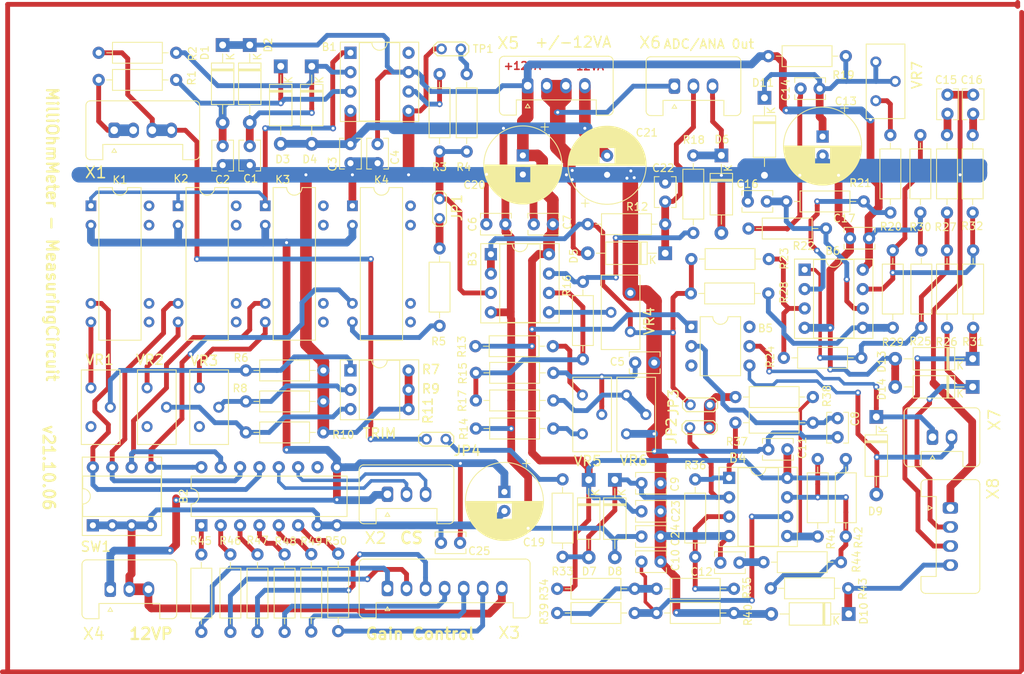
<source format=kicad_pcb>
(kicad_pcb (version 20171130) (host pcbnew "(5.1.4)-1")

  (general
    (thickness 1.6)
    (drawings 12)
    (tracks 1058)
    (zones 0)
    (modules 121)
    (nets 1)
  )

  (page A4)
  (layers
    (0 F.Cu signal)
    (31 B.Cu signal)
    (32 B.Adhes user hide)
    (33 F.Adhes user hide)
    (34 B.Paste user hide)
    (35 F.Paste user hide)
    (36 B.SilkS user)
    (37 F.SilkS user)
    (38 B.Mask user hide)
    (39 F.Mask user hide)
    (40 Dwgs.User user hide)
    (41 Cmts.User user hide)
    (42 Eco1.User user hide)
    (43 Eco2.User user hide)
    (44 Edge.Cuts user)
    (45 Margin user)
    (46 B.CrtYd user hide)
    (47 F.CrtYd user)
    (48 B.Fab user hide)
    (49 F.Fab user)
  )

  (setup
    (last_trace_width 0.25)
    (user_trace_width 0.254)
    (user_trace_width 0.4572)
    (user_trace_width 0.635)
    (user_trace_width 1.016)
    (user_trace_width 1.524)
    (user_trace_width 2.032)
    (user_trace_width 2.54)
    (user_trace_width 5.08)
    (user_trace_width 7.62)
    (user_trace_width 12.7)
    (trace_clearance 0.2)
    (zone_clearance 0.508)
    (zone_45_only no)
    (trace_min 0.2)
    (via_size 0.8)
    (via_drill 0.4)
    (via_min_size 0.4)
    (via_min_drill 0.3)
    (uvia_size 0.3)
    (uvia_drill 0.1)
    (uvias_allowed no)
    (uvia_min_size 0.2)
    (uvia_min_drill 0.1)
    (edge_width 0.1)
    (segment_width 0.2)
    (pcb_text_width 0.3)
    (pcb_text_size 1.5 1.5)
    (mod_edge_width 0.15)
    (mod_text_size 1 1)
    (mod_text_width 0.15)
    (pad_size 1.524 1.524)
    (pad_drill 0.762)
    (pad_to_mask_clearance 0)
    (aux_axis_origin 0 0)
    (visible_elements 7FFFFFFF)
    (pcbplotparams
      (layerselection 0x010fc_ffffffff)
      (usegerberextensions false)
      (usegerberattributes false)
      (usegerberadvancedattributes false)
      (creategerberjobfile false)
      (excludeedgelayer true)
      (linewidth 0.100000)
      (plotframeref false)
      (viasonmask false)
      (mode 1)
      (useauxorigin false)
      (hpglpennumber 1)
      (hpglpenspeed 20)
      (hpglpendiameter 15.000000)
      (psnegative false)
      (psa4output false)
      (plotreference true)
      (plotvalue true)
      (plotinvisibletext false)
      (padsonsilk false)
      (subtractmaskfromsilk false)
      (outputformat 1)
      (mirror false)
      (drillshape 1)
      (scaleselection 1)
      (outputdirectory "instr-amp drl"))
  )

  (net 0 "")

  (net_class Default "This is the default net class."
    (clearance 0.2)
    (trace_width 0.25)
    (via_dia 0.8)
    (via_drill 0.4)
    (uvia_dia 0.3)
    (uvia_drill 0.1)
  )

  (module MountingHole:MountingHole_3.2mm_M3 (layer F.Cu) (tedit 56D1B4CB) (tstamp 615EFCE8)
    (at 212.7885 147.193)
    (descr "Mounting Hole 3.2mm, no annular, M3")
    (tags "mounting hole 3.2mm no annular m3")
    (attr virtual)
    (fp_text reference " " (at 0 -4.2) (layer F.SilkS)
      (effects (font (size 1 1) (thickness 0.15)))
    )
    (fp_text value " " (at 0 4.2) (layer F.Fab)
      (effects (font (size 1 1) (thickness 0.15)))
    )
    (fp_text user %R (at 0.762 1.778) (layer F.Fab)
      (effects (font (size 1 1) (thickness 0.15)))
    )
    (fp_circle (center 0 0) (end 3.2 0) (layer Cmts.User) (width 0.15))
    (fp_circle (center 0 0) (end 3.45 0) (layer F.CrtYd) (width 0.05))
    (pad 1 np_thru_hole circle (at 0 0) (size 3.2 3.2) (drill 3.2) (layers *.Cu *.Mask))
  )

  (module MountingHole:MountingHole_3.2mm_M3 (layer F.Cu) (tedit 56D1B4CB) (tstamp 615EFCDA)
    (at 91.1225 147.193)
    (descr "Mounting Hole 3.2mm, no annular, M3")
    (tags "mounting hole 3.2mm no annular m3")
    (attr virtual)
    (fp_text reference " " (at 0 -4.2) (layer F.SilkS)
      (effects (font (size 1 1) (thickness 0.15)))
    )
    (fp_text value " " (at 0 4.2) (layer F.Fab)
      (effects (font (size 1 1) (thickness 0.15)))
    )
    (fp_circle (center 0 0) (end 3.45 0) (layer F.CrtYd) (width 0.05))
    (fp_circle (center 0 0) (end 3.2 0) (layer Cmts.User) (width 0.15))
    (fp_text user %R (at 0.3 0) (layer F.Fab)
      (effects (font (size 1 1) (thickness 0.15)))
    )
    (pad 1 np_thru_hole circle (at 0 0) (size 3.2 3.2) (drill 3.2) (layers *.Cu *.Mask))
  )

  (module MountingHole:MountingHole_3.2mm_M3 (layer F.Cu) (tedit 56D1B4CB) (tstamp 615EFCCC)
    (at 91.44 69.9135)
    (descr "Mounting Hole 3.2mm, no annular, M3")
    (tags "mounting hole 3.2mm no annular m3")
    (attr virtual)
    (fp_text reference " " (at 0 -4.2) (layer F.SilkS)
      (effects (font (size 1 1) (thickness 0.15)))
    )
    (fp_text value " " (at 0 4.2) (layer F.Fab)
      (effects (font (size 1 1) (thickness 0.15)))
    )
    (fp_text user %R (at 0.3 0) (layer F.Fab)
      (effects (font (size 1 1) (thickness 0.15)))
    )
    (fp_circle (center 0 0) (end 3.2 0) (layer Cmts.User) (width 0.15))
    (fp_circle (center 0 0) (end 3.45 0) (layer F.CrtYd) (width 0.05))
    (pad 1 np_thru_hole circle (at 0 0) (size 3.2 3.2) (drill 3.2) (layers *.Cu *.Mask))
  )

  (module MountingHole:MountingHole_3.2mm_M3 (layer F.Cu) (tedit 56D1B4CB) (tstamp 615EFCB1)
    (at 212.9155 69.9135)
    (descr "Mounting Hole 3.2mm, no annular, M3")
    (tags "mounting hole 3.2mm no annular m3")
    (attr virtual)
    (fp_text reference " " (at 0 -4.2) (layer F.SilkS)
      (effects (font (size 1 1) (thickness 0.15)))
    )
    (fp_text value " " (at 0 4.2) (layer F.Fab)
      (effects (font (size 1 1) (thickness 0.15)))
    )
    (fp_circle (center 0 0) (end 3.45 0) (layer F.CrtYd) (width 0.05))
    (fp_circle (center 0 0) (end 3.2 0) (layer Cmts.User) (width 0.15))
    (fp_text user %R (at 0.3 0) (layer F.Fab)
      (effects (font (size 1 1) (thickness 0.15)))
    )
    (pad 1 np_thru_hole circle (at 0 0) (size 3.2 3.2) (drill 3.2) (layers *.Cu *.Mask))
  )

  (module Capacitor_THT:C_Disc_D3.8mm_W2.6mm_P2.50mm (layer F.Cu) (tedit 5AE50EF0) (tstamp 615EC99D)
    (at 142.4305 135.636)
    (descr "C, Disc series, Radial, pin pitch=2.50mm, , diameter*width=3.8*2.6mm^2, Capacitor, http://www.vishay.com/docs/45233/krseries.pdf")
    (tags "C Disc series Radial pin pitch 2.50mm  diameter 3.8mm width 2.6mm Capacitor")
    (fp_text reference C25 (at 5.0165 1.0795 180) (layer F.SilkS)
      (effects (font (size 1 1) (thickness 0.15)))
    )
    (fp_text value " " (at 2.159 2.2225) (layer F.Fab)
      (effects (font (size 1 1) (thickness 0.15)))
    )
    (fp_line (start -0.65 -1.3) (end -0.65 1.3) (layer F.Fab) (width 0.1))
    (fp_line (start -0.65 1.3) (end 3.15 1.3) (layer F.Fab) (width 0.1))
    (fp_line (start 3.15 1.3) (end 3.15 -1.3) (layer F.Fab) (width 0.1))
    (fp_line (start 3.15 -1.3) (end -0.65 -1.3) (layer F.Fab) (width 0.1))
    (fp_line (start -0.77 -1.42) (end 3.27 -1.42) (layer F.SilkS) (width 0.12))
    (fp_line (start -0.77 1.42) (end 3.27 1.42) (layer F.SilkS) (width 0.12))
    (fp_line (start -0.77 -1.42) (end -0.77 -0.795) (layer F.SilkS) (width 0.12))
    (fp_line (start -0.77 0.795) (end -0.77 1.42) (layer F.SilkS) (width 0.12))
    (fp_line (start 3.27 -1.42) (end 3.27 -0.795) (layer F.SilkS) (width 0.12))
    (fp_line (start 3.27 0.795) (end 3.27 1.42) (layer F.SilkS) (width 0.12))
    (fp_line (start -1.05 -1.55) (end -1.05 1.55) (layer F.CrtYd) (width 0.05))
    (fp_line (start -1.05 1.55) (end 3.55 1.55) (layer F.CrtYd) (width 0.05))
    (fp_line (start 3.55 1.55) (end 3.55 -1.55) (layer F.CrtYd) (width 0.05))
    (fp_line (start 3.55 -1.55) (end -1.05 -1.55) (layer F.CrtYd) (width 0.05))
    (fp_text user %R (at 1.25 0 180) (layer F.Fab)
      (effects (font (size 0.76 0.76) (thickness 0.114)))
    )
    (pad 1 thru_hole circle (at 0 0) (size 1.6 1.6) (drill 0.8) (layers *.Cu *.Mask))
    (pad 2 thru_hole circle (at 2.5 0) (size 1.6 1.6) (drill 0.8) (layers *.Cu *.Mask))
    (model ${KISYS3DMOD}/Capacitor_THT.3dshapes/C_Disc_D3.8mm_W2.6mm_P2.50mm.wrl
      (at (xyz 0 0 0))
      (scale (xyz 1 1 1))
      (rotate (xyz 0 0 0))
    )
  )

  (module Resistor_THT:R_Axial_DIN0207_L6.3mm_D2.5mm_P10.16mm_Horizontal (layer F.Cu) (tedit 5AE5139B) (tstamp 615CE911)
    (at 212.217 97.282 270)
    (descr "Resistor, Axial_DIN0207 series, Axial, Horizontal, pin pitch=10.16mm, 0.25W = 1/4W, length*diameter=6.3*2.5mm^2, http://cdn-reichelt.de/documents/datenblatt/B400/1_4W%23YAG.pdf")
    (tags "Resistor Axial_DIN0207 series Axial Horizontal pin pitch 10.16mm 0.25W = 1/4W length 6.3mm diameter 2.5mm")
    (fp_text reference R31 (at 12.0015 0 180) (layer F.SilkS)
      (effects (font (size 1 1) (thickness 0.15)))
    )
    (fp_text value " " (at 5.08 2.37 90) (layer F.Fab)
      (effects (font (size 1 1) (thickness 0.15)))
    )
    (fp_text user %R (at 5.08 0 90) (layer F.Fab)
      (effects (font (size 1 1) (thickness 0.15)))
    )
    (fp_line (start 11.21 -1.5) (end -1.05 -1.5) (layer F.CrtYd) (width 0.05))
    (fp_line (start 11.21 1.5) (end 11.21 -1.5) (layer F.CrtYd) (width 0.05))
    (fp_line (start -1.05 1.5) (end 11.21 1.5) (layer F.CrtYd) (width 0.05))
    (fp_line (start -1.05 -1.5) (end -1.05 1.5) (layer F.CrtYd) (width 0.05))
    (fp_line (start 9.12 0) (end 8.35 0) (layer F.SilkS) (width 0.12))
    (fp_line (start 1.04 0) (end 1.81 0) (layer F.SilkS) (width 0.12))
    (fp_line (start 8.35 -1.37) (end 1.81 -1.37) (layer F.SilkS) (width 0.12))
    (fp_line (start 8.35 1.37) (end 8.35 -1.37) (layer F.SilkS) (width 0.12))
    (fp_line (start 1.81 1.37) (end 8.35 1.37) (layer F.SilkS) (width 0.12))
    (fp_line (start 1.81 -1.37) (end 1.81 1.37) (layer F.SilkS) (width 0.12))
    (fp_line (start 10.16 0) (end 8.23 0) (layer F.Fab) (width 0.1))
    (fp_line (start 0 0) (end 1.93 0) (layer F.Fab) (width 0.1))
    (fp_line (start 8.23 -1.25) (end 1.93 -1.25) (layer F.Fab) (width 0.1))
    (fp_line (start 8.23 1.25) (end 8.23 -1.25) (layer F.Fab) (width 0.1))
    (fp_line (start 1.93 1.25) (end 8.23 1.25) (layer F.Fab) (width 0.1))
    (fp_line (start 1.93 -1.25) (end 1.93 1.25) (layer F.Fab) (width 0.1))
    (pad 2 thru_hole oval (at 10.16 0 270) (size 1.6 1.6) (drill 0.8) (layers *.Cu *.Mask))
    (pad 1 thru_hole circle (at 0 0 270) (size 1.6 1.6) (drill 0.8) (layers *.Cu *.Mask))
    (model ${KISYS3DMOD}/Resistor_THT.3dshapes/R_Axial_DIN0207_L6.3mm_D2.5mm_P10.16mm_Horizontal.wrl
      (at (xyz 0 0 0))
      (scale (xyz 1 1 1))
      (rotate (xyz 0 0 0))
    )
  )

  (module Resistor_THT:R_Axial_DIN0207_L6.3mm_D2.5mm_P10.16mm_Horizontal (layer F.Cu) (tedit 5AE5139B) (tstamp 615CE6C3)
    (at 212.1535 82.169 270)
    (descr "Resistor, Axial_DIN0207 series, Axial, Horizontal, pin pitch=10.16mm, 0.25W = 1/4W, length*diameter=6.3*2.5mm^2, http://cdn-reichelt.de/documents/datenblatt/B400/1_4W%23YAG.pdf")
    (tags "Resistor Axial_DIN0207 series Axial Horizontal pin pitch 10.16mm 0.25W = 1/4W length 6.3mm diameter 2.5mm")
    (fp_text reference R32 (at 11.938 0.0635 180) (layer F.SilkS)
      (effects (font (size 1 1) (thickness 0.15)))
    )
    (fp_text value " " (at 5.08 2.37 90) (layer F.Fab)
      (effects (font (size 1 1) (thickness 0.15)))
    )
    (fp_text user %R (at 5.08 0 90) (layer F.Fab)
      (effects (font (size 1 1) (thickness 0.15)))
    )
    (fp_line (start 11.21 -1.5) (end -1.05 -1.5) (layer F.CrtYd) (width 0.05))
    (fp_line (start 11.21 1.5) (end 11.21 -1.5) (layer F.CrtYd) (width 0.05))
    (fp_line (start -1.05 1.5) (end 11.21 1.5) (layer F.CrtYd) (width 0.05))
    (fp_line (start -1.05 -1.5) (end -1.05 1.5) (layer F.CrtYd) (width 0.05))
    (fp_line (start 9.12 0) (end 8.35 0) (layer F.SilkS) (width 0.12))
    (fp_line (start 1.04 0) (end 1.81 0) (layer F.SilkS) (width 0.12))
    (fp_line (start 8.35 -1.37) (end 1.81 -1.37) (layer F.SilkS) (width 0.12))
    (fp_line (start 8.35 1.37) (end 8.35 -1.37) (layer F.SilkS) (width 0.12))
    (fp_line (start 1.81 1.37) (end 8.35 1.37) (layer F.SilkS) (width 0.12))
    (fp_line (start 1.81 -1.37) (end 1.81 1.37) (layer F.SilkS) (width 0.12))
    (fp_line (start 10.16 0) (end 8.23 0) (layer F.Fab) (width 0.1))
    (fp_line (start 0 0) (end 1.93 0) (layer F.Fab) (width 0.1))
    (fp_line (start 8.23 -1.25) (end 1.93 -1.25) (layer F.Fab) (width 0.1))
    (fp_line (start 8.23 1.25) (end 8.23 -1.25) (layer F.Fab) (width 0.1))
    (fp_line (start 1.93 1.25) (end 8.23 1.25) (layer F.Fab) (width 0.1))
    (fp_line (start 1.93 -1.25) (end 1.93 1.25) (layer F.Fab) (width 0.1))
    (pad 2 thru_hole oval (at 10.16 0 270) (size 1.6 1.6) (drill 0.8) (layers *.Cu *.Mask))
    (pad 1 thru_hole circle (at 0 0 270) (size 1.6 1.6) (drill 0.8) (layers *.Cu *.Mask))
    (model ${KISYS3DMOD}/Resistor_THT.3dshapes/R_Axial_DIN0207_L6.3mm_D2.5mm_P10.16mm_Horizontal.wrl
      (at (xyz 0 0 0))
      (scale (xyz 1 1 1))
      (rotate (xyz 0 0 0))
    )
  )

  (module Capacitor_THT:C_Disc_D3.8mm_W2.6mm_P2.50mm (layer F.Cu) (tedit 5AE50EF0) (tstamp 615CE5F6)
    (at 208.8515 79.375 90)
    (descr "C, Disc series, Radial, pin pitch=2.50mm, , diameter*width=3.8*2.6mm^2, Capacitor, http://www.vishay.com/docs/45233/krseries.pdf")
    (tags "C Disc series Radial pin pitch 2.50mm  diameter 3.8mm width 2.6mm Capacitor")
    (fp_text reference C15 (at 4.445 -0.1905) (layer F.SilkS)
      (effects (font (size 1 1) (thickness 0.15)))
    )
    (fp_text value " " (at 2.159 2.2225 90) (layer F.Fab)
      (effects (font (size 1 1) (thickness 0.15)))
    )
    (fp_line (start -0.65 -1.3) (end -0.65 1.3) (layer F.Fab) (width 0.1))
    (fp_line (start -0.65 1.3) (end 3.15 1.3) (layer F.Fab) (width 0.1))
    (fp_line (start 3.15 1.3) (end 3.15 -1.3) (layer F.Fab) (width 0.1))
    (fp_line (start 3.15 -1.3) (end -0.65 -1.3) (layer F.Fab) (width 0.1))
    (fp_line (start -0.77 -1.42) (end 3.27 -1.42) (layer F.SilkS) (width 0.12))
    (fp_line (start -0.77 1.42) (end 3.27 1.42) (layer F.SilkS) (width 0.12))
    (fp_line (start -0.77 -1.42) (end -0.77 -0.795) (layer F.SilkS) (width 0.12))
    (fp_line (start -0.77 0.795) (end -0.77 1.42) (layer F.SilkS) (width 0.12))
    (fp_line (start 3.27 -1.42) (end 3.27 -0.795) (layer F.SilkS) (width 0.12))
    (fp_line (start 3.27 0.795) (end 3.27 1.42) (layer F.SilkS) (width 0.12))
    (fp_line (start -1.05 -1.55) (end -1.05 1.55) (layer F.CrtYd) (width 0.05))
    (fp_line (start -1.05 1.55) (end 3.55 1.55) (layer F.CrtYd) (width 0.05))
    (fp_line (start 3.55 1.55) (end 3.55 -1.55) (layer F.CrtYd) (width 0.05))
    (fp_line (start 3.55 -1.55) (end -1.05 -1.55) (layer F.CrtYd) (width 0.05))
    (fp_text user %R (at 1.25 0 270) (layer F.Fab)
      (effects (font (size 0.76 0.76) (thickness 0.114)))
    )
    (pad 1 thru_hole circle (at 0 0 90) (size 1.6 1.6) (drill 0.8) (layers *.Cu *.Mask))
    (pad 2 thru_hole circle (at 2.5 0 90) (size 1.6 1.6) (drill 0.8) (layers *.Cu *.Mask))
    (model ${KISYS3DMOD}/Capacitor_THT.3dshapes/C_Disc_D3.8mm_W2.6mm_P2.50mm.wrl
      (at (xyz 0 0 0))
      (scale (xyz 1 1 1))
      (rotate (xyz 0 0 0))
    )
  )

  (module Capacitor_THT:C_Disc_D3.8mm_W2.6mm_P2.50mm (layer F.Cu) (tedit 5AE50EF0) (tstamp 615CE5CE)
    (at 212.217 79.375 90)
    (descr "C, Disc series, Radial, pin pitch=2.50mm, , diameter*width=3.8*2.6mm^2, Capacitor, http://www.vishay.com/docs/45233/krseries.pdf")
    (tags "C Disc series Radial pin pitch 2.50mm  diameter 3.8mm width 2.6mm Capacitor")
    (fp_text reference C16 (at 4.445 -0.1905) (layer F.SilkS)
      (effects (font (size 1 1) (thickness 0.15)))
    )
    (fp_text value " " (at 2.159 2.2225 90) (layer F.Fab)
      (effects (font (size 1 1) (thickness 0.15)))
    )
    (fp_text user %R (at 1.25 0 270) (layer F.Fab)
      (effects (font (size 0.76 0.76) (thickness 0.114)))
    )
    (fp_line (start 3.55 -1.55) (end -1.05 -1.55) (layer F.CrtYd) (width 0.05))
    (fp_line (start 3.55 1.55) (end 3.55 -1.55) (layer F.CrtYd) (width 0.05))
    (fp_line (start -1.05 1.55) (end 3.55 1.55) (layer F.CrtYd) (width 0.05))
    (fp_line (start -1.05 -1.55) (end -1.05 1.55) (layer F.CrtYd) (width 0.05))
    (fp_line (start 3.27 0.795) (end 3.27 1.42) (layer F.SilkS) (width 0.12))
    (fp_line (start 3.27 -1.42) (end 3.27 -0.795) (layer F.SilkS) (width 0.12))
    (fp_line (start -0.77 0.795) (end -0.77 1.42) (layer F.SilkS) (width 0.12))
    (fp_line (start -0.77 -1.42) (end -0.77 -0.795) (layer F.SilkS) (width 0.12))
    (fp_line (start -0.77 1.42) (end 3.27 1.42) (layer F.SilkS) (width 0.12))
    (fp_line (start -0.77 -1.42) (end 3.27 -1.42) (layer F.SilkS) (width 0.12))
    (fp_line (start 3.15 -1.3) (end -0.65 -1.3) (layer F.Fab) (width 0.1))
    (fp_line (start 3.15 1.3) (end 3.15 -1.3) (layer F.Fab) (width 0.1))
    (fp_line (start -0.65 1.3) (end 3.15 1.3) (layer F.Fab) (width 0.1))
    (fp_line (start -0.65 -1.3) (end -0.65 1.3) (layer F.Fab) (width 0.1))
    (pad 2 thru_hole circle (at 2.5 0 90) (size 1.6 1.6) (drill 0.8) (layers *.Cu *.Mask))
    (pad 1 thru_hole circle (at 0 0 90) (size 1.6 1.6) (drill 0.8) (layers *.Cu *.Mask))
    (model ${KISYS3DMOD}/Capacitor_THT.3dshapes/C_Disc_D3.8mm_W2.6mm_P2.50mm.wrl
      (at (xyz 0 0 0))
      (scale (xyz 1 1 1))
      (rotate (xyz 0 0 0))
    )
  )

  (module Resistor_THT:R_Axial_DIN0207_L6.3mm_D2.5mm_P10.16mm_Horizontal (layer F.Cu) (tedit 5AE5139B) (tstamp 615CDC98)
    (at 208.788 82.169 270)
    (descr "Resistor, Axial_DIN0207 series, Axial, Horizontal, pin pitch=10.16mm, 0.25W = 1/4W, length*diameter=6.3*2.5mm^2, http://cdn-reichelt.de/documents/datenblatt/B400/1_4W%23YAG.pdf")
    (tags "Resistor Axial_DIN0207 series Axial Horizontal pin pitch 10.16mm 0.25W = 1/4W length 6.3mm diameter 2.5mm")
    (fp_text reference R27 (at 12.065 0.1905 180) (layer F.SilkS)
      (effects (font (size 1 1) (thickness 0.15)))
    )
    (fp_text value " " (at 5.08 2.37 90) (layer F.Fab)
      (effects (font (size 1 1) (thickness 0.15)))
    )
    (fp_text user %R (at 5.08 0 90) (layer F.Fab)
      (effects (font (size 1 1) (thickness 0.15)))
    )
    (fp_line (start 11.21 -1.5) (end -1.05 -1.5) (layer F.CrtYd) (width 0.05))
    (fp_line (start 11.21 1.5) (end 11.21 -1.5) (layer F.CrtYd) (width 0.05))
    (fp_line (start -1.05 1.5) (end 11.21 1.5) (layer F.CrtYd) (width 0.05))
    (fp_line (start -1.05 -1.5) (end -1.05 1.5) (layer F.CrtYd) (width 0.05))
    (fp_line (start 9.12 0) (end 8.35 0) (layer F.SilkS) (width 0.12))
    (fp_line (start 1.04 0) (end 1.81 0) (layer F.SilkS) (width 0.12))
    (fp_line (start 8.35 -1.37) (end 1.81 -1.37) (layer F.SilkS) (width 0.12))
    (fp_line (start 8.35 1.37) (end 8.35 -1.37) (layer F.SilkS) (width 0.12))
    (fp_line (start 1.81 1.37) (end 8.35 1.37) (layer F.SilkS) (width 0.12))
    (fp_line (start 1.81 -1.37) (end 1.81 1.37) (layer F.SilkS) (width 0.12))
    (fp_line (start 10.16 0) (end 8.23 0) (layer F.Fab) (width 0.1))
    (fp_line (start 0 0) (end 1.93 0) (layer F.Fab) (width 0.1))
    (fp_line (start 8.23 -1.25) (end 1.93 -1.25) (layer F.Fab) (width 0.1))
    (fp_line (start 8.23 1.25) (end 8.23 -1.25) (layer F.Fab) (width 0.1))
    (fp_line (start 1.93 1.25) (end 8.23 1.25) (layer F.Fab) (width 0.1))
    (fp_line (start 1.93 -1.25) (end 1.93 1.25) (layer F.Fab) (width 0.1))
    (pad 2 thru_hole oval (at 10.16 0 270) (size 1.6 1.6) (drill 0.8) (layers *.Cu *.Mask))
    (pad 1 thru_hole circle (at 0 0 270) (size 1.6 1.6) (drill 0.8) (layers *.Cu *.Mask))
    (model ${KISYS3DMOD}/Resistor_THT.3dshapes/R_Axial_DIN0207_L6.3mm_D2.5mm_P10.16mm_Horizontal.wrl
      (at (xyz 0 0 0))
      (scale (xyz 1 1 1))
      (rotate (xyz 0 0 0))
    )
  )

  (module Resistor_THT:R_Axial_DIN0207_L6.3mm_D2.5mm_P10.16mm_Horizontal (layer F.Cu) (tedit 5AE5139B) (tstamp 615CDC6C)
    (at 208.788 97.282 270)
    (descr "Resistor, Axial_DIN0207 series, Axial, Horizontal, pin pitch=10.16mm, 0.25W = 1/4W, length*diameter=6.3*2.5mm^2, http://cdn-reichelt.de/documents/datenblatt/B400/1_4W%23YAG.pdf")
    (tags "Resistor Axial_DIN0207 series Axial Horizontal pin pitch 10.16mm 0.25W = 1/4W length 6.3mm diameter 2.5mm")
    (fp_text reference R26 (at 12.0015 0.0635 180) (layer F.SilkS)
      (effects (font (size 1 1) (thickness 0.15)))
    )
    (fp_text value " " (at 5.08 2.37 90) (layer F.Fab)
      (effects (font (size 1 1) (thickness 0.15)))
    )
    (fp_line (start 1.93 -1.25) (end 1.93 1.25) (layer F.Fab) (width 0.1))
    (fp_line (start 1.93 1.25) (end 8.23 1.25) (layer F.Fab) (width 0.1))
    (fp_line (start 8.23 1.25) (end 8.23 -1.25) (layer F.Fab) (width 0.1))
    (fp_line (start 8.23 -1.25) (end 1.93 -1.25) (layer F.Fab) (width 0.1))
    (fp_line (start 0 0) (end 1.93 0) (layer F.Fab) (width 0.1))
    (fp_line (start 10.16 0) (end 8.23 0) (layer F.Fab) (width 0.1))
    (fp_line (start 1.81 -1.37) (end 1.81 1.37) (layer F.SilkS) (width 0.12))
    (fp_line (start 1.81 1.37) (end 8.35 1.37) (layer F.SilkS) (width 0.12))
    (fp_line (start 8.35 1.37) (end 8.35 -1.37) (layer F.SilkS) (width 0.12))
    (fp_line (start 8.35 -1.37) (end 1.81 -1.37) (layer F.SilkS) (width 0.12))
    (fp_line (start 1.04 0) (end 1.81 0) (layer F.SilkS) (width 0.12))
    (fp_line (start 9.12 0) (end 8.35 0) (layer F.SilkS) (width 0.12))
    (fp_line (start -1.05 -1.5) (end -1.05 1.5) (layer F.CrtYd) (width 0.05))
    (fp_line (start -1.05 1.5) (end 11.21 1.5) (layer F.CrtYd) (width 0.05))
    (fp_line (start 11.21 1.5) (end 11.21 -1.5) (layer F.CrtYd) (width 0.05))
    (fp_line (start 11.21 -1.5) (end -1.05 -1.5) (layer F.CrtYd) (width 0.05))
    (fp_text user %R (at 5.08 0 90) (layer F.Fab)
      (effects (font (size 1 1) (thickness 0.15)))
    )
    (pad 1 thru_hole circle (at 0 0 270) (size 1.6 1.6) (drill 0.8) (layers *.Cu *.Mask))
    (pad 2 thru_hole oval (at 10.16 0 270) (size 1.6 1.6) (drill 0.8) (layers *.Cu *.Mask))
    (model ${KISYS3DMOD}/Resistor_THT.3dshapes/R_Axial_DIN0207_L6.3mm_D2.5mm_P10.16mm_Horizontal.wrl
      (at (xyz 0 0 0))
      (scale (xyz 1 1 1))
      (rotate (xyz 0 0 0))
    )
  )

  (module Resistor_THT:R_Axial_DIN0207_L6.3mm_D2.5mm_P10.16mm_Horizontal (layer F.Cu) (tedit 5AE5139B) (tstamp 615CDC40)
    (at 205.4225 97.282 270)
    (descr "Resistor, Axial_DIN0207 series, Axial, Horizontal, pin pitch=10.16mm, 0.25W = 1/4W, length*diameter=6.3*2.5mm^2, http://cdn-reichelt.de/documents/datenblatt/B400/1_4W%23YAG.pdf")
    (tags "Resistor Axial_DIN0207 series Axial Horizontal pin pitch 10.16mm 0.25W = 1/4W length 6.3mm diameter 2.5mm")
    (fp_text reference R25 (at 11.938 0.127 180) (layer F.SilkS)
      (effects (font (size 1 1) (thickness 0.15)))
    )
    (fp_text value " " (at 5.08 2.37 90) (layer F.Fab)
      (effects (font (size 1 1) (thickness 0.15)))
    )
    (fp_text user %R (at 5.08 0 90) (layer F.Fab)
      (effects (font (size 1 1) (thickness 0.15)))
    )
    (fp_line (start 11.21 -1.5) (end -1.05 -1.5) (layer F.CrtYd) (width 0.05))
    (fp_line (start 11.21 1.5) (end 11.21 -1.5) (layer F.CrtYd) (width 0.05))
    (fp_line (start -1.05 1.5) (end 11.21 1.5) (layer F.CrtYd) (width 0.05))
    (fp_line (start -1.05 -1.5) (end -1.05 1.5) (layer F.CrtYd) (width 0.05))
    (fp_line (start 9.12 0) (end 8.35 0) (layer F.SilkS) (width 0.12))
    (fp_line (start 1.04 0) (end 1.81 0) (layer F.SilkS) (width 0.12))
    (fp_line (start 8.35 -1.37) (end 1.81 -1.37) (layer F.SilkS) (width 0.12))
    (fp_line (start 8.35 1.37) (end 8.35 -1.37) (layer F.SilkS) (width 0.12))
    (fp_line (start 1.81 1.37) (end 8.35 1.37) (layer F.SilkS) (width 0.12))
    (fp_line (start 1.81 -1.37) (end 1.81 1.37) (layer F.SilkS) (width 0.12))
    (fp_line (start 10.16 0) (end 8.23 0) (layer F.Fab) (width 0.1))
    (fp_line (start 0 0) (end 1.93 0) (layer F.Fab) (width 0.1))
    (fp_line (start 8.23 -1.25) (end 1.93 -1.25) (layer F.Fab) (width 0.1))
    (fp_line (start 8.23 1.25) (end 8.23 -1.25) (layer F.Fab) (width 0.1))
    (fp_line (start 1.93 1.25) (end 8.23 1.25) (layer F.Fab) (width 0.1))
    (fp_line (start 1.93 -1.25) (end 1.93 1.25) (layer F.Fab) (width 0.1))
    (pad 2 thru_hole oval (at 10.16 0 270) (size 1.6 1.6) (drill 0.8) (layers *.Cu *.Mask))
    (pad 1 thru_hole circle (at 0 0 270) (size 1.6 1.6) (drill 0.8) (layers *.Cu *.Mask))
    (model ${KISYS3DMOD}/Resistor_THT.3dshapes/R_Axial_DIN0207_L6.3mm_D2.5mm_P10.16mm_Horizontal.wrl
      (at (xyz 0 0 0))
      (scale (xyz 1 1 1))
      (rotate (xyz 0 0 0))
    )
  )

  (module Resistor_THT:R_Axial_DIN0207_L6.3mm_D2.5mm_P10.16mm_Horizontal (layer F.Cu) (tedit 5AE5139B) (tstamp 615CDC14)
    (at 205.2955 82.169 270)
    (descr "Resistor, Axial_DIN0207 series, Axial, Horizontal, pin pitch=10.16mm, 0.25W = 1/4W, length*diameter=6.3*2.5mm^2, http://cdn-reichelt.de/documents/datenblatt/B400/1_4W%23YAG.pdf")
    (tags "Resistor Axial_DIN0207 series Axial Horizontal pin pitch 10.16mm 0.25W = 1/4W length 6.3mm diameter 2.5mm")
    (fp_text reference R30 (at 12.065 0 180) (layer F.SilkS)
      (effects (font (size 1 1) (thickness 0.15)))
    )
    (fp_text value " " (at 5.08 2.37 90) (layer F.Fab)
      (effects (font (size 1 1) (thickness 0.15)))
    )
    (fp_line (start 1.93 -1.25) (end 1.93 1.25) (layer F.Fab) (width 0.1))
    (fp_line (start 1.93 1.25) (end 8.23 1.25) (layer F.Fab) (width 0.1))
    (fp_line (start 8.23 1.25) (end 8.23 -1.25) (layer F.Fab) (width 0.1))
    (fp_line (start 8.23 -1.25) (end 1.93 -1.25) (layer F.Fab) (width 0.1))
    (fp_line (start 0 0) (end 1.93 0) (layer F.Fab) (width 0.1))
    (fp_line (start 10.16 0) (end 8.23 0) (layer F.Fab) (width 0.1))
    (fp_line (start 1.81 -1.37) (end 1.81 1.37) (layer F.SilkS) (width 0.12))
    (fp_line (start 1.81 1.37) (end 8.35 1.37) (layer F.SilkS) (width 0.12))
    (fp_line (start 8.35 1.37) (end 8.35 -1.37) (layer F.SilkS) (width 0.12))
    (fp_line (start 8.35 -1.37) (end 1.81 -1.37) (layer F.SilkS) (width 0.12))
    (fp_line (start 1.04 0) (end 1.81 0) (layer F.SilkS) (width 0.12))
    (fp_line (start 9.12 0) (end 8.35 0) (layer F.SilkS) (width 0.12))
    (fp_line (start -1.05 -1.5) (end -1.05 1.5) (layer F.CrtYd) (width 0.05))
    (fp_line (start -1.05 1.5) (end 11.21 1.5) (layer F.CrtYd) (width 0.05))
    (fp_line (start 11.21 1.5) (end 11.21 -1.5) (layer F.CrtYd) (width 0.05))
    (fp_line (start 11.21 -1.5) (end -1.05 -1.5) (layer F.CrtYd) (width 0.05))
    (fp_text user %R (at 5.08 0 90) (layer F.Fab)
      (effects (font (size 1 1) (thickness 0.15)))
    )
    (pad 1 thru_hole circle (at 0 0 270) (size 1.6 1.6) (drill 0.8) (layers *.Cu *.Mask))
    (pad 2 thru_hole oval (at 10.16 0 270) (size 1.6 1.6) (drill 0.8) (layers *.Cu *.Mask))
    (model ${KISYS3DMOD}/Resistor_THT.3dshapes/R_Axial_DIN0207_L6.3mm_D2.5mm_P10.16mm_Horizontal.wrl
      (at (xyz 0 0 0))
      (scale (xyz 1 1 1))
      (rotate (xyz 0 0 0))
    )
  )

  (module Capacitor_THT:C_Disc_D3.8mm_W2.6mm_P2.50mm (layer F.Cu) (tedit 5AE50EF0) (tstamp 615CDA77)
    (at 198.5645 95.6945 180)
    (descr "C, Disc series, Radial, pin pitch=2.50mm, , diameter*width=3.8*2.6mm^2, Capacitor, http://www.vishay.com/docs/45233/krseries.pdf")
    (tags "C Disc series Radial pin pitch 2.50mm  diameter 3.8mm width 2.6mm Capacitor")
    (fp_text reference C17 (at 3.2385 2.6035 180) (layer F.SilkS)
      (effects (font (size 1 1) (thickness 0.15)))
    )
    (fp_text value " " (at 2.159 2.2225) (layer F.Fab)
      (effects (font (size 1 1) (thickness 0.15)))
    )
    (fp_line (start -0.65 -1.3) (end -0.65 1.3) (layer F.Fab) (width 0.1))
    (fp_line (start -0.65 1.3) (end 3.15 1.3) (layer F.Fab) (width 0.1))
    (fp_line (start 3.15 1.3) (end 3.15 -1.3) (layer F.Fab) (width 0.1))
    (fp_line (start 3.15 -1.3) (end -0.65 -1.3) (layer F.Fab) (width 0.1))
    (fp_line (start -0.77 -1.42) (end 3.27 -1.42) (layer F.SilkS) (width 0.12))
    (fp_line (start -0.77 1.42) (end 3.27 1.42) (layer F.SilkS) (width 0.12))
    (fp_line (start -0.77 -1.42) (end -0.77 -0.795) (layer F.SilkS) (width 0.12))
    (fp_line (start -0.77 0.795) (end -0.77 1.42) (layer F.SilkS) (width 0.12))
    (fp_line (start 3.27 -1.42) (end 3.27 -0.795) (layer F.SilkS) (width 0.12))
    (fp_line (start 3.27 0.795) (end 3.27 1.42) (layer F.SilkS) (width 0.12))
    (fp_line (start -1.05 -1.55) (end -1.05 1.55) (layer F.CrtYd) (width 0.05))
    (fp_line (start -1.05 1.55) (end 3.55 1.55) (layer F.CrtYd) (width 0.05))
    (fp_line (start 3.55 1.55) (end 3.55 -1.55) (layer F.CrtYd) (width 0.05))
    (fp_line (start 3.55 -1.55) (end -1.05 -1.55) (layer F.CrtYd) (width 0.05))
    (fp_text user %R (at 1.25 0 180) (layer F.Fab)
      (effects (font (size 0.76 0.76) (thickness 0.114)))
    )
    (pad 1 thru_hole circle (at 0 0 180) (size 1.6 1.6) (drill 0.8) (layers *.Cu *.Mask))
    (pad 2 thru_hole circle (at 2.5 0 180) (size 1.6 1.6) (drill 0.8) (layers *.Cu *.Mask))
    (model ${KISYS3DMOD}/Capacitor_THT.3dshapes/C_Disc_D3.8mm_W2.6mm_P2.50mm.wrl
      (at (xyz 0 0 0))
      (scale (xyz 1 1 1))
      (rotate (xyz 0 0 0))
    )
  )

  (module Resistor_THT:R_Axial_DIN0207_L6.3mm_D2.5mm_P10.16mm_Horizontal (layer F.Cu) (tedit 5AE5139B) (tstamp 615CD961)
    (at 185.3565 102.9335 180)
    (descr "Resistor, Axial_DIN0207 series, Axial, Horizontal, pin pitch=10.16mm, 0.25W = 1/4W, length*diameter=6.3*2.5mm^2, http://cdn-reichelt.de/documents/datenblatt/B400/1_4W%23YAG.pdf")
    (tags "Resistor Axial_DIN0207 series Axial Horizontal pin pitch 10.16mm 0.25W = 1/4W length 6.3mm diameter 2.5mm")
    (fp_text reference R28 (at -2.032 0.127 90) (layer F.SilkS)
      (effects (font (size 1 1) (thickness 0.15)))
    )
    (fp_text value " " (at 5.08 2.37) (layer F.Fab)
      (effects (font (size 1 1) (thickness 0.15)))
    )
    (fp_line (start 1.93 -1.25) (end 1.93 1.25) (layer F.Fab) (width 0.1))
    (fp_line (start 1.93 1.25) (end 8.23 1.25) (layer F.Fab) (width 0.1))
    (fp_line (start 8.23 1.25) (end 8.23 -1.25) (layer F.Fab) (width 0.1))
    (fp_line (start 8.23 -1.25) (end 1.93 -1.25) (layer F.Fab) (width 0.1))
    (fp_line (start 0 0) (end 1.93 0) (layer F.Fab) (width 0.1))
    (fp_line (start 10.16 0) (end 8.23 0) (layer F.Fab) (width 0.1))
    (fp_line (start 1.81 -1.37) (end 1.81 1.37) (layer F.SilkS) (width 0.12))
    (fp_line (start 1.81 1.37) (end 8.35 1.37) (layer F.SilkS) (width 0.12))
    (fp_line (start 8.35 1.37) (end 8.35 -1.37) (layer F.SilkS) (width 0.12))
    (fp_line (start 8.35 -1.37) (end 1.81 -1.37) (layer F.SilkS) (width 0.12))
    (fp_line (start 1.04 0) (end 1.81 0) (layer F.SilkS) (width 0.12))
    (fp_line (start 9.12 0) (end 8.35 0) (layer F.SilkS) (width 0.12))
    (fp_line (start -1.05 -1.5) (end -1.05 1.5) (layer F.CrtYd) (width 0.05))
    (fp_line (start -1.05 1.5) (end 11.21 1.5) (layer F.CrtYd) (width 0.05))
    (fp_line (start 11.21 1.5) (end 11.21 -1.5) (layer F.CrtYd) (width 0.05))
    (fp_line (start 11.21 -1.5) (end -1.05 -1.5) (layer F.CrtYd) (width 0.05))
    (fp_text user %R (at 5.08 0) (layer F.Fab)
      (effects (font (size 1 1) (thickness 0.15)))
    )
    (pad 1 thru_hole circle (at 0 0 180) (size 1.6 1.6) (drill 0.8) (layers *.Cu *.Mask))
    (pad 2 thru_hole oval (at 10.16 0 180) (size 1.6 1.6) (drill 0.8) (layers *.Cu *.Mask))
    (model ${KISYS3DMOD}/Resistor_THT.3dshapes/R_Axial_DIN0207_L6.3mm_D2.5mm_P10.16mm_Horizontal.wrl
      (at (xyz 0 0 0))
      (scale (xyz 1 1 1))
      (rotate (xyz 0 0 0))
    )
  )

  (module Capacitor_THT:C_Disc_D3.8mm_W2.6mm_P2.50mm (layer F.Cu) (tedit 5AE50EF0) (tstamp 615CD3D7)
    (at 185.166 90.8685 180)
    (descr "C, Disc series, Radial, pin pitch=2.50mm, , diameter*width=3.8*2.6mm^2, Capacitor, http://www.vishay.com/docs/45233/krseries.pdf")
    (tags "C Disc series Radial pin pitch 2.50mm  diameter 3.8mm width 2.6mm Capacitor")
    (fp_text reference C16 (at 2.54 2.286 180) (layer F.SilkS)
      (effects (font (size 1 1) (thickness 0.15)))
    )
    (fp_text value " " (at 2.159 2.2225) (layer F.Fab)
      (effects (font (size 1 1) (thickness 0.15)))
    )
    (fp_text user %R (at 1.25 0 180) (layer F.Fab)
      (effects (font (size 0.76 0.76) (thickness 0.114)))
    )
    (fp_line (start 3.55 -1.55) (end -1.05 -1.55) (layer F.CrtYd) (width 0.05))
    (fp_line (start 3.55 1.55) (end 3.55 -1.55) (layer F.CrtYd) (width 0.05))
    (fp_line (start -1.05 1.55) (end 3.55 1.55) (layer F.CrtYd) (width 0.05))
    (fp_line (start -1.05 -1.55) (end -1.05 1.55) (layer F.CrtYd) (width 0.05))
    (fp_line (start 3.27 0.795) (end 3.27 1.42) (layer F.SilkS) (width 0.12))
    (fp_line (start 3.27 -1.42) (end 3.27 -0.795) (layer F.SilkS) (width 0.12))
    (fp_line (start -0.77 0.795) (end -0.77 1.42) (layer F.SilkS) (width 0.12))
    (fp_line (start -0.77 -1.42) (end -0.77 -0.795) (layer F.SilkS) (width 0.12))
    (fp_line (start -0.77 1.42) (end 3.27 1.42) (layer F.SilkS) (width 0.12))
    (fp_line (start -0.77 -1.42) (end 3.27 -1.42) (layer F.SilkS) (width 0.12))
    (fp_line (start 3.15 -1.3) (end -0.65 -1.3) (layer F.Fab) (width 0.1))
    (fp_line (start 3.15 1.3) (end 3.15 -1.3) (layer F.Fab) (width 0.1))
    (fp_line (start -0.65 1.3) (end 3.15 1.3) (layer F.Fab) (width 0.1))
    (fp_line (start -0.65 -1.3) (end -0.65 1.3) (layer F.Fab) (width 0.1))
    (pad 2 thru_hole circle (at 2.5 0 180) (size 1.6 1.6) (drill 0.8) (layers *.Cu *.Mask))
    (pad 1 thru_hole circle (at 0 0 180) (size 1.6 1.6) (drill 0.8) (layers *.Cu *.Mask))
    (model ${KISYS3DMOD}/Capacitor_THT.3dshapes/C_Disc_D3.8mm_W2.6mm_P2.50mm.wrl
      (at (xyz 0 0 0))
      (scale (xyz 1 1 1))
      (rotate (xyz 0 0 0))
    )
  )

  (module Capacitor_THT:C_Disc_D3.8mm_W2.6mm_P2.50mm (layer F.Cu) (tedit 5AE50EF0) (tstamp 615CC54C)
    (at 192.0875 76.073 180)
    (descr "C, Disc series, Radial, pin pitch=2.50mm, , diameter*width=3.8*2.6mm^2, Capacitor, http://www.vishay.com/docs/45233/krseries.pdf")
    (tags "C Disc series Radial pin pitch 2.50mm  diameter 3.8mm width 2.6mm Capacitor")
    (fp_text reference C14 (at 4.445 -0.1905 90) (layer F.SilkS)
      (effects (font (size 1 1) (thickness 0.15)))
    )
    (fp_text value " " (at 2.159 2.2225) (layer F.Fab)
      (effects (font (size 1 1) (thickness 0.15)))
    )
    (fp_text user %R (at 1.25 0 180) (layer F.Fab)
      (effects (font (size 0.76 0.76) (thickness 0.114)))
    )
    (fp_line (start 3.55 -1.55) (end -1.05 -1.55) (layer F.CrtYd) (width 0.05))
    (fp_line (start 3.55 1.55) (end 3.55 -1.55) (layer F.CrtYd) (width 0.05))
    (fp_line (start -1.05 1.55) (end 3.55 1.55) (layer F.CrtYd) (width 0.05))
    (fp_line (start -1.05 -1.55) (end -1.05 1.55) (layer F.CrtYd) (width 0.05))
    (fp_line (start 3.27 0.795) (end 3.27 1.42) (layer F.SilkS) (width 0.12))
    (fp_line (start 3.27 -1.42) (end 3.27 -0.795) (layer F.SilkS) (width 0.12))
    (fp_line (start -0.77 0.795) (end -0.77 1.42) (layer F.SilkS) (width 0.12))
    (fp_line (start -0.77 -1.42) (end -0.77 -0.795) (layer F.SilkS) (width 0.12))
    (fp_line (start -0.77 1.42) (end 3.27 1.42) (layer F.SilkS) (width 0.12))
    (fp_line (start -0.77 -1.42) (end 3.27 -1.42) (layer F.SilkS) (width 0.12))
    (fp_line (start 3.15 -1.3) (end -0.65 -1.3) (layer F.Fab) (width 0.1))
    (fp_line (start 3.15 1.3) (end 3.15 -1.3) (layer F.Fab) (width 0.1))
    (fp_line (start -0.65 1.3) (end 3.15 1.3) (layer F.Fab) (width 0.1))
    (fp_line (start -0.65 -1.3) (end -0.65 1.3) (layer F.Fab) (width 0.1))
    (pad 2 thru_hole circle (at 2.5 0 180) (size 1.6 1.6) (drill 0.8) (layers *.Cu *.Mask))
    (pad 1 thru_hole circle (at 0 0 180) (size 1.6 1.6) (drill 0.8) (layers *.Cu *.Mask))
    (model ${KISYS3DMOD}/Capacitor_THT.3dshapes/C_Disc_D3.8mm_W2.6mm_P2.50mm.wrl
      (at (xyz 0 0 0))
      (scale (xyz 1 1 1))
      (rotate (xyz 0 0 0))
    )
  )

  (module Capacitor_THT:CP_Radial_D10.0mm_P2.50mm (layer F.Cu) (tedit 5AE50EF1) (tstamp 615CC307)
    (at 192.4685 82.3595 270)
    (descr "CP, Radial series, Radial, pin pitch=2.50mm, , diameter=10mm, Electrolytic Capacitor")
    (tags "CP Radial series Radial pin pitch 2.50mm  diameter 10mm Electrolytic Capacitor")
    (fp_text reference C13 (at -4.6355 -3.048) (layer F.SilkS)
      (effects (font (size 1 1) (thickness 0.15)))
    )
    (fp_text value " " (at 1.25 6.25 90) (layer F.Fab)
      (effects (font (size 1 1) (thickness 0.15)))
    )
    (fp_circle (center 1.25 0) (end 6.25 0) (layer F.Fab) (width 0.1))
    (fp_circle (center 1.25 0) (end 6.37 0) (layer F.SilkS) (width 0.12))
    (fp_circle (center 1.25 0) (end 6.5 0) (layer F.CrtYd) (width 0.05))
    (fp_line (start -3.038861 -2.1875) (end -2.038861 -2.1875) (layer F.Fab) (width 0.1))
    (fp_line (start -2.538861 -2.6875) (end -2.538861 -1.6875) (layer F.Fab) (width 0.1))
    (fp_line (start 1.25 -5.08) (end 1.25 5.08) (layer F.SilkS) (width 0.12))
    (fp_line (start 1.29 -5.08) (end 1.29 5.08) (layer F.SilkS) (width 0.12))
    (fp_line (start 1.33 -5.08) (end 1.33 5.08) (layer F.SilkS) (width 0.12))
    (fp_line (start 1.37 -5.079) (end 1.37 5.079) (layer F.SilkS) (width 0.12))
    (fp_line (start 1.41 -5.078) (end 1.41 5.078) (layer F.SilkS) (width 0.12))
    (fp_line (start 1.45 -5.077) (end 1.45 5.077) (layer F.SilkS) (width 0.12))
    (fp_line (start 1.49 -5.075) (end 1.49 -1.04) (layer F.SilkS) (width 0.12))
    (fp_line (start 1.49 1.04) (end 1.49 5.075) (layer F.SilkS) (width 0.12))
    (fp_line (start 1.53 -5.073) (end 1.53 -1.04) (layer F.SilkS) (width 0.12))
    (fp_line (start 1.53 1.04) (end 1.53 5.073) (layer F.SilkS) (width 0.12))
    (fp_line (start 1.57 -5.07) (end 1.57 -1.04) (layer F.SilkS) (width 0.12))
    (fp_line (start 1.57 1.04) (end 1.57 5.07) (layer F.SilkS) (width 0.12))
    (fp_line (start 1.61 -5.068) (end 1.61 -1.04) (layer F.SilkS) (width 0.12))
    (fp_line (start 1.61 1.04) (end 1.61 5.068) (layer F.SilkS) (width 0.12))
    (fp_line (start 1.65 -5.065) (end 1.65 -1.04) (layer F.SilkS) (width 0.12))
    (fp_line (start 1.65 1.04) (end 1.65 5.065) (layer F.SilkS) (width 0.12))
    (fp_line (start 1.69 -5.062) (end 1.69 -1.04) (layer F.SilkS) (width 0.12))
    (fp_line (start 1.69 1.04) (end 1.69 5.062) (layer F.SilkS) (width 0.12))
    (fp_line (start 1.73 -5.058) (end 1.73 -1.04) (layer F.SilkS) (width 0.12))
    (fp_line (start 1.73 1.04) (end 1.73 5.058) (layer F.SilkS) (width 0.12))
    (fp_line (start 1.77 -5.054) (end 1.77 -1.04) (layer F.SilkS) (width 0.12))
    (fp_line (start 1.77 1.04) (end 1.77 5.054) (layer F.SilkS) (width 0.12))
    (fp_line (start 1.81 -5.05) (end 1.81 -1.04) (layer F.SilkS) (width 0.12))
    (fp_line (start 1.81 1.04) (end 1.81 5.05) (layer F.SilkS) (width 0.12))
    (fp_line (start 1.85 -5.045) (end 1.85 -1.04) (layer F.SilkS) (width 0.12))
    (fp_line (start 1.85 1.04) (end 1.85 5.045) (layer F.SilkS) (width 0.12))
    (fp_line (start 1.89 -5.04) (end 1.89 -1.04) (layer F.SilkS) (width 0.12))
    (fp_line (start 1.89 1.04) (end 1.89 5.04) (layer F.SilkS) (width 0.12))
    (fp_line (start 1.93 -5.035) (end 1.93 -1.04) (layer F.SilkS) (width 0.12))
    (fp_line (start 1.93 1.04) (end 1.93 5.035) (layer F.SilkS) (width 0.12))
    (fp_line (start 1.971 -5.03) (end 1.971 -1.04) (layer F.SilkS) (width 0.12))
    (fp_line (start 1.971 1.04) (end 1.971 5.03) (layer F.SilkS) (width 0.12))
    (fp_line (start 2.011 -5.024) (end 2.011 -1.04) (layer F.SilkS) (width 0.12))
    (fp_line (start 2.011 1.04) (end 2.011 5.024) (layer F.SilkS) (width 0.12))
    (fp_line (start 2.051 -5.018) (end 2.051 -1.04) (layer F.SilkS) (width 0.12))
    (fp_line (start 2.051 1.04) (end 2.051 5.018) (layer F.SilkS) (width 0.12))
    (fp_line (start 2.091 -5.011) (end 2.091 -1.04) (layer F.SilkS) (width 0.12))
    (fp_line (start 2.091 1.04) (end 2.091 5.011) (layer F.SilkS) (width 0.12))
    (fp_line (start 2.131 -5.004) (end 2.131 -1.04) (layer F.SilkS) (width 0.12))
    (fp_line (start 2.131 1.04) (end 2.131 5.004) (layer F.SilkS) (width 0.12))
    (fp_line (start 2.171 -4.997) (end 2.171 -1.04) (layer F.SilkS) (width 0.12))
    (fp_line (start 2.171 1.04) (end 2.171 4.997) (layer F.SilkS) (width 0.12))
    (fp_line (start 2.211 -4.99) (end 2.211 -1.04) (layer F.SilkS) (width 0.12))
    (fp_line (start 2.211 1.04) (end 2.211 4.99) (layer F.SilkS) (width 0.12))
    (fp_line (start 2.251 -4.982) (end 2.251 -1.04) (layer F.SilkS) (width 0.12))
    (fp_line (start 2.251 1.04) (end 2.251 4.982) (layer F.SilkS) (width 0.12))
    (fp_line (start 2.291 -4.974) (end 2.291 -1.04) (layer F.SilkS) (width 0.12))
    (fp_line (start 2.291 1.04) (end 2.291 4.974) (layer F.SilkS) (width 0.12))
    (fp_line (start 2.331 -4.965) (end 2.331 -1.04) (layer F.SilkS) (width 0.12))
    (fp_line (start 2.331 1.04) (end 2.331 4.965) (layer F.SilkS) (width 0.12))
    (fp_line (start 2.371 -4.956) (end 2.371 -1.04) (layer F.SilkS) (width 0.12))
    (fp_line (start 2.371 1.04) (end 2.371 4.956) (layer F.SilkS) (width 0.12))
    (fp_line (start 2.411 -4.947) (end 2.411 -1.04) (layer F.SilkS) (width 0.12))
    (fp_line (start 2.411 1.04) (end 2.411 4.947) (layer F.SilkS) (width 0.12))
    (fp_line (start 2.451 -4.938) (end 2.451 -1.04) (layer F.SilkS) (width 0.12))
    (fp_line (start 2.451 1.04) (end 2.451 4.938) (layer F.SilkS) (width 0.12))
    (fp_line (start 2.491 -4.928) (end 2.491 -1.04) (layer F.SilkS) (width 0.12))
    (fp_line (start 2.491 1.04) (end 2.491 4.928) (layer F.SilkS) (width 0.12))
    (fp_line (start 2.531 -4.918) (end 2.531 -1.04) (layer F.SilkS) (width 0.12))
    (fp_line (start 2.531 1.04) (end 2.531 4.918) (layer F.SilkS) (width 0.12))
    (fp_line (start 2.571 -4.907) (end 2.571 -1.04) (layer F.SilkS) (width 0.12))
    (fp_line (start 2.571 1.04) (end 2.571 4.907) (layer F.SilkS) (width 0.12))
    (fp_line (start 2.611 -4.897) (end 2.611 -1.04) (layer F.SilkS) (width 0.12))
    (fp_line (start 2.611 1.04) (end 2.611 4.897) (layer F.SilkS) (width 0.12))
    (fp_line (start 2.651 -4.885) (end 2.651 -1.04) (layer F.SilkS) (width 0.12))
    (fp_line (start 2.651 1.04) (end 2.651 4.885) (layer F.SilkS) (width 0.12))
    (fp_line (start 2.691 -4.874) (end 2.691 -1.04) (layer F.SilkS) (width 0.12))
    (fp_line (start 2.691 1.04) (end 2.691 4.874) (layer F.SilkS) (width 0.12))
    (fp_line (start 2.731 -4.862) (end 2.731 -1.04) (layer F.SilkS) (width 0.12))
    (fp_line (start 2.731 1.04) (end 2.731 4.862) (layer F.SilkS) (width 0.12))
    (fp_line (start 2.771 -4.85) (end 2.771 -1.04) (layer F.SilkS) (width 0.12))
    (fp_line (start 2.771 1.04) (end 2.771 4.85) (layer F.SilkS) (width 0.12))
    (fp_line (start 2.811 -4.837) (end 2.811 -1.04) (layer F.SilkS) (width 0.12))
    (fp_line (start 2.811 1.04) (end 2.811 4.837) (layer F.SilkS) (width 0.12))
    (fp_line (start 2.851 -4.824) (end 2.851 -1.04) (layer F.SilkS) (width 0.12))
    (fp_line (start 2.851 1.04) (end 2.851 4.824) (layer F.SilkS) (width 0.12))
    (fp_line (start 2.891 -4.811) (end 2.891 -1.04) (layer F.SilkS) (width 0.12))
    (fp_line (start 2.891 1.04) (end 2.891 4.811) (layer F.SilkS) (width 0.12))
    (fp_line (start 2.931 -4.797) (end 2.931 -1.04) (layer F.SilkS) (width 0.12))
    (fp_line (start 2.931 1.04) (end 2.931 4.797) (layer F.SilkS) (width 0.12))
    (fp_line (start 2.971 -4.783) (end 2.971 -1.04) (layer F.SilkS) (width 0.12))
    (fp_line (start 2.971 1.04) (end 2.971 4.783) (layer F.SilkS) (width 0.12))
    (fp_line (start 3.011 -4.768) (end 3.011 -1.04) (layer F.SilkS) (width 0.12))
    (fp_line (start 3.011 1.04) (end 3.011 4.768) (layer F.SilkS) (width 0.12))
    (fp_line (start 3.051 -4.754) (end 3.051 -1.04) (layer F.SilkS) (width 0.12))
    (fp_line (start 3.051 1.04) (end 3.051 4.754) (layer F.SilkS) (width 0.12))
    (fp_line (start 3.091 -4.738) (end 3.091 -1.04) (layer F.SilkS) (width 0.12))
    (fp_line (start 3.091 1.04) (end 3.091 4.738) (layer F.SilkS) (width 0.12))
    (fp_line (start 3.131 -4.723) (end 3.131 -1.04) (layer F.SilkS) (width 0.12))
    (fp_line (start 3.131 1.04) (end 3.131 4.723) (layer F.SilkS) (width 0.12))
    (fp_line (start 3.171 -4.707) (end 3.171 -1.04) (layer F.SilkS) (width 0.12))
    (fp_line (start 3.171 1.04) (end 3.171 4.707) (layer F.SilkS) (width 0.12))
    (fp_line (start 3.211 -4.69) (end 3.211 -1.04) (layer F.SilkS) (width 0.12))
    (fp_line (start 3.211 1.04) (end 3.211 4.69) (layer F.SilkS) (width 0.12))
    (fp_line (start 3.251 -4.674) (end 3.251 -1.04) (layer F.SilkS) (width 0.12))
    (fp_line (start 3.251 1.04) (end 3.251 4.674) (layer F.SilkS) (width 0.12))
    (fp_line (start 3.291 -4.657) (end 3.291 -1.04) (layer F.SilkS) (width 0.12))
    (fp_line (start 3.291 1.04) (end 3.291 4.657) (layer F.SilkS) (width 0.12))
    (fp_line (start 3.331 -4.639) (end 3.331 -1.04) (layer F.SilkS) (width 0.12))
    (fp_line (start 3.331 1.04) (end 3.331 4.639) (layer F.SilkS) (width 0.12))
    (fp_line (start 3.371 -4.621) (end 3.371 -1.04) (layer F.SilkS) (width 0.12))
    (fp_line (start 3.371 1.04) (end 3.371 4.621) (layer F.SilkS) (width 0.12))
    (fp_line (start 3.411 -4.603) (end 3.411 -1.04) (layer F.SilkS) (width 0.12))
    (fp_line (start 3.411 1.04) (end 3.411 4.603) (layer F.SilkS) (width 0.12))
    (fp_line (start 3.451 -4.584) (end 3.451 -1.04) (layer F.SilkS) (width 0.12))
    (fp_line (start 3.451 1.04) (end 3.451 4.584) (layer F.SilkS) (width 0.12))
    (fp_line (start 3.491 -4.564) (end 3.491 -1.04) (layer F.SilkS) (width 0.12))
    (fp_line (start 3.491 1.04) (end 3.491 4.564) (layer F.SilkS) (width 0.12))
    (fp_line (start 3.531 -4.545) (end 3.531 -1.04) (layer F.SilkS) (width 0.12))
    (fp_line (start 3.531 1.04) (end 3.531 4.545) (layer F.SilkS) (width 0.12))
    (fp_line (start 3.571 -4.525) (end 3.571 4.525) (layer F.SilkS) (width 0.12))
    (fp_line (start 3.611 -4.504) (end 3.611 4.504) (layer F.SilkS) (width 0.12))
    (fp_line (start 3.651 -4.483) (end 3.651 4.483) (layer F.SilkS) (width 0.12))
    (fp_line (start 3.691 -4.462) (end 3.691 4.462) (layer F.SilkS) (width 0.12))
    (fp_line (start 3.731 -4.44) (end 3.731 4.44) (layer F.SilkS) (width 0.12))
    (fp_line (start 3.771 -4.417) (end 3.771 4.417) (layer F.SilkS) (width 0.12))
    (fp_line (start 3.811 -4.395) (end 3.811 4.395) (layer F.SilkS) (width 0.12))
    (fp_line (start 3.851 -4.371) (end 3.851 4.371) (layer F.SilkS) (width 0.12))
    (fp_line (start 3.891 -4.347) (end 3.891 4.347) (layer F.SilkS) (width 0.12))
    (fp_line (start 3.931 -4.323) (end 3.931 4.323) (layer F.SilkS) (width 0.12))
    (fp_line (start 3.971 -4.298) (end 3.971 4.298) (layer F.SilkS) (width 0.12))
    (fp_line (start 4.011 -4.273) (end 4.011 4.273) (layer F.SilkS) (width 0.12))
    (fp_line (start 4.051 -4.247) (end 4.051 4.247) (layer F.SilkS) (width 0.12))
    (fp_line (start 4.091 -4.221) (end 4.091 4.221) (layer F.SilkS) (width 0.12))
    (fp_line (start 4.131 -4.194) (end 4.131 4.194) (layer F.SilkS) (width 0.12))
    (fp_line (start 4.171 -4.166) (end 4.171 4.166) (layer F.SilkS) (width 0.12))
    (fp_line (start 4.211 -4.138) (end 4.211 4.138) (layer F.SilkS) (width 0.12))
    (fp_line (start 4.251 -4.11) (end 4.251 4.11) (layer F.SilkS) (width 0.12))
    (fp_line (start 4.291 -4.08) (end 4.291 4.08) (layer F.SilkS) (width 0.12))
    (fp_line (start 4.331 -4.05) (end 4.331 4.05) (layer F.SilkS) (width 0.12))
    (fp_line (start 4.371 -4.02) (end 4.371 4.02) (layer F.SilkS) (width 0.12))
    (fp_line (start 4.411 -3.989) (end 4.411 3.989) (layer F.SilkS) (width 0.12))
    (fp_line (start 4.451 -3.957) (end 4.451 3.957) (layer F.SilkS) (width 0.12))
    (fp_line (start 4.491 -3.925) (end 4.491 3.925) (layer F.SilkS) (width 0.12))
    (fp_line (start 4.531 -3.892) (end 4.531 3.892) (layer F.SilkS) (width 0.12))
    (fp_line (start 4.571 -3.858) (end 4.571 3.858) (layer F.SilkS) (width 0.12))
    (fp_line (start 4.611 -3.824) (end 4.611 3.824) (layer F.SilkS) (width 0.12))
    (fp_line (start 4.651 -3.789) (end 4.651 3.789) (layer F.SilkS) (width 0.12))
    (fp_line (start 4.691 -3.753) (end 4.691 3.753) (layer F.SilkS) (width 0.12))
    (fp_line (start 4.731 -3.716) (end 4.731 3.716) (layer F.SilkS) (width 0.12))
    (fp_line (start 4.771 -3.679) (end 4.771 3.679) (layer F.SilkS) (width 0.12))
    (fp_line (start 4.811 -3.64) (end 4.811 3.64) (layer F.SilkS) (width 0.12))
    (fp_line (start 4.851 -3.601) (end 4.851 3.601) (layer F.SilkS) (width 0.12))
    (fp_line (start 4.891 -3.561) (end 4.891 3.561) (layer F.SilkS) (width 0.12))
    (fp_line (start 4.931 -3.52) (end 4.931 3.52) (layer F.SilkS) (width 0.12))
    (fp_line (start 4.971 -3.478) (end 4.971 3.478) (layer F.SilkS) (width 0.12))
    (fp_line (start 5.011 -3.436) (end 5.011 3.436) (layer F.SilkS) (width 0.12))
    (fp_line (start 5.051 -3.392) (end 5.051 3.392) (layer F.SilkS) (width 0.12))
    (fp_line (start 5.091 -3.347) (end 5.091 3.347) (layer F.SilkS) (width 0.12))
    (fp_line (start 5.131 -3.301) (end 5.131 3.301) (layer F.SilkS) (width 0.12))
    (fp_line (start 5.171 -3.254) (end 5.171 3.254) (layer F.SilkS) (width 0.12))
    (fp_line (start 5.211 -3.206) (end 5.211 3.206) (layer F.SilkS) (width 0.12))
    (fp_line (start 5.251 -3.156) (end 5.251 3.156) (layer F.SilkS) (width 0.12))
    (fp_line (start 5.291 -3.106) (end 5.291 3.106) (layer F.SilkS) (width 0.12))
    (fp_line (start 5.331 -3.054) (end 5.331 3.054) (layer F.SilkS) (width 0.12))
    (fp_line (start 5.371 -3) (end 5.371 3) (layer F.SilkS) (width 0.12))
    (fp_line (start 5.411 -2.945) (end 5.411 2.945) (layer F.SilkS) (width 0.12))
    (fp_line (start 5.451 -2.889) (end 5.451 2.889) (layer F.SilkS) (width 0.12))
    (fp_line (start 5.491 -2.83) (end 5.491 2.83) (layer F.SilkS) (width 0.12))
    (fp_line (start 5.531 -2.77) (end 5.531 2.77) (layer F.SilkS) (width 0.12))
    (fp_line (start 5.571 -2.709) (end 5.571 2.709) (layer F.SilkS) (width 0.12))
    (fp_line (start 5.611 -2.645) (end 5.611 2.645) (layer F.SilkS) (width 0.12))
    (fp_line (start 5.651 -2.579) (end 5.651 2.579) (layer F.SilkS) (width 0.12))
    (fp_line (start 5.691 -2.51) (end 5.691 2.51) (layer F.SilkS) (width 0.12))
    (fp_line (start 5.731 -2.439) (end 5.731 2.439) (layer F.SilkS) (width 0.12))
    (fp_line (start 5.771 -2.365) (end 5.771 2.365) (layer F.SilkS) (width 0.12))
    (fp_line (start 5.811 -2.289) (end 5.811 2.289) (layer F.SilkS) (width 0.12))
    (fp_line (start 5.851 -2.209) (end 5.851 2.209) (layer F.SilkS) (width 0.12))
    (fp_line (start 5.891 -2.125) (end 5.891 2.125) (layer F.SilkS) (width 0.12))
    (fp_line (start 5.931 -2.037) (end 5.931 2.037) (layer F.SilkS) (width 0.12))
    (fp_line (start 5.971 -1.944) (end 5.971 1.944) (layer F.SilkS) (width 0.12))
    (fp_line (start 6.011 -1.846) (end 6.011 1.846) (layer F.SilkS) (width 0.12))
    (fp_line (start 6.051 -1.742) (end 6.051 1.742) (layer F.SilkS) (width 0.12))
    (fp_line (start 6.091 -1.63) (end 6.091 1.63) (layer F.SilkS) (width 0.12))
    (fp_line (start 6.131 -1.51) (end 6.131 1.51) (layer F.SilkS) (width 0.12))
    (fp_line (start 6.171 -1.378) (end 6.171 1.378) (layer F.SilkS) (width 0.12))
    (fp_line (start 6.211 -1.23) (end 6.211 1.23) (layer F.SilkS) (width 0.12))
    (fp_line (start 6.251 -1.062) (end 6.251 1.062) (layer F.SilkS) (width 0.12))
    (fp_line (start 6.291 -0.862) (end 6.291 0.862) (layer F.SilkS) (width 0.12))
    (fp_line (start 6.331 -0.599) (end 6.331 0.599) (layer F.SilkS) (width 0.12))
    (fp_line (start -4.229646 -2.875) (end -3.229646 -2.875) (layer F.SilkS) (width 0.12))
    (fp_line (start -3.729646 -3.375) (end -3.729646 -2.375) (layer F.SilkS) (width 0.12))
    (fp_text user %R (at 2.413 1.905 90) (layer F.Fab)
      (effects (font (size 1 1) (thickness 0.15)))
    )
    (pad 1 thru_hole rect (at 0 0 270) (size 1.6 1.6) (drill 0.8) (layers *.Cu *.Mask))
    (pad 2 thru_hole circle (at 2.5 0 270) (size 1.6 1.6) (drill 0.8) (layers *.Cu *.Mask))
    (model ${KISYS3DMOD}/Capacitor_THT.3dshapes/CP_Radial_D10.0mm_P2.50mm.wrl
      (at (xyz 0 0 0))
      (scale (xyz 1 1 1))
      (rotate (xyz 0 0 0))
    )
  )

  (module Diode_THT:D_A-405_P10.16mm_Horizontal (layer F.Cu) (tedit 5AE50CD5) (tstamp 615CC275)
    (at 184.8485 77.2795 270)
    (descr "Diode, A-405 series, Axial, Horizontal, pin pitch=10.16mm, , length*diameter=5.2*2.7mm^2, , http://www.diodes.com/_files/packages/A-405.pdf")
    (tags "Diode A-405 series Axial Horizontal pin pitch 10.16mm  length 5.2mm diameter 2.7mm")
    (fp_text reference D11 (at -1.9685 0.1905 180) (layer F.SilkS)
      (effects (font (size 1 1) (thickness 0.15)))
    )
    (fp_text value " " (at 5.08 2.47 90) (layer F.Fab)
      (effects (font (size 1 1) (thickness 0.15)))
    )
    (fp_line (start 2.48 -1.35) (end 2.48 1.35) (layer F.Fab) (width 0.1))
    (fp_line (start 2.48 1.35) (end 7.68 1.35) (layer F.Fab) (width 0.1))
    (fp_line (start 7.68 1.35) (end 7.68 -1.35) (layer F.Fab) (width 0.1))
    (fp_line (start 7.68 -1.35) (end 2.48 -1.35) (layer F.Fab) (width 0.1))
    (fp_line (start 0 0) (end 2.48 0) (layer F.Fab) (width 0.1))
    (fp_line (start 10.16 0) (end 7.68 0) (layer F.Fab) (width 0.1))
    (fp_line (start 3.26 -1.35) (end 3.26 1.35) (layer F.Fab) (width 0.1))
    (fp_line (start 3.36 -1.35) (end 3.36 1.35) (layer F.Fab) (width 0.1))
    (fp_line (start 3.16 -1.35) (end 3.16 1.35) (layer F.Fab) (width 0.1))
    (fp_line (start 2.36 -1.47) (end 2.36 1.47) (layer F.SilkS) (width 0.12))
    (fp_line (start 2.36 1.47) (end 7.8 1.47) (layer F.SilkS) (width 0.12))
    (fp_line (start 7.8 1.47) (end 7.8 -1.47) (layer F.SilkS) (width 0.12))
    (fp_line (start 7.8 -1.47) (end 2.36 -1.47) (layer F.SilkS) (width 0.12))
    (fp_line (start 1.14 0) (end 2.36 0) (layer F.SilkS) (width 0.12))
    (fp_line (start 9.02 0) (end 7.8 0) (layer F.SilkS) (width 0.12))
    (fp_line (start 3.26 -1.47) (end 3.26 1.47) (layer F.SilkS) (width 0.12))
    (fp_line (start 3.38 -1.47) (end 3.38 1.47) (layer F.SilkS) (width 0.12))
    (fp_line (start 3.14 -1.47) (end 3.14 1.47) (layer F.SilkS) (width 0.12))
    (fp_line (start -1.15 -1.6) (end -1.15 1.6) (layer F.CrtYd) (width 0.05))
    (fp_line (start -1.15 1.6) (end 11.31 1.6) (layer F.CrtYd) (width 0.05))
    (fp_line (start 11.31 1.6) (end 11.31 -1.6) (layer F.CrtYd) (width 0.05))
    (fp_line (start 11.31 -1.6) (end -1.15 -1.6) (layer F.CrtYd) (width 0.05))
    (fp_text user %R (at 5.47 0 90) (layer F.Fab)
      (effects (font (size 1 1) (thickness 0.15)))
    )
    (fp_text user K (at 1.651 -0.889 90) (layer F.Fab)
      (effects (font (size 1 1) (thickness 0.15)))
    )
    (fp_text user K (at 1.651 -0.889 90) (layer F.SilkS)
      (effects (font (size 1 1) (thickness 0.15)))
    )
    (pad 1 thru_hole rect (at 0 0 270) (size 1.8 1.8) (drill 0.9) (layers *.Cu *.Mask))
    (pad 2 thru_hole oval (at 10.16 0 270) (size 1.8 1.8) (drill 0.9) (layers *.Cu *.Mask))
    (model ${KISYS3DMOD}/Diode_THT.3dshapes/D_A-405_P10.16mm_Horizontal.wrl
      (at (xyz 0 0 0))
      (scale (xyz 1 1 1))
      (rotate (xyz 0 0 0))
    )
  )

  (module Diode_THT:D_A-405_P10.16mm_Horizontal (layer F.Cu) (tedit 5AE50CD5) (tstamp 615CC237)
    (at 212.1535 115.189 180)
    (descr "Diode, A-405 series, Axial, Horizontal, pin pitch=10.16mm, , length*diameter=5.2*2.7mm^2, , http://www.diodes.com/_files/packages/A-405.pdf")
    (tags "Diode A-405 series Axial Horizontal pin pitch 10.16mm  length 5.2mm diameter 2.7mm")
    (fp_text reference D14 (at 11.938 -0.3175 90) (layer F.SilkS)
      (effects (font (size 1 1) (thickness 0.15)))
    )
    (fp_text value " " (at 5.08 2.47) (layer F.Fab)
      (effects (font (size 1 1) (thickness 0.15)))
    )
    (fp_text user K (at 1.651 -0.889) (layer F.SilkS)
      (effects (font (size 1 1) (thickness 0.15)))
    )
    (fp_text user K (at 1.651 -0.889) (layer F.Fab)
      (effects (font (size 1 1) (thickness 0.15)))
    )
    (fp_text user %R (at 5.47 0) (layer F.Fab)
      (effects (font (size 1 1) (thickness 0.15)))
    )
    (fp_line (start 11.31 -1.6) (end -1.15 -1.6) (layer F.CrtYd) (width 0.05))
    (fp_line (start 11.31 1.6) (end 11.31 -1.6) (layer F.CrtYd) (width 0.05))
    (fp_line (start -1.15 1.6) (end 11.31 1.6) (layer F.CrtYd) (width 0.05))
    (fp_line (start -1.15 -1.6) (end -1.15 1.6) (layer F.CrtYd) (width 0.05))
    (fp_line (start 3.14 -1.47) (end 3.14 1.47) (layer F.SilkS) (width 0.12))
    (fp_line (start 3.38 -1.47) (end 3.38 1.47) (layer F.SilkS) (width 0.12))
    (fp_line (start 3.26 -1.47) (end 3.26 1.47) (layer F.SilkS) (width 0.12))
    (fp_line (start 9.02 0) (end 7.8 0) (layer F.SilkS) (width 0.12))
    (fp_line (start 1.14 0) (end 2.36 0) (layer F.SilkS) (width 0.12))
    (fp_line (start 7.8 -1.47) (end 2.36 -1.47) (layer F.SilkS) (width 0.12))
    (fp_line (start 7.8 1.47) (end 7.8 -1.47) (layer F.SilkS) (width 0.12))
    (fp_line (start 2.36 1.47) (end 7.8 1.47) (layer F.SilkS) (width 0.12))
    (fp_line (start 2.36 -1.47) (end 2.36 1.47) (layer F.SilkS) (width 0.12))
    (fp_line (start 3.16 -1.35) (end 3.16 1.35) (layer F.Fab) (width 0.1))
    (fp_line (start 3.36 -1.35) (end 3.36 1.35) (layer F.Fab) (width 0.1))
    (fp_line (start 3.26 -1.35) (end 3.26 1.35) (layer F.Fab) (width 0.1))
    (fp_line (start 10.16 0) (end 7.68 0) (layer F.Fab) (width 0.1))
    (fp_line (start 0 0) (end 2.48 0) (layer F.Fab) (width 0.1))
    (fp_line (start 7.68 -1.35) (end 2.48 -1.35) (layer F.Fab) (width 0.1))
    (fp_line (start 7.68 1.35) (end 7.68 -1.35) (layer F.Fab) (width 0.1))
    (fp_line (start 2.48 1.35) (end 7.68 1.35) (layer F.Fab) (width 0.1))
    (fp_line (start 2.48 -1.35) (end 2.48 1.35) (layer F.Fab) (width 0.1))
    (pad 2 thru_hole oval (at 10.16 0 180) (size 1.8 1.8) (drill 0.9) (layers *.Cu *.Mask))
    (pad 1 thru_hole rect (at 0 0 180) (size 1.8 1.8) (drill 0.9) (layers *.Cu *.Mask))
    (model ${KISYS3DMOD}/Diode_THT.3dshapes/D_A-405_P10.16mm_Horizontal.wrl
      (at (xyz 0 0 0))
      (scale (xyz 1 1 1))
      (rotate (xyz 0 0 0))
    )
  )

  (module Resistor_THT:R_Axial_DIN0207_L6.3mm_D2.5mm_P10.16mm_Horizontal (layer F.Cu) (tedit 5AE5139B) (tstamp 615CC20A)
    (at 201.3585 82.169 270)
    (descr "Resistor, Axial_DIN0207 series, Axial, Horizontal, pin pitch=10.16mm, 0.25W = 1/4W, length*diameter=6.3*2.5mm^2, http://cdn-reichelt.de/documents/datenblatt/B400/1_4W%23YAG.pdf")
    (tags "Resistor Axial_DIN0207 series Axial Horizontal pin pitch 10.16mm 0.25W = 1/4W length 6.3mm diameter 2.5mm")
    (fp_text reference R20 (at 12.0015 -0.0635) (layer F.SilkS)
      (effects (font (size 1 1) (thickness 0.15)))
    )
    (fp_text value " " (at 5.08 2.37 90) (layer F.Fab)
      (effects (font (size 1 1) (thickness 0.15)))
    )
    (fp_text user %R (at 5.08 0 90) (layer F.Fab)
      (effects (font (size 1 1) (thickness 0.15)))
    )
    (fp_line (start 11.21 -1.5) (end -1.05 -1.5) (layer F.CrtYd) (width 0.05))
    (fp_line (start 11.21 1.5) (end 11.21 -1.5) (layer F.CrtYd) (width 0.05))
    (fp_line (start -1.05 1.5) (end 11.21 1.5) (layer F.CrtYd) (width 0.05))
    (fp_line (start -1.05 -1.5) (end -1.05 1.5) (layer F.CrtYd) (width 0.05))
    (fp_line (start 9.12 0) (end 8.35 0) (layer F.SilkS) (width 0.12))
    (fp_line (start 1.04 0) (end 1.81 0) (layer F.SilkS) (width 0.12))
    (fp_line (start 8.35 -1.37) (end 1.81 -1.37) (layer F.SilkS) (width 0.12))
    (fp_line (start 8.35 1.37) (end 8.35 -1.37) (layer F.SilkS) (width 0.12))
    (fp_line (start 1.81 1.37) (end 8.35 1.37) (layer F.SilkS) (width 0.12))
    (fp_line (start 1.81 -1.37) (end 1.81 1.37) (layer F.SilkS) (width 0.12))
    (fp_line (start 10.16 0) (end 8.23 0) (layer F.Fab) (width 0.1))
    (fp_line (start 0 0) (end 1.93 0) (layer F.Fab) (width 0.1))
    (fp_line (start 8.23 -1.25) (end 1.93 -1.25) (layer F.Fab) (width 0.1))
    (fp_line (start 8.23 1.25) (end 8.23 -1.25) (layer F.Fab) (width 0.1))
    (fp_line (start 1.93 1.25) (end 8.23 1.25) (layer F.Fab) (width 0.1))
    (fp_line (start 1.93 -1.25) (end 1.93 1.25) (layer F.Fab) (width 0.1))
    (pad 2 thru_hole oval (at 10.16 0 270) (size 1.6 1.6) (drill 0.8) (layers *.Cu *.Mask))
    (pad 1 thru_hole circle (at 0 0 270) (size 1.6 1.6) (drill 0.8) (layers *.Cu *.Mask))
    (model ${KISYS3DMOD}/Resistor_THT.3dshapes/R_Axial_DIN0207_L6.3mm_D2.5mm_P10.16mm_Horizontal.wrl
      (at (xyz 0 0 0))
      (scale (xyz 1 1 1))
      (rotate (xyz 0 0 0))
    )
  )

  (module Resistor_THT:R_Axial_DIN0207_L6.3mm_D2.5mm_P10.16mm_Horizontal (layer F.Cu) (tedit 5AE5139B) (tstamp 615CC1DE)
    (at 192.913 94.4245 180)
    (descr "Resistor, Axial_DIN0207 series, Axial, Horizontal, pin pitch=10.16mm, 0.25W = 1/4W, length*diameter=6.3*2.5mm^2, http://cdn-reichelt.de/documents/datenblatt/B400/1_4W%23YAG.pdf")
    (tags "Resistor Axial_DIN0207 series Axial Horizontal pin pitch 10.16mm 0.25W = 1/4W length 6.3mm diameter 2.5mm")
    (fp_text reference R22 (at 2.921 -2.286) (layer F.SilkS)
      (effects (font (size 1 1) (thickness 0.15)))
    )
    (fp_text value " " (at 5.08 2.37) (layer F.Fab)
      (effects (font (size 1 1) (thickness 0.15)))
    )
    (fp_line (start 1.93 -1.25) (end 1.93 1.25) (layer F.Fab) (width 0.1))
    (fp_line (start 1.93 1.25) (end 8.23 1.25) (layer F.Fab) (width 0.1))
    (fp_line (start 8.23 1.25) (end 8.23 -1.25) (layer F.Fab) (width 0.1))
    (fp_line (start 8.23 -1.25) (end 1.93 -1.25) (layer F.Fab) (width 0.1))
    (fp_line (start 0 0) (end 1.93 0) (layer F.Fab) (width 0.1))
    (fp_line (start 10.16 0) (end 8.23 0) (layer F.Fab) (width 0.1))
    (fp_line (start 1.81 -1.37) (end 1.81 1.37) (layer F.SilkS) (width 0.12))
    (fp_line (start 1.81 1.37) (end 8.35 1.37) (layer F.SilkS) (width 0.12))
    (fp_line (start 8.35 1.37) (end 8.35 -1.37) (layer F.SilkS) (width 0.12))
    (fp_line (start 8.35 -1.37) (end 1.81 -1.37) (layer F.SilkS) (width 0.12))
    (fp_line (start 1.04 0) (end 1.81 0) (layer F.SilkS) (width 0.12))
    (fp_line (start 9.12 0) (end 8.35 0) (layer F.SilkS) (width 0.12))
    (fp_line (start -1.05 -1.5) (end -1.05 1.5) (layer F.CrtYd) (width 0.05))
    (fp_line (start -1.05 1.5) (end 11.21 1.5) (layer F.CrtYd) (width 0.05))
    (fp_line (start 11.21 1.5) (end 11.21 -1.5) (layer F.CrtYd) (width 0.05))
    (fp_line (start 11.21 -1.5) (end -1.05 -1.5) (layer F.CrtYd) (width 0.05))
    (fp_text user %R (at 5.08 0) (layer F.Fab)
      (effects (font (size 1 1) (thickness 0.15)))
    )
    (pad 1 thru_hole circle (at 0 0 180) (size 1.6 1.6) (drill 0.8) (layers *.Cu *.Mask))
    (pad 2 thru_hole oval (at 10.16 0 180) (size 1.6 1.6) (drill 0.8) (layers *.Cu *.Mask))
    (model ${KISYS3DMOD}/Resistor_THT.3dshapes/R_Axial_DIN0207_L6.3mm_D2.5mm_P10.16mm_Horizontal.wrl
      (at (xyz 0 0 0))
      (scale (xyz 1 1 1))
      (rotate (xyz 0 0 0))
    )
  )

  (module Resistor_THT:R_Axial_DIN0207_L6.3mm_D2.5mm_P10.16mm_Horizontal (layer F.Cu) (tedit 5AE5139B) (tstamp 615CC1B2)
    (at 201.676 97.282 270)
    (descr "Resistor, Axial_DIN0207 series, Axial, Horizontal, pin pitch=10.16mm, 0.25W = 1/4W, length*diameter=6.3*2.5mm^2, http://cdn-reichelt.de/documents/datenblatt/B400/1_4W%23YAG.pdf")
    (tags "Resistor Axial_DIN0207 series Axial Horizontal pin pitch 10.16mm 0.25W = 1/4W length 6.3mm diameter 2.5mm")
    (fp_text reference R29 (at 12.065 0 180) (layer F.SilkS)
      (effects (font (size 1 1) (thickness 0.15)))
    )
    (fp_text value " " (at 5.08 2.37 90) (layer F.Fab)
      (effects (font (size 1 1) (thickness 0.15)))
    )
    (fp_text user %R (at 5.08 0 90) (layer F.Fab)
      (effects (font (size 1 1) (thickness 0.15)))
    )
    (fp_line (start 11.21 -1.5) (end -1.05 -1.5) (layer F.CrtYd) (width 0.05))
    (fp_line (start 11.21 1.5) (end 11.21 -1.5) (layer F.CrtYd) (width 0.05))
    (fp_line (start -1.05 1.5) (end 11.21 1.5) (layer F.CrtYd) (width 0.05))
    (fp_line (start -1.05 -1.5) (end -1.05 1.5) (layer F.CrtYd) (width 0.05))
    (fp_line (start 9.12 0) (end 8.35 0) (layer F.SilkS) (width 0.12))
    (fp_line (start 1.04 0) (end 1.81 0) (layer F.SilkS) (width 0.12))
    (fp_line (start 8.35 -1.37) (end 1.81 -1.37) (layer F.SilkS) (width 0.12))
    (fp_line (start 8.35 1.37) (end 8.35 -1.37) (layer F.SilkS) (width 0.12))
    (fp_line (start 1.81 1.37) (end 8.35 1.37) (layer F.SilkS) (width 0.12))
    (fp_line (start 1.81 -1.37) (end 1.81 1.37) (layer F.SilkS) (width 0.12))
    (fp_line (start 10.16 0) (end 8.23 0) (layer F.Fab) (width 0.1))
    (fp_line (start 0 0) (end 1.93 0) (layer F.Fab) (width 0.1))
    (fp_line (start 8.23 -1.25) (end 1.93 -1.25) (layer F.Fab) (width 0.1))
    (fp_line (start 8.23 1.25) (end 8.23 -1.25) (layer F.Fab) (width 0.1))
    (fp_line (start 1.93 1.25) (end 8.23 1.25) (layer F.Fab) (width 0.1))
    (fp_line (start 1.93 -1.25) (end 1.93 1.25) (layer F.Fab) (width 0.1))
    (pad 2 thru_hole oval (at 10.16 0 270) (size 1.6 1.6) (drill 0.8) (layers *.Cu *.Mask))
    (pad 1 thru_hole circle (at 0 0 270) (size 1.6 1.6) (drill 0.8) (layers *.Cu *.Mask))
    (model ${KISYS3DMOD}/Resistor_THT.3dshapes/R_Axial_DIN0207_L6.3mm_D2.5mm_P10.16mm_Horizontal.wrl
      (at (xyz 0 0 0))
      (scale (xyz 1 1 1))
      (rotate (xyz 0 0 0))
    )
  )

  (module Resistor_THT:R_Axial_DIN0207_L6.3mm_D2.5mm_P10.16mm_Horizontal (layer F.Cu) (tedit 5AE5139B) (tstamp 615CC186)
    (at 197.5485 111.379 180)
    (descr "Resistor, Axial_DIN0207 series, Axial, Horizontal, pin pitch=10.16mm, 0.25W = 1/4W, length*diameter=6.3*2.5mm^2, http://cdn-reichelt.de/documents/datenblatt/B400/1_4W%23YAG.pdf")
    (tags "Resistor Axial_DIN0207 series Axial Horizontal pin pitch 10.16mm 0.25W = 1/4W length 6.3mm diameter 2.5mm")
    (fp_text reference R24 (at 11.938 0.127 90) (layer F.SilkS)
      (effects (font (size 1 1) (thickness 0.15)))
    )
    (fp_text value " " (at 5.08 2.37) (layer F.Fab)
      (effects (font (size 1 1) (thickness 0.15)))
    )
    (fp_line (start 1.93 -1.25) (end 1.93 1.25) (layer F.Fab) (width 0.1))
    (fp_line (start 1.93 1.25) (end 8.23 1.25) (layer F.Fab) (width 0.1))
    (fp_line (start 8.23 1.25) (end 8.23 -1.25) (layer F.Fab) (width 0.1))
    (fp_line (start 8.23 -1.25) (end 1.93 -1.25) (layer F.Fab) (width 0.1))
    (fp_line (start 0 0) (end 1.93 0) (layer F.Fab) (width 0.1))
    (fp_line (start 10.16 0) (end 8.23 0) (layer F.Fab) (width 0.1))
    (fp_line (start 1.81 -1.37) (end 1.81 1.37) (layer F.SilkS) (width 0.12))
    (fp_line (start 1.81 1.37) (end 8.35 1.37) (layer F.SilkS) (width 0.12))
    (fp_line (start 8.35 1.37) (end 8.35 -1.37) (layer F.SilkS) (width 0.12))
    (fp_line (start 8.35 -1.37) (end 1.81 -1.37) (layer F.SilkS) (width 0.12))
    (fp_line (start 1.04 0) (end 1.81 0) (layer F.SilkS) (width 0.12))
    (fp_line (start 9.12 0) (end 8.35 0) (layer F.SilkS) (width 0.12))
    (fp_line (start -1.05 -1.5) (end -1.05 1.5) (layer F.CrtYd) (width 0.05))
    (fp_line (start -1.05 1.5) (end 11.21 1.5) (layer F.CrtYd) (width 0.05))
    (fp_line (start 11.21 1.5) (end 11.21 -1.5) (layer F.CrtYd) (width 0.05))
    (fp_line (start 11.21 -1.5) (end -1.05 -1.5) (layer F.CrtYd) (width 0.05))
    (fp_text user %R (at 5.08 0) (layer F.Fab)
      (effects (font (size 1 1) (thickness 0.15)))
    )
    (pad 1 thru_hole circle (at 0 0 180) (size 1.6 1.6) (drill 0.8) (layers *.Cu *.Mask))
    (pad 2 thru_hole oval (at 10.16 0 180) (size 1.6 1.6) (drill 0.8) (layers *.Cu *.Mask))
    (model ${KISYS3DMOD}/Resistor_THT.3dshapes/R_Axial_DIN0207_L6.3mm_D2.5mm_P10.16mm_Horizontal.wrl
      (at (xyz 0 0 0))
      (scale (xyz 1 1 1))
      (rotate (xyz 0 0 0))
    )
  )

  (module Resistor_THT:R_Axial_DIN0207_L6.3mm_D2.5mm_P10.16mm_Horizontal (layer F.Cu) (tedit 5AE5139B) (tstamp 615CC15A)
    (at 185.42 98.425 180)
    (descr "Resistor, Axial_DIN0207 series, Axial, Horizontal, pin pitch=10.16mm, 0.25W = 1/4W, length*diameter=6.3*2.5mm^2, http://cdn-reichelt.de/documents/datenblatt/B400/1_4W%23YAG.pdf")
    (tags "Resistor Axial_DIN0207 series Axial Horizontal pin pitch 10.16mm 0.25W = 1/4W length 6.3mm diameter 2.5mm")
    (fp_text reference R23 (at -2.032 0.0635 90) (layer F.SilkS)
      (effects (font (size 1 1) (thickness 0.15)))
    )
    (fp_text value " " (at 5.08 2.37) (layer F.Fab)
      (effects (font (size 1 1) (thickness 0.15)))
    )
    (fp_text user %R (at 5.08 0) (layer F.Fab)
      (effects (font (size 1 1) (thickness 0.15)))
    )
    (fp_line (start 11.21 -1.5) (end -1.05 -1.5) (layer F.CrtYd) (width 0.05))
    (fp_line (start 11.21 1.5) (end 11.21 -1.5) (layer F.CrtYd) (width 0.05))
    (fp_line (start -1.05 1.5) (end 11.21 1.5) (layer F.CrtYd) (width 0.05))
    (fp_line (start -1.05 -1.5) (end -1.05 1.5) (layer F.CrtYd) (width 0.05))
    (fp_line (start 9.12 0) (end 8.35 0) (layer F.SilkS) (width 0.12))
    (fp_line (start 1.04 0) (end 1.81 0) (layer F.SilkS) (width 0.12))
    (fp_line (start 8.35 -1.37) (end 1.81 -1.37) (layer F.SilkS) (width 0.12))
    (fp_line (start 8.35 1.37) (end 8.35 -1.37) (layer F.SilkS) (width 0.12))
    (fp_line (start 1.81 1.37) (end 8.35 1.37) (layer F.SilkS) (width 0.12))
    (fp_line (start 1.81 -1.37) (end 1.81 1.37) (layer F.SilkS) (width 0.12))
    (fp_line (start 10.16 0) (end 8.23 0) (layer F.Fab) (width 0.1))
    (fp_line (start 0 0) (end 1.93 0) (layer F.Fab) (width 0.1))
    (fp_line (start 8.23 -1.25) (end 1.93 -1.25) (layer F.Fab) (width 0.1))
    (fp_line (start 8.23 1.25) (end 8.23 -1.25) (layer F.Fab) (width 0.1))
    (fp_line (start 1.93 1.25) (end 8.23 1.25) (layer F.Fab) (width 0.1))
    (fp_line (start 1.93 -1.25) (end 1.93 1.25) (layer F.Fab) (width 0.1))
    (pad 2 thru_hole oval (at 10.16 0 180) (size 1.6 1.6) (drill 0.8) (layers *.Cu *.Mask))
    (pad 1 thru_hole circle (at 0 0 180) (size 1.6 1.6) (drill 0.8) (layers *.Cu *.Mask))
    (model ${KISYS3DMOD}/Resistor_THT.3dshapes/R_Axial_DIN0207_L6.3mm_D2.5mm_P10.16mm_Horizontal.wrl
      (at (xyz 0 0 0))
      (scale (xyz 1 1 1))
      (rotate (xyz 0 0 0))
    )
  )

  (module Resistor_THT:R_Axial_DIN0207_L6.3mm_D2.5mm_P10.16mm_Horizontal (layer F.Cu) (tedit 5AE5139B) (tstamp 615CC12E)
    (at 197.866 90.8685 180)
    (descr "Resistor, Axial_DIN0207 series, Axial, Horizontal, pin pitch=10.16mm, 0.25W = 1/4W, length*diameter=6.3*2.5mm^2, http://cdn-reichelt.de/documents/datenblatt/B400/1_4W%23YAG.pdf")
    (tags "Resistor Axial_DIN0207 series Axial Horizontal pin pitch 10.16mm 0.25W = 1/4W length 6.3mm diameter 2.5mm")
    (fp_text reference R21 (at 0.4445 2.413) (layer F.SilkS)
      (effects (font (size 1 1) (thickness 0.15)))
    )
    (fp_text value " " (at 5.08 2.37) (layer F.Fab)
      (effects (font (size 1 1) (thickness 0.15)))
    )
    (fp_line (start 1.93 -1.25) (end 1.93 1.25) (layer F.Fab) (width 0.1))
    (fp_line (start 1.93 1.25) (end 8.23 1.25) (layer F.Fab) (width 0.1))
    (fp_line (start 8.23 1.25) (end 8.23 -1.25) (layer F.Fab) (width 0.1))
    (fp_line (start 8.23 -1.25) (end 1.93 -1.25) (layer F.Fab) (width 0.1))
    (fp_line (start 0 0) (end 1.93 0) (layer F.Fab) (width 0.1))
    (fp_line (start 10.16 0) (end 8.23 0) (layer F.Fab) (width 0.1))
    (fp_line (start 1.81 -1.37) (end 1.81 1.37) (layer F.SilkS) (width 0.12))
    (fp_line (start 1.81 1.37) (end 8.35 1.37) (layer F.SilkS) (width 0.12))
    (fp_line (start 8.35 1.37) (end 8.35 -1.37) (layer F.SilkS) (width 0.12))
    (fp_line (start 8.35 -1.37) (end 1.81 -1.37) (layer F.SilkS) (width 0.12))
    (fp_line (start 1.04 0) (end 1.81 0) (layer F.SilkS) (width 0.12))
    (fp_line (start 9.12 0) (end 8.35 0) (layer F.SilkS) (width 0.12))
    (fp_line (start -1.05 -1.5) (end -1.05 1.5) (layer F.CrtYd) (width 0.05))
    (fp_line (start -1.05 1.5) (end 11.21 1.5) (layer F.CrtYd) (width 0.05))
    (fp_line (start 11.21 1.5) (end 11.21 -1.5) (layer F.CrtYd) (width 0.05))
    (fp_line (start 11.21 -1.5) (end -1.05 -1.5) (layer F.CrtYd) (width 0.05))
    (fp_text user %R (at 5.08 0) (layer F.Fab)
      (effects (font (size 1 1) (thickness 0.15)))
    )
    (pad 1 thru_hole circle (at 0 0 180) (size 1.6 1.6) (drill 0.8) (layers *.Cu *.Mask))
    (pad 2 thru_hole oval (at 10.16 0 180) (size 1.6 1.6) (drill 0.8) (layers *.Cu *.Mask))
    (model ${KISYS3DMOD}/Resistor_THT.3dshapes/R_Axial_DIN0207_L6.3mm_D2.5mm_P10.16mm_Horizontal.wrl
      (at (xyz 0 0 0))
      (scale (xyz 1 1 1))
      (rotate (xyz 0 0 0))
    )
  )

  (module Resistor_THT:R_Axial_DIN0207_L6.3mm_D2.5mm_P10.16mm_Horizontal (layer F.Cu) (tedit 5AE5139B) (tstamp 615CC0EA)
    (at 195.5165 71.8185 180)
    (descr "Resistor, Axial_DIN0207 series, Axial, Horizontal, pin pitch=10.16mm, 0.25W = 1/4W, length*diameter=6.3*2.5mm^2, http://cdn-reichelt.de/documents/datenblatt/B400/1_4W%23YAG.pdf")
    (tags "Resistor Axial_DIN0207 series Axial Horizontal pin pitch 10.16mm 0.25W = 1/4W length 6.3mm diameter 2.5mm")
    (fp_text reference R19 (at 0.3175 -2.4765) (layer F.SilkS)
      (effects (font (size 1 1) (thickness 0.15)))
    )
    (fp_text value " " (at 5.08 2.37) (layer F.Fab)
      (effects (font (size 1 1) (thickness 0.15)))
    )
    (fp_text user %R (at 5.08 0) (layer F.Fab)
      (effects (font (size 1 1) (thickness 0.15)))
    )
    (fp_line (start 11.21 -1.5) (end -1.05 -1.5) (layer F.CrtYd) (width 0.05))
    (fp_line (start 11.21 1.5) (end 11.21 -1.5) (layer F.CrtYd) (width 0.05))
    (fp_line (start -1.05 1.5) (end 11.21 1.5) (layer F.CrtYd) (width 0.05))
    (fp_line (start -1.05 -1.5) (end -1.05 1.5) (layer F.CrtYd) (width 0.05))
    (fp_line (start 9.12 0) (end 8.35 0) (layer F.SilkS) (width 0.12))
    (fp_line (start 1.04 0) (end 1.81 0) (layer F.SilkS) (width 0.12))
    (fp_line (start 8.35 -1.37) (end 1.81 -1.37) (layer F.SilkS) (width 0.12))
    (fp_line (start 8.35 1.37) (end 8.35 -1.37) (layer F.SilkS) (width 0.12))
    (fp_line (start 1.81 1.37) (end 8.35 1.37) (layer F.SilkS) (width 0.12))
    (fp_line (start 1.81 -1.37) (end 1.81 1.37) (layer F.SilkS) (width 0.12))
    (fp_line (start 10.16 0) (end 8.23 0) (layer F.Fab) (width 0.1))
    (fp_line (start 0 0) (end 1.93 0) (layer F.Fab) (width 0.1))
    (fp_line (start 8.23 -1.25) (end 1.93 -1.25) (layer F.Fab) (width 0.1))
    (fp_line (start 8.23 1.25) (end 8.23 -1.25) (layer F.Fab) (width 0.1))
    (fp_line (start 1.93 1.25) (end 8.23 1.25) (layer F.Fab) (width 0.1))
    (fp_line (start 1.93 -1.25) (end 1.93 1.25) (layer F.Fab) (width 0.1))
    (pad 2 thru_hole oval (at 10.16 0 180) (size 1.6 1.6) (drill 0.8) (layers *.Cu *.Mask))
    (pad 1 thru_hole circle (at 0 0 180) (size 1.6 1.6) (drill 0.8) (layers *.Cu *.Mask))
    (model ${KISYS3DMOD}/Resistor_THT.3dshapes/R_Axial_DIN0207_L6.3mm_D2.5mm_P10.16mm_Horizontal.wrl
      (at (xyz 0 0 0))
      (scale (xyz 1 1 1))
      (rotate (xyz 0 0 0))
    )
  )

  (module Diode_THT:D_A-405_P10.16mm_Horizontal (layer F.Cu) (tedit 5AE50CD5) (tstamp 615CC08E)
    (at 212.1535 111.506 180)
    (descr "Diode, A-405 series, Axial, Horizontal, pin pitch=10.16mm, , length*diameter=5.2*2.7mm^2, , http://www.diodes.com/_files/packages/A-405.pdf")
    (tags "Diode A-405 series Axial Horizontal pin pitch 10.16mm  length 5.2mm diameter 2.7mm")
    (fp_text reference D13 (at 11.938 -0.381 90) (layer F.SilkS)
      (effects (font (size 1 1) (thickness 0.15)))
    )
    (fp_text value " " (at 5.08 2.47) (layer F.Fab)
      (effects (font (size 1 1) (thickness 0.15)))
    )
    (fp_line (start 2.48 -1.35) (end 2.48 1.35) (layer F.Fab) (width 0.1))
    (fp_line (start 2.48 1.35) (end 7.68 1.35) (layer F.Fab) (width 0.1))
    (fp_line (start 7.68 1.35) (end 7.68 -1.35) (layer F.Fab) (width 0.1))
    (fp_line (start 7.68 -1.35) (end 2.48 -1.35) (layer F.Fab) (width 0.1))
    (fp_line (start 0 0) (end 2.48 0) (layer F.Fab) (width 0.1))
    (fp_line (start 10.16 0) (end 7.68 0) (layer F.Fab) (width 0.1))
    (fp_line (start 3.26 -1.35) (end 3.26 1.35) (layer F.Fab) (width 0.1))
    (fp_line (start 3.36 -1.35) (end 3.36 1.35) (layer F.Fab) (width 0.1))
    (fp_line (start 3.16 -1.35) (end 3.16 1.35) (layer F.Fab) (width 0.1))
    (fp_line (start 2.36 -1.47) (end 2.36 1.47) (layer F.SilkS) (width 0.12))
    (fp_line (start 2.36 1.47) (end 7.8 1.47) (layer F.SilkS) (width 0.12))
    (fp_line (start 7.8 1.47) (end 7.8 -1.47) (layer F.SilkS) (width 0.12))
    (fp_line (start 7.8 -1.47) (end 2.36 -1.47) (layer F.SilkS) (width 0.12))
    (fp_line (start 1.14 0) (end 2.36 0) (layer F.SilkS) (width 0.12))
    (fp_line (start 9.02 0) (end 7.8 0) (layer F.SilkS) (width 0.12))
    (fp_line (start 3.26 -1.47) (end 3.26 1.47) (layer F.SilkS) (width 0.12))
    (fp_line (start 3.38 -1.47) (end 3.38 1.47) (layer F.SilkS) (width 0.12))
    (fp_line (start 3.14 -1.47) (end 3.14 1.47) (layer F.SilkS) (width 0.12))
    (fp_line (start -1.15 -1.6) (end -1.15 1.6) (layer F.CrtYd) (width 0.05))
    (fp_line (start -1.15 1.6) (end 11.31 1.6) (layer F.CrtYd) (width 0.05))
    (fp_line (start 11.31 1.6) (end 11.31 -1.6) (layer F.CrtYd) (width 0.05))
    (fp_line (start 11.31 -1.6) (end -1.15 -1.6) (layer F.CrtYd) (width 0.05))
    (fp_text user %R (at 5.47 0) (layer F.Fab)
      (effects (font (size 1 1) (thickness 0.15)))
    )
    (fp_text user K (at 1.651 -0.889) (layer F.Fab)
      (effects (font (size 1 1) (thickness 0.15)))
    )
    (fp_text user K (at 1.651 -0.889) (layer F.SilkS)
      (effects (font (size 1 1) (thickness 0.15)))
    )
    (pad 1 thru_hole rect (at 0 0 180) (size 1.8 1.8) (drill 0.9) (layers *.Cu *.Mask))
    (pad 2 thru_hole oval (at 10.16 0 180) (size 1.8 1.8) (drill 0.9) (layers *.Cu *.Mask))
    (model ${KISYS3DMOD}/Diode_THT.3dshapes/D_A-405_P10.16mm_Horizontal.wrl
      (at (xyz 0 0 0))
      (scale (xyz 1 1 1))
      (rotate (xyz 0 0 0))
    )
  )

  (module Potentiometer_THT:Potentiometer_Bourns_3296Y_Vertical (layer F.Cu) (tedit 5A3D4994) (tstamp 615CC049)
    (at 199.4535 72.5805 90)
    (descr "Potentiometer, vertical, Bourns 3296Y, https://www.bourns.com/pdfs/3296.pdf")
    (tags "Potentiometer vertical Bourns 3296Y")
    (fp_text reference VR7 (at -1.7145 5.3975 270) (layer F.SilkS)
      (effects (font (size 1.3 1.3) (thickness 0.2)))
    )
    (fp_text value " " (at -2.54 4.94 90) (layer F.Fab)
      (effects (font (size 1 1) (thickness 0.15)))
    )
    (fp_circle (center 0.955 2.42) (end 2.05 2.42) (layer F.Fab) (width 0.1))
    (fp_line (start -7.305 -1.14) (end -7.305 3.69) (layer F.Fab) (width 0.1))
    (fp_line (start -7.305 3.69) (end 2.225 3.69) (layer F.Fab) (width 0.1))
    (fp_line (start 2.225 3.69) (end 2.225 -1.14) (layer F.Fab) (width 0.1))
    (fp_line (start 2.225 -1.14) (end -7.305 -1.14) (layer F.Fab) (width 0.1))
    (fp_line (start 0.955 3.505) (end 0.956 1.336) (layer F.Fab) (width 0.1))
    (fp_line (start 0.955 3.505) (end 0.956 1.336) (layer F.Fab) (width 0.1))
    (fp_line (start -7.425 -1.26) (end 2.345 -1.26) (layer F.SilkS) (width 0.12))
    (fp_line (start -7.425 3.81) (end 2.345 3.81) (layer F.SilkS) (width 0.12))
    (fp_line (start -7.425 -1.26) (end -7.425 3.81) (layer F.SilkS) (width 0.12))
    (fp_line (start 2.345 -1.26) (end 2.345 3.81) (layer F.SilkS) (width 0.12))
    (fp_line (start -7.6 -1.4) (end -7.6 3.95) (layer F.CrtYd) (width 0.05))
    (fp_line (start -7.6 3.95) (end 2.5 3.95) (layer F.CrtYd) (width 0.05))
    (fp_line (start 2.5 3.95) (end 2.5 -1.4) (layer F.CrtYd) (width 0.05))
    (fp_line (start 2.5 -1.4) (end -7.6 -1.4) (layer F.CrtYd) (width 0.05))
    (fp_text user %R (at -5.207 2.54 90) (layer F.Fab)
      (effects (font (size 1 1) (thickness 0.15)))
    )
    (pad 1 thru_hole circle (at 0 0 90) (size 1.44 1.44) (drill 0.8) (layers *.Cu *.Mask))
    (pad 2 thru_hole circle (at -2.54 2.54 90) (size 1.44 1.44) (drill 0.8) (layers *.Cu *.Mask))
    (pad 3 thru_hole circle (at -5.08 0 90) (size 1.44 1.44) (drill 0.8) (layers *.Cu *.Mask))
    (model ${KISYS3DMOD}/Potentiometer_THT.3dshapes/Potentiometer_Bourns_3296Y_Vertical.wrl
      (at (xyz 0 0 0))
      (scale (xyz 1 1 1))
      (rotate (xyz 0 0 0))
    )
  )

  (module Connector_Stocko:Stocko_MKS_1651-6-0-202_1x2_P2.50mm_Vertical (layer F.Cu) (tedit 5C7139E8) (tstamp 615CBDAE)
    (at 206.883 121.793)
    (descr "Stocko MKS 16xx series connector, (https://www.stocko-contact.com/downloads/steckverbindersystem-raster-2,5-mm.pdf#page=15), generated with kicad-footprint-generator")
    (tags "Stocko RFK MKS 16xx")
    (fp_text reference X7 (at 8.128 -2.286 270) (layer F.SilkS)
      (effects (font (size 1.5 1.5) (thickness 0.2)))
    )
    (fp_text value " " (at 1.25 5.86) (layer F.Fab) hide
      (effects (font (size 1 1) (thickness 0.15)))
    )
    (fp_text user %R (at 1.25 -2) (layer F.Fab) hide
      (effects (font (size 1 1) (thickness 0.15)))
    )
    (fp_line (start 6.6 -4.25) (end -4.1 -4.25) (layer F.CrtYd) (width 0.05))
    (fp_line (start 6.6 4.25) (end 6.6 -4.25) (layer F.CrtYd) (width 0.05))
    (fp_line (start -4.1 4.25) (end 6.6 4.25) (layer F.CrtYd) (width 0.05))
    (fp_line (start -4.1 -4.25) (end -4.1 4.25) (layer F.CrtYd) (width 0.05))
    (fp_line (start 0 1.25) (end 0.5 1.75) (layer F.Fab) (width 0.1))
    (fp_line (start -0.5 1.75) (end 0 1.25) (layer F.Fab) (width 0.1))
    (fp_line (start 0.5 1.75) (end 4.1 1.75) (layer F.Fab) (width 0.1))
    (fp_line (start -1.6 1.75) (end -0.5 1.75) (layer F.Fab) (width 0.1))
    (fp_line (start 4.1 3.75) (end 4.1 1.75) (layer F.Fab) (width 0.1))
    (fp_line (start 5.6 3.75) (end 4.1 3.75) (layer F.Fab) (width 0.1))
    (fp_line (start -1.6 3.75) (end -1.6 1.75) (layer F.Fab) (width 0.1))
    (fp_line (start -3.1 3.75) (end -1.6 3.75) (layer F.Fab) (width 0.1))
    (fp_line (start 6.1 -3.25) (end 6.1 3.25) (layer F.Fab) (width 0.1))
    (fp_line (start -3.6 -3.25) (end -3.6 3.25) (layer F.Fab) (width 0.1))
    (fp_line (start -3.1 -3.75) (end 5.6 -3.75) (layer F.Fab) (width 0.1))
    (fp_line (start -0.3 2.9) (end 0.3 2.9) (layer F.SilkS) (width 0.12))
    (fp_line (start 0 2.4) (end -0.3 2.9) (layer F.SilkS) (width 0.12))
    (fp_line (start 0.3 2.9) (end 0 2.4) (layer F.SilkS) (width 0.12))
    (fp_line (start -1.49 1.86) (end 3.99 1.86) (layer F.SilkS) (width 0.12))
    (fp_line (start 3.99 3.86) (end 3.99 1.86) (layer F.SilkS) (width 0.12))
    (fp_line (start 5.6 3.86) (end 3.99 3.86) (layer F.SilkS) (width 0.12))
    (fp_line (start -1.49 3.86) (end -1.49 1.86) (layer F.SilkS) (width 0.12))
    (fp_line (start -3.1 3.86) (end -1.49 3.86) (layer F.SilkS) (width 0.12))
    (fp_line (start 6.21 -3.25) (end 6.21 3.25) (layer F.SilkS) (width 0.12))
    (fp_line (start -3.71 -3.25) (end -3.71 3.25) (layer F.SilkS) (width 0.12))
    (fp_line (start -3.1 -3.86) (end 5.6 -3.86) (layer F.SilkS) (width 0.12))
    (fp_arc (start 5.6 3.25) (end 6.1 3.25) (angle 90) (layer F.Fab) (width 0.1))
    (fp_arc (start -3.1 3.25) (end -3.1 3.75) (angle 90) (layer F.Fab) (width 0.1))
    (fp_arc (start 5.6 -3.25) (end 5.6 -3.75) (angle 90) (layer F.Fab) (width 0.1))
    (fp_arc (start -3.1 -3.25) (end -3.6 -3.25) (angle 90) (layer F.Fab) (width 0.1))
    (fp_arc (start 5.6 3.25) (end 6.21 3.25) (angle 90) (layer F.SilkS) (width 0.12))
    (fp_arc (start -3.1 3.25) (end -3.1 3.86) (angle 90) (layer F.SilkS) (width 0.12))
    (fp_arc (start 5.6 -3.25) (end 5.6 -3.86) (angle 90) (layer F.SilkS) (width 0.12))
    (fp_arc (start -3.1 -3.25) (end -3.71 -3.25) (angle 90) (layer F.SilkS) (width 0.12))
    (pad 2 thru_hole oval (at 2.5 0) (size 1.5 2) (drill 1) (layers *.Cu *.Mask))
    (pad 1 thru_hole roundrect (at 0 0) (size 1.5 2) (drill 1) (layers *.Cu *.Mask) (roundrect_rratio 0.25))
    (model ${KISYS3DMOD}/Connector_Stocko.3dshapes/Stocko_MKS_1651-6-0-202_1x2_P2.50mm_Vertical.wrl
      (at (xyz 0 0 0))
      (scale (xyz 1 1 1))
      (rotate (xyz 0 0 0))
    )
  )

  (module Diode_THT:D_A-405_P10.16mm_Horizontal (layer F.Cu) (tedit 5AE50CD5) (tstamp 615CB77F)
    (at 199.517 119.126 270)
    (descr "Diode, A-405 series, Axial, Horizontal, pin pitch=10.16mm, , length*diameter=5.2*2.7mm^2, , http://www.diodes.com/_files/packages/A-405.pdf")
    (tags "Diode A-405 series Axial Horizontal pin pitch 10.16mm  length 5.2mm diameter 2.7mm")
    (fp_text reference D9 (at 12.3825 0.127 180) (layer F.SilkS)
      (effects (font (size 1 1) (thickness 0.15)))
    )
    (fp_text value " " (at 5.08 2.47 90) (layer F.Fab)
      (effects (font (size 1 1) (thickness 0.15)))
    )
    (fp_text user K (at 1.651 -0.889 90) (layer F.SilkS)
      (effects (font (size 1 1) (thickness 0.15)))
    )
    (fp_text user K (at 1.651 -0.889 90) (layer F.Fab)
      (effects (font (size 1 1) (thickness 0.15)))
    )
    (fp_text user %R (at 5.47 0 90) (layer F.Fab)
      (effects (font (size 1 1) (thickness 0.15)))
    )
    (fp_line (start 11.31 -1.6) (end -1.15 -1.6) (layer F.CrtYd) (width 0.05))
    (fp_line (start 11.31 1.6) (end 11.31 -1.6) (layer F.CrtYd) (width 0.05))
    (fp_line (start -1.15 1.6) (end 11.31 1.6) (layer F.CrtYd) (width 0.05))
    (fp_line (start -1.15 -1.6) (end -1.15 1.6) (layer F.CrtYd) (width 0.05))
    (fp_line (start 3.14 -1.47) (end 3.14 1.47) (layer F.SilkS) (width 0.12))
    (fp_line (start 3.38 -1.47) (end 3.38 1.47) (layer F.SilkS) (width 0.12))
    (fp_line (start 3.26 -1.47) (end 3.26 1.47) (layer F.SilkS) (width 0.12))
    (fp_line (start 9.02 0) (end 7.8 0) (layer F.SilkS) (width 0.12))
    (fp_line (start 1.14 0) (end 2.36 0) (layer F.SilkS) (width 0.12))
    (fp_line (start 7.8 -1.47) (end 2.36 -1.47) (layer F.SilkS) (width 0.12))
    (fp_line (start 7.8 1.47) (end 7.8 -1.47) (layer F.SilkS) (width 0.12))
    (fp_line (start 2.36 1.47) (end 7.8 1.47) (layer F.SilkS) (width 0.12))
    (fp_line (start 2.36 -1.47) (end 2.36 1.47) (layer F.SilkS) (width 0.12))
    (fp_line (start 3.16 -1.35) (end 3.16 1.35) (layer F.Fab) (width 0.1))
    (fp_line (start 3.36 -1.35) (end 3.36 1.35) (layer F.Fab) (width 0.1))
    (fp_line (start 3.26 -1.35) (end 3.26 1.35) (layer F.Fab) (width 0.1))
    (fp_line (start 10.16 0) (end 7.68 0) (layer F.Fab) (width 0.1))
    (fp_line (start 0 0) (end 2.48 0) (layer F.Fab) (width 0.1))
    (fp_line (start 7.68 -1.35) (end 2.48 -1.35) (layer F.Fab) (width 0.1))
    (fp_line (start 7.68 1.35) (end 7.68 -1.35) (layer F.Fab) (width 0.1))
    (fp_line (start 2.48 1.35) (end 7.68 1.35) (layer F.Fab) (width 0.1))
    (fp_line (start 2.48 -1.35) (end 2.48 1.35) (layer F.Fab) (width 0.1))
    (pad 2 thru_hole oval (at 10.16 0 270) (size 1.8 1.8) (drill 0.9) (layers *.Cu *.Mask))
    (pad 1 thru_hole rect (at 0 0 270) (size 1.8 1.8) (drill 0.9) (layers *.Cu *.Mask))
    (model ${KISYS3DMOD}/Diode_THT.3dshapes/D_A-405_P10.16mm_Horizontal.wrl
      (at (xyz 0 0 0))
      (scale (xyz 1 1 1))
      (rotate (xyz 0 0 0))
    )
  )

  (module Package_DIP:DIP-6_W7.62mm (layer F.Cu) (tedit 5A02E8C5) (tstamp 615CB678)
    (at 175.26 107.315)
    (descr "6-lead though-hole mounted DIP package, row spacing 7.62 mm (300 mils)")
    (tags "THT DIP DIL PDIP 2.54mm 7.62mm 300mil")
    (fp_text reference B5 (at 9.7155 0.1905) (layer F.SilkS)
      (effects (font (size 1 1) (thickness 0.15)))
    )
    (fp_text value " " (at 3.81 7.41) (layer F.Fab)
      (effects (font (size 1 1) (thickness 0.15)))
    )
    (fp_text user %R (at 3.81 2.54) (layer F.Fab)
      (effects (font (size 1 1) (thickness 0.15)))
    )
    (fp_line (start 8.7 -1.55) (end -1.1 -1.55) (layer F.CrtYd) (width 0.05))
    (fp_line (start 8.7 6.6) (end 8.7 -1.55) (layer F.CrtYd) (width 0.05))
    (fp_line (start -1.1 6.6) (end 8.7 6.6) (layer F.CrtYd) (width 0.05))
    (fp_line (start -1.1 -1.55) (end -1.1 6.6) (layer F.CrtYd) (width 0.05))
    (fp_line (start 6.46 -1.33) (end 4.81 -1.33) (layer F.SilkS) (width 0.12))
    (fp_line (start 6.46 6.41) (end 6.46 -1.33) (layer F.SilkS) (width 0.12))
    (fp_line (start 1.16 6.41) (end 6.46 6.41) (layer F.SilkS) (width 0.12))
    (fp_line (start 1.16 -1.33) (end 1.16 6.41) (layer F.SilkS) (width 0.12))
    (fp_line (start 2.81 -1.33) (end 1.16 -1.33) (layer F.SilkS) (width 0.12))
    (fp_line (start 0.635 -0.27) (end 1.635 -1.27) (layer F.Fab) (width 0.1))
    (fp_line (start 0.635 6.35) (end 0.635 -0.27) (layer F.Fab) (width 0.1))
    (fp_line (start 6.985 6.35) (end 0.635 6.35) (layer F.Fab) (width 0.1))
    (fp_line (start 6.985 -1.27) (end 6.985 6.35) (layer F.Fab) (width 0.1))
    (fp_line (start 1.635 -1.27) (end 6.985 -1.27) (layer F.Fab) (width 0.1))
    (fp_arc (start 3.81 -1.33) (end 2.81 -1.33) (angle -180) (layer F.SilkS) (width 0.12))
    (pad 6 thru_hole oval (at 7.62 0) (size 1.6 1.6) (drill 0.8) (layers *.Cu *.Mask))
    (pad 3 thru_hole oval (at 0 5.08) (size 1.6 1.6) (drill 0.8) (layers *.Cu *.Mask))
    (pad 5 thru_hole oval (at 7.62 2.54) (size 1.6 1.6) (drill 0.8) (layers *.Cu *.Mask))
    (pad 2 thru_hole oval (at 0 2.54) (size 1.6 1.6) (drill 0.8) (layers *.Cu *.Mask))
    (pad 4 thru_hole oval (at 7.62 5.08) (size 1.6 1.6) (drill 0.8) (layers *.Cu *.Mask))
    (pad 1 thru_hole rect (at 0 0) (size 1.6 1.6) (drill 0.8) (layers *.Cu *.Mask))
    (model ${KISYS3DMOD}/Package_DIP.3dshapes/DIP-6_W7.62mm.wrl
      (at (xyz 0 0 0))
      (scale (xyz 1 1 1))
      (rotate (xyz 0 0 0))
    )
  )

  (module Diode_THT:D_A-405_P10.16mm_Horizontal (layer F.Cu) (tedit 5AE50CD5) (tstamp 615CA5C7)
    (at 195.8975 144.9705 180)
    (descr "Diode, A-405 series, Axial, Horizontal, pin pitch=10.16mm, , length*diameter=5.2*2.7mm^2, , http://www.diodes.com/_files/packages/A-405.pdf")
    (tags "Diode A-405 series Axial Horizontal pin pitch 10.16mm  length 5.2mm diameter 2.7mm")
    (fp_text reference D10 (at -1.9685 0.0635 90) (layer F.SilkS)
      (effects (font (size 1 1) (thickness 0.15)))
    )
    (fp_text value " " (at 5.08 2.47) (layer F.Fab)
      (effects (font (size 1 1) (thickness 0.15)))
    )
    (fp_line (start 2.48 -1.35) (end 2.48 1.35) (layer F.Fab) (width 0.1))
    (fp_line (start 2.48 1.35) (end 7.68 1.35) (layer F.Fab) (width 0.1))
    (fp_line (start 7.68 1.35) (end 7.68 -1.35) (layer F.Fab) (width 0.1))
    (fp_line (start 7.68 -1.35) (end 2.48 -1.35) (layer F.Fab) (width 0.1))
    (fp_line (start 0 0) (end 2.48 0) (layer F.Fab) (width 0.1))
    (fp_line (start 10.16 0) (end 7.68 0) (layer F.Fab) (width 0.1))
    (fp_line (start 3.26 -1.35) (end 3.26 1.35) (layer F.Fab) (width 0.1))
    (fp_line (start 3.36 -1.35) (end 3.36 1.35) (layer F.Fab) (width 0.1))
    (fp_line (start 3.16 -1.35) (end 3.16 1.35) (layer F.Fab) (width 0.1))
    (fp_line (start 2.36 -1.47) (end 2.36 1.47) (layer F.SilkS) (width 0.12))
    (fp_line (start 2.36 1.47) (end 7.8 1.47) (layer F.SilkS) (width 0.12))
    (fp_line (start 7.8 1.47) (end 7.8 -1.47) (layer F.SilkS) (width 0.12))
    (fp_line (start 7.8 -1.47) (end 2.36 -1.47) (layer F.SilkS) (width 0.12))
    (fp_line (start 1.14 0) (end 2.36 0) (layer F.SilkS) (width 0.12))
    (fp_line (start 9.02 0) (end 7.8 0) (layer F.SilkS) (width 0.12))
    (fp_line (start 3.26 -1.47) (end 3.26 1.47) (layer F.SilkS) (width 0.12))
    (fp_line (start 3.38 -1.47) (end 3.38 1.47) (layer F.SilkS) (width 0.12))
    (fp_line (start 3.14 -1.47) (end 3.14 1.47) (layer F.SilkS) (width 0.12))
    (fp_line (start -1.15 -1.6) (end -1.15 1.6) (layer F.CrtYd) (width 0.05))
    (fp_line (start -1.15 1.6) (end 11.31 1.6) (layer F.CrtYd) (width 0.05))
    (fp_line (start 11.31 1.6) (end 11.31 -1.6) (layer F.CrtYd) (width 0.05))
    (fp_line (start 11.31 -1.6) (end -1.15 -1.6) (layer F.CrtYd) (width 0.05))
    (fp_text user %R (at 5.47 0) (layer F.Fab)
      (effects (font (size 1 1) (thickness 0.15)))
    )
    (fp_text user K (at 1.651 -0.889) (layer F.Fab)
      (effects (font (size 1 1) (thickness 0.15)))
    )
    (fp_text user K (at 1.651 -0.889) (layer F.SilkS)
      (effects (font (size 1 1) (thickness 0.15)))
    )
    (pad 1 thru_hole rect (at 0 0 180) (size 1.8 1.8) (drill 0.9) (layers *.Cu *.Mask))
    (pad 2 thru_hole oval (at 10.16 0 180) (size 1.8 1.8) (drill 0.9) (layers *.Cu *.Mask))
    (model ${KISYS3DMOD}/Diode_THT.3dshapes/D_A-405_P10.16mm_Horizontal.wrl
      (at (xyz 0 0 0))
      (scale (xyz 1 1 1))
      (rotate (xyz 0 0 0))
    )
  )

  (module Resistor_THT:R_Axial_DIN0207_L6.3mm_D2.5mm_P10.16mm_Horizontal (layer F.Cu) (tedit 5AE5139B) (tstamp 615CA10D)
    (at 191.1985 116.5225 180)
    (descr "Resistor, Axial_DIN0207 series, Axial, Horizontal, pin pitch=10.16mm, 0.25W = 1/4W, length*diameter=6.3*2.5mm^2, http://cdn-reichelt.de/documents/datenblatt/B400/1_4W%23YAG.pdf")
    (tags "Resistor Axial_DIN0207 series Axial Horizontal pin pitch 10.16mm 0.25W = 1/4W length 6.3mm diameter 2.5mm")
    (fp_text reference R38 (at -1.8415 0.127 90) (layer F.SilkS)
      (effects (font (size 1 1) (thickness 0.15)))
    )
    (fp_text value " " (at 5.08 2.37) (layer F.Fab)
      (effects (font (size 1 1) (thickness 0.15)))
    )
    (fp_line (start 1.93 -1.25) (end 1.93 1.25) (layer F.Fab) (width 0.1))
    (fp_line (start 1.93 1.25) (end 8.23 1.25) (layer F.Fab) (width 0.1))
    (fp_line (start 8.23 1.25) (end 8.23 -1.25) (layer F.Fab) (width 0.1))
    (fp_line (start 8.23 -1.25) (end 1.93 -1.25) (layer F.Fab) (width 0.1))
    (fp_line (start 0 0) (end 1.93 0) (layer F.Fab) (width 0.1))
    (fp_line (start 10.16 0) (end 8.23 0) (layer F.Fab) (width 0.1))
    (fp_line (start 1.81 -1.37) (end 1.81 1.37) (layer F.SilkS) (width 0.12))
    (fp_line (start 1.81 1.37) (end 8.35 1.37) (layer F.SilkS) (width 0.12))
    (fp_line (start 8.35 1.37) (end 8.35 -1.37) (layer F.SilkS) (width 0.12))
    (fp_line (start 8.35 -1.37) (end 1.81 -1.37) (layer F.SilkS) (width 0.12))
    (fp_line (start 1.04 0) (end 1.81 0) (layer F.SilkS) (width 0.12))
    (fp_line (start 9.12 0) (end 8.35 0) (layer F.SilkS) (width 0.12))
    (fp_line (start -1.05 -1.5) (end -1.05 1.5) (layer F.CrtYd) (width 0.05))
    (fp_line (start -1.05 1.5) (end 11.21 1.5) (layer F.CrtYd) (width 0.05))
    (fp_line (start 11.21 1.5) (end 11.21 -1.5) (layer F.CrtYd) (width 0.05))
    (fp_line (start 11.21 -1.5) (end -1.05 -1.5) (layer F.CrtYd) (width 0.05))
    (fp_text user %R (at 5.08 0) (layer F.Fab)
      (effects (font (size 1 1) (thickness 0.15)))
    )
    (pad 1 thru_hole circle (at 0 0 180) (size 1.6 1.6) (drill 0.8) (layers *.Cu *.Mask))
    (pad 2 thru_hole oval (at 10.16 0 180) (size 1.6 1.6) (drill 0.8) (layers *.Cu *.Mask))
    (model ${KISYS3DMOD}/Resistor_THT.3dshapes/R_Axial_DIN0207_L6.3mm_D2.5mm_P10.16mm_Horizontal.wrl
      (at (xyz 0 0 0))
      (scale (xyz 1 1 1))
      (rotate (xyz 0 0 0))
    )
  )

  (module Resistor_THT:R_Axial_DIN0207_L6.3mm_D2.5mm_P10.16mm_Horizontal (layer F.Cu) (tedit 5AE5139B) (tstamp 615CA0E1)
    (at 191.1985 119.888 180)
    (descr "Resistor, Axial_DIN0207 series, Axial, Horizontal, pin pitch=10.16mm, 0.25W = 1/4W, length*diameter=6.3*2.5mm^2, http://cdn-reichelt.de/documents/datenblatt/B400/1_4W%23YAG.pdf")
    (tags "Resistor Axial_DIN0207 series Axial Horizontal pin pitch 10.16mm 0.25W = 1/4W length 6.3mm diameter 2.5mm")
    (fp_text reference R37 (at 9.9695 -2.4765) (layer F.SilkS)
      (effects (font (size 1 1) (thickness 0.15)))
    )
    (fp_text value " " (at 5.08 2.37) (layer F.Fab)
      (effects (font (size 1 1) (thickness 0.15)))
    )
    (fp_text user %R (at 5.08 0) (layer F.Fab)
      (effects (font (size 1 1) (thickness 0.15)))
    )
    (fp_line (start 11.21 -1.5) (end -1.05 -1.5) (layer F.CrtYd) (width 0.05))
    (fp_line (start 11.21 1.5) (end 11.21 -1.5) (layer F.CrtYd) (width 0.05))
    (fp_line (start -1.05 1.5) (end 11.21 1.5) (layer F.CrtYd) (width 0.05))
    (fp_line (start -1.05 -1.5) (end -1.05 1.5) (layer F.CrtYd) (width 0.05))
    (fp_line (start 9.12 0) (end 8.35 0) (layer F.SilkS) (width 0.12))
    (fp_line (start 1.04 0) (end 1.81 0) (layer F.SilkS) (width 0.12))
    (fp_line (start 8.35 -1.37) (end 1.81 -1.37) (layer F.SilkS) (width 0.12))
    (fp_line (start 8.35 1.37) (end 8.35 -1.37) (layer F.SilkS) (width 0.12))
    (fp_line (start 1.81 1.37) (end 8.35 1.37) (layer F.SilkS) (width 0.12))
    (fp_line (start 1.81 -1.37) (end 1.81 1.37) (layer F.SilkS) (width 0.12))
    (fp_line (start 10.16 0) (end 8.23 0) (layer F.Fab) (width 0.1))
    (fp_line (start 0 0) (end 1.93 0) (layer F.Fab) (width 0.1))
    (fp_line (start 8.23 -1.25) (end 1.93 -1.25) (layer F.Fab) (width 0.1))
    (fp_line (start 8.23 1.25) (end 8.23 -1.25) (layer F.Fab) (width 0.1))
    (fp_line (start 1.93 1.25) (end 8.23 1.25) (layer F.Fab) (width 0.1))
    (fp_line (start 1.93 -1.25) (end 1.93 1.25) (layer F.Fab) (width 0.1))
    (pad 2 thru_hole oval (at 10.16 0 180) (size 1.6 1.6) (drill 0.8) (layers *.Cu *.Mask))
    (pad 1 thru_hole circle (at 0 0 180) (size 1.6 1.6) (drill 0.8) (layers *.Cu *.Mask))
    (model ${KISYS3DMOD}/Resistor_THT.3dshapes/R_Axial_DIN0207_L6.3mm_D2.5mm_P10.16mm_Horizontal.wrl
      (at (xyz 0 0 0))
      (scale (xyz 1 1 1))
      (rotate (xyz 0 0 0))
    )
  )

  (module Resistor_THT:R_Axial_DIN0207_L6.3mm_D2.5mm_P10.16mm_Horizontal (layer F.Cu) (tedit 5AE5139B) (tstamp 615CA0B4)
    (at 191.8335 124.6505 270)
    (descr "Resistor, Axial_DIN0207 series, Axial, Horizontal, pin pitch=10.16mm, 0.25W = 1/4W, length*diameter=6.3*2.5mm^2, http://cdn-reichelt.de/documents/datenblatt/B400/1_4W%23YAG.pdf")
    (tags "Resistor Axial_DIN0207 series Axial Horizontal pin pitch 10.16mm 0.25W = 1/4W length 6.3mm diameter 2.5mm")
    (fp_text reference R41 (at 10.414 -1.7145 90) (layer F.SilkS)
      (effects (font (size 1 1) (thickness 0.15)))
    )
    (fp_text value " " (at 5.08 2.37 90) (layer F.Fab)
      (effects (font (size 1 1) (thickness 0.15)))
    )
    (fp_line (start 1.93 -1.25) (end 1.93 1.25) (layer F.Fab) (width 0.1))
    (fp_line (start 1.93 1.25) (end 8.23 1.25) (layer F.Fab) (width 0.1))
    (fp_line (start 8.23 1.25) (end 8.23 -1.25) (layer F.Fab) (width 0.1))
    (fp_line (start 8.23 -1.25) (end 1.93 -1.25) (layer F.Fab) (width 0.1))
    (fp_line (start 0 0) (end 1.93 0) (layer F.Fab) (width 0.1))
    (fp_line (start 10.16 0) (end 8.23 0) (layer F.Fab) (width 0.1))
    (fp_line (start 1.81 -1.37) (end 1.81 1.37) (layer F.SilkS) (width 0.12))
    (fp_line (start 1.81 1.37) (end 8.35 1.37) (layer F.SilkS) (width 0.12))
    (fp_line (start 8.35 1.37) (end 8.35 -1.37) (layer F.SilkS) (width 0.12))
    (fp_line (start 8.35 -1.37) (end 1.81 -1.37) (layer F.SilkS) (width 0.12))
    (fp_line (start 1.04 0) (end 1.81 0) (layer F.SilkS) (width 0.12))
    (fp_line (start 9.12 0) (end 8.35 0) (layer F.SilkS) (width 0.12))
    (fp_line (start -1.05 -1.5) (end -1.05 1.5) (layer F.CrtYd) (width 0.05))
    (fp_line (start -1.05 1.5) (end 11.21 1.5) (layer F.CrtYd) (width 0.05))
    (fp_line (start 11.21 1.5) (end 11.21 -1.5) (layer F.CrtYd) (width 0.05))
    (fp_line (start 11.21 -1.5) (end -1.05 -1.5) (layer F.CrtYd) (width 0.05))
    (fp_text user %R (at 5.08 0 90) (layer F.Fab)
      (effects (font (size 1 1) (thickness 0.15)))
    )
    (pad 1 thru_hole circle (at 0 0 270) (size 1.6 1.6) (drill 0.8) (layers *.Cu *.Mask))
    (pad 2 thru_hole oval (at 10.16 0 270) (size 1.6 1.6) (drill 0.8) (layers *.Cu *.Mask))
    (model ${KISYS3DMOD}/Resistor_THT.3dshapes/R_Axial_DIN0207_L6.3mm_D2.5mm_P10.16mm_Horizontal.wrl
      (at (xyz 0 0 0))
      (scale (xyz 1 1 1))
      (rotate (xyz 0 0 0))
    )
  )

  (module Resistor_THT:R_Axial_DIN0207_L6.3mm_D2.5mm_P10.16mm_Horizontal (layer F.Cu) (tedit 5AE5139B) (tstamp 615CA087)
    (at 195.5165 124.6505 270)
    (descr "Resistor, Axial_DIN0207 series, Axial, Horizontal, pin pitch=10.16mm, 0.25W = 1/4W, length*diameter=6.3*2.5mm^2, http://cdn-reichelt.de/documents/datenblatt/B400/1_4W%23YAG.pdf")
    (tags "Resistor Axial_DIN0207 series Axial Horizontal pin pitch 10.16mm 0.25W = 1/4W length 6.3mm diameter 2.5mm")
    (fp_text reference R42 (at 10.287 -1.651 90) (layer F.SilkS)
      (effects (font (size 1 1) (thickness 0.15)))
    )
    (fp_text value " " (at 5.08 2.37 90) (layer F.Fab)
      (effects (font (size 1 1) (thickness 0.15)))
    )
    (fp_line (start 1.93 -1.25) (end 1.93 1.25) (layer F.Fab) (width 0.1))
    (fp_line (start 1.93 1.25) (end 8.23 1.25) (layer F.Fab) (width 0.1))
    (fp_line (start 8.23 1.25) (end 8.23 -1.25) (layer F.Fab) (width 0.1))
    (fp_line (start 8.23 -1.25) (end 1.93 -1.25) (layer F.Fab) (width 0.1))
    (fp_line (start 0 0) (end 1.93 0) (layer F.Fab) (width 0.1))
    (fp_line (start 10.16 0) (end 8.23 0) (layer F.Fab) (width 0.1))
    (fp_line (start 1.81 -1.37) (end 1.81 1.37) (layer F.SilkS) (width 0.12))
    (fp_line (start 1.81 1.37) (end 8.35 1.37) (layer F.SilkS) (width 0.12))
    (fp_line (start 8.35 1.37) (end 8.35 -1.37) (layer F.SilkS) (width 0.12))
    (fp_line (start 8.35 -1.37) (end 1.81 -1.37) (layer F.SilkS) (width 0.12))
    (fp_line (start 1.04 0) (end 1.81 0) (layer F.SilkS) (width 0.12))
    (fp_line (start 9.12 0) (end 8.35 0) (layer F.SilkS) (width 0.12))
    (fp_line (start -1.05 -1.5) (end -1.05 1.5) (layer F.CrtYd) (width 0.05))
    (fp_line (start -1.05 1.5) (end 11.21 1.5) (layer F.CrtYd) (width 0.05))
    (fp_line (start 11.21 1.5) (end 11.21 -1.5) (layer F.CrtYd) (width 0.05))
    (fp_line (start 11.21 -1.5) (end -1.05 -1.5) (layer F.CrtYd) (width 0.05))
    (fp_text user %R (at 5.08 0 90) (layer F.Fab)
      (effects (font (size 1 1) (thickness 0.15)))
    )
    (pad 1 thru_hole circle (at 0 0 270) (size 1.6 1.6) (drill 0.8) (layers *.Cu *.Mask))
    (pad 2 thru_hole oval (at 10.16 0 270) (size 1.6 1.6) (drill 0.8) (layers *.Cu *.Mask))
    (model ${KISYS3DMOD}/Resistor_THT.3dshapes/R_Axial_DIN0207_L6.3mm_D2.5mm_P10.16mm_Horizontal.wrl
      (at (xyz 0 0 0))
      (scale (xyz 1 1 1))
      (rotate (xyz 0 0 0))
    )
  )

  (module Resistor_THT:R_Axial_DIN0207_L6.3mm_D2.5mm_P10.16mm_Horizontal (layer F.Cu) (tedit 5AE5139B) (tstamp 615CA043)
    (at 194.8815 138.176 180)
    (descr "Resistor, Axial_DIN0207 series, Axial, Horizontal, pin pitch=10.16mm, 0.25W = 1/4W, length*diameter=6.3*2.5mm^2, http://cdn-reichelt.de/documents/datenblatt/B400/1_4W%23YAG.pdf")
    (tags "Resistor Axial_DIN0207 series Axial Horizontal pin pitch 10.16mm 0.25W = 1/4W length 6.3mm diameter 2.5mm")
    (fp_text reference R44 (at -2.032 0.0635 90) (layer F.SilkS)
      (effects (font (size 1 1) (thickness 0.15)))
    )
    (fp_text value " " (at 5.08 2.37) (layer F.Fab)
      (effects (font (size 1 1) (thickness 0.15)))
    )
    (fp_text user %R (at 5.08 0) (layer F.Fab)
      (effects (font (size 1 1) (thickness 0.15)))
    )
    (fp_line (start 11.21 -1.5) (end -1.05 -1.5) (layer F.CrtYd) (width 0.05))
    (fp_line (start 11.21 1.5) (end 11.21 -1.5) (layer F.CrtYd) (width 0.05))
    (fp_line (start -1.05 1.5) (end 11.21 1.5) (layer F.CrtYd) (width 0.05))
    (fp_line (start -1.05 -1.5) (end -1.05 1.5) (layer F.CrtYd) (width 0.05))
    (fp_line (start 9.12 0) (end 8.35 0) (layer F.SilkS) (width 0.12))
    (fp_line (start 1.04 0) (end 1.81 0) (layer F.SilkS) (width 0.12))
    (fp_line (start 8.35 -1.37) (end 1.81 -1.37) (layer F.SilkS) (width 0.12))
    (fp_line (start 8.35 1.37) (end 8.35 -1.37) (layer F.SilkS) (width 0.12))
    (fp_line (start 1.81 1.37) (end 8.35 1.37) (layer F.SilkS) (width 0.12))
    (fp_line (start 1.81 -1.37) (end 1.81 1.37) (layer F.SilkS) (width 0.12))
    (fp_line (start 10.16 0) (end 8.23 0) (layer F.Fab) (width 0.1))
    (fp_line (start 0 0) (end 1.93 0) (layer F.Fab) (width 0.1))
    (fp_line (start 8.23 -1.25) (end 1.93 -1.25) (layer F.Fab) (width 0.1))
    (fp_line (start 8.23 1.25) (end 8.23 -1.25) (layer F.Fab) (width 0.1))
    (fp_line (start 1.93 1.25) (end 8.23 1.25) (layer F.Fab) (width 0.1))
    (fp_line (start 1.93 -1.25) (end 1.93 1.25) (layer F.Fab) (width 0.1))
    (pad 2 thru_hole oval (at 10.16 0 180) (size 1.6 1.6) (drill 0.8) (layers *.Cu *.Mask))
    (pad 1 thru_hole circle (at 0 0 180) (size 1.6 1.6) (drill 0.8) (layers *.Cu *.Mask))
    (model ${KISYS3DMOD}/Resistor_THT.3dshapes/R_Axial_DIN0207_L6.3mm_D2.5mm_P10.16mm_Horizontal.wrl
      (at (xyz 0 0 0))
      (scale (xyz 1 1 1))
      (rotate (xyz 0 0 0))
    )
  )

  (module Capacitor_THT:C_Disc_D3.8mm_W2.6mm_P2.50mm (layer F.Cu) (tedit 5AE50EF0) (tstamp 615CA004)
    (at 179.07 138.2395)
    (descr "C, Disc series, Radial, pin pitch=2.50mm, , diameter*width=3.8*2.6mm^2, Capacitor, http://www.vishay.com/docs/45233/krseries.pdf")
    (tags "C Disc series Radial pin pitch 2.50mm  diameter 3.8mm width 2.6mm Capacitor")
    (fp_text reference C12 (at -2.4765 1.2065 180) (layer F.SilkS)
      (effects (font (size 1 1) (thickness 0.15)))
    )
    (fp_text value " " (at 2.159 2.2225) (layer F.Fab)
      (effects (font (size 1 1) (thickness 0.15)))
    )
    (fp_text user %R (at 1.25 0 180) (layer F.Fab)
      (effects (font (size 0.76 0.76) (thickness 0.114)))
    )
    (fp_line (start 3.55 -1.55) (end -1.05 -1.55) (layer F.CrtYd) (width 0.05))
    (fp_line (start 3.55 1.55) (end 3.55 -1.55) (layer F.CrtYd) (width 0.05))
    (fp_line (start -1.05 1.55) (end 3.55 1.55) (layer F.CrtYd) (width 0.05))
    (fp_line (start -1.05 -1.55) (end -1.05 1.55) (layer F.CrtYd) (width 0.05))
    (fp_line (start 3.27 0.795) (end 3.27 1.42) (layer F.SilkS) (width 0.12))
    (fp_line (start 3.27 -1.42) (end 3.27 -0.795) (layer F.SilkS) (width 0.12))
    (fp_line (start -0.77 0.795) (end -0.77 1.42) (layer F.SilkS) (width 0.12))
    (fp_line (start -0.77 -1.42) (end -0.77 -0.795) (layer F.SilkS) (width 0.12))
    (fp_line (start -0.77 1.42) (end 3.27 1.42) (layer F.SilkS) (width 0.12))
    (fp_line (start -0.77 -1.42) (end 3.27 -1.42) (layer F.SilkS) (width 0.12))
    (fp_line (start 3.15 -1.3) (end -0.65 -1.3) (layer F.Fab) (width 0.1))
    (fp_line (start 3.15 1.3) (end 3.15 -1.3) (layer F.Fab) (width 0.1))
    (fp_line (start -0.65 1.3) (end 3.15 1.3) (layer F.Fab) (width 0.1))
    (fp_line (start -0.65 -1.3) (end -0.65 1.3) (layer F.Fab) (width 0.1))
    (pad 2 thru_hole circle (at 2.5 0) (size 1.6 1.6) (drill 0.8) (layers *.Cu *.Mask))
    (pad 1 thru_hole circle (at 0 0) (size 1.6 1.6) (drill 0.8) (layers *.Cu *.Mask))
    (model ${KISYS3DMOD}/Capacitor_THT.3dshapes/C_Disc_D3.8mm_W2.6mm_P2.50mm.wrl
      (at (xyz 0 0 0))
      (scale (xyz 1 1 1))
      (rotate (xyz 0 0 0))
    )
  )

  (module TestPoint:TestPoint_2Pads_Pitch2.54mm_Drill0.8mm (layer F.Cu) (tedit 5A0F774F) (tstamp 615C9FA9)
    (at 177.6095 120.523 180)
    (descr "Test point with 2 pins, pitch 2.54mm, drill diameter 0.8mm")
    (tags "CONN DEV")
    (attr virtual)
    (fp_text reference JP2 (at 4.953 -0.4445 90) (layer F.SilkS)
      (effects (font (size 1.3 1.3) (thickness 0.2)))
    )
    (fp_text value " " (at 1.27 2) (layer F.Fab)
      (effects (font (size 1 1) (thickness 0.15)))
    )
    (fp_line (start -1.03 -0.4) (end -0.53 -0.9) (layer F.SilkS) (width 0.15))
    (fp_line (start -1.03 0.4) (end -1.03 -0.4) (layer F.SilkS) (width 0.15))
    (fp_line (start -0.53 0.9) (end -1.03 0.4) (layer F.SilkS) (width 0.15))
    (fp_line (start 3.07 0.9) (end -0.53 0.9) (layer F.SilkS) (width 0.15))
    (fp_line (start 3.57 0.4) (end 3.07 0.9) (layer F.SilkS) (width 0.15))
    (fp_line (start 3.57 -0.4) (end 3.57 0.4) (layer F.SilkS) (width 0.15))
    (fp_line (start 3.07 -0.9) (end 3.57 -0.4) (layer F.SilkS) (width 0.15))
    (fp_line (start -0.53 -0.9) (end 3.07 -0.9) (layer F.SilkS) (width 0.15))
    (fp_line (start -1.3 0.5) (end -0.65 1.15) (layer F.CrtYd) (width 0.05))
    (fp_line (start -1.3 -0.5) (end -1.3 0.5) (layer F.CrtYd) (width 0.05))
    (fp_line (start -0.65 -1.15) (end -1.3 -0.5) (layer F.CrtYd) (width 0.05))
    (fp_line (start 3.15 -1.15) (end -0.65 -1.15) (layer F.CrtYd) (width 0.05))
    (fp_line (start 3.8 -0.5) (end 3.15 -1.15) (layer F.CrtYd) (width 0.05))
    (fp_line (start 3.8 0.5) (end 3.8 -0.5) (layer F.CrtYd) (width 0.05))
    (fp_line (start 3.15 1.15) (end 3.8 0.5) (layer F.CrtYd) (width 0.05))
    (fp_line (start -0.65 1.15) (end 3.15 1.15) (layer F.CrtYd) (width 0.05))
    (fp_text user %R (at 1.27 -0.127) (layer F.Fab)
      (effects (font (size 1 1) (thickness 0.15)))
    )
    (pad 2 thru_hole circle (at 2.54 0 180) (size 1.4 1.4) (drill 0.8) (layers *.Cu *.Mask))
    (pad 1 thru_hole circle (at 0 0 180) (size 1.4 1.4) (drill 0.8) (layers *.Cu *.Mask))
  )

  (module TestPoint:TestPoint_2Pads_Pitch2.54mm_Drill0.8mm (layer F.Cu) (tedit 5A0F774F) (tstamp 615C9F7A)
    (at 177.673 117.5385 180)
    (descr "Test point with 2 pins, pitch 2.54mm, drill diameter 0.8mm")
    (tags "CONN DEV")
    (attr virtual)
    (fp_text reference JP3 (at 4.7625 0.3175 90) (layer F.SilkS)
      (effects (font (size 1.3 1.3) (thickness 0.2)))
    )
    (fp_text value " " (at 1.27 2) (layer F.Fab)
      (effects (font (size 1 1) (thickness 0.15)))
    )
    (fp_text user %R (at 1.27 -0.127) (layer F.Fab)
      (effects (font (size 1 1) (thickness 0.15)))
    )
    (fp_line (start -0.65 1.15) (end 3.15 1.15) (layer F.CrtYd) (width 0.05))
    (fp_line (start 3.15 1.15) (end 3.8 0.5) (layer F.CrtYd) (width 0.05))
    (fp_line (start 3.8 0.5) (end 3.8 -0.5) (layer F.CrtYd) (width 0.05))
    (fp_line (start 3.8 -0.5) (end 3.15 -1.15) (layer F.CrtYd) (width 0.05))
    (fp_line (start 3.15 -1.15) (end -0.65 -1.15) (layer F.CrtYd) (width 0.05))
    (fp_line (start -0.65 -1.15) (end -1.3 -0.5) (layer F.CrtYd) (width 0.05))
    (fp_line (start -1.3 -0.5) (end -1.3 0.5) (layer F.CrtYd) (width 0.05))
    (fp_line (start -1.3 0.5) (end -0.65 1.15) (layer F.CrtYd) (width 0.05))
    (fp_line (start -0.53 -0.9) (end 3.07 -0.9) (layer F.SilkS) (width 0.15))
    (fp_line (start 3.07 -0.9) (end 3.57 -0.4) (layer F.SilkS) (width 0.15))
    (fp_line (start 3.57 -0.4) (end 3.57 0.4) (layer F.SilkS) (width 0.15))
    (fp_line (start 3.57 0.4) (end 3.07 0.9) (layer F.SilkS) (width 0.15))
    (fp_line (start 3.07 0.9) (end -0.53 0.9) (layer F.SilkS) (width 0.15))
    (fp_line (start -0.53 0.9) (end -1.03 0.4) (layer F.SilkS) (width 0.15))
    (fp_line (start -1.03 0.4) (end -1.03 -0.4) (layer F.SilkS) (width 0.15))
    (fp_line (start -1.03 -0.4) (end -0.53 -0.9) (layer F.SilkS) (width 0.15))
    (pad 1 thru_hole circle (at 0 0 180) (size 1.4 1.4) (drill 0.8) (layers *.Cu *.Mask))
    (pad 2 thru_hole circle (at 2.54 0 180) (size 1.4 1.4) (drill 0.8) (layers *.Cu *.Mask))
  )

  (module Capacitor_THT:C_Disc_D3.8mm_W2.6mm_P2.50mm (layer F.Cu) (tedit 5AE50EF0) (tstamp 615C9F0B)
    (at 185.3565 123.3805)
    (descr "C, Disc series, Radial, pin pitch=2.50mm, , diameter*width=3.8*2.6mm^2, Capacitor, http://www.vishay.com/docs/45233/krseries.pdf")
    (tags "C Disc series Radial pin pitch 2.50mm  diameter 3.8mm width 2.6mm Capacitor")
    (fp_text reference C11 (at 4.445 -0.1905 90) (layer F.SilkS)
      (effects (font (size 1 1) (thickness 0.15)))
    )
    (fp_text value " " (at 2.159 2.2225) (layer F.Fab)
      (effects (font (size 1 1) (thickness 0.15)))
    )
    (fp_text user %R (at 1.25 0 180) (layer F.Fab)
      (effects (font (size 0.76 0.76) (thickness 0.114)))
    )
    (fp_line (start 3.55 -1.55) (end -1.05 -1.55) (layer F.CrtYd) (width 0.05))
    (fp_line (start 3.55 1.55) (end 3.55 -1.55) (layer F.CrtYd) (width 0.05))
    (fp_line (start -1.05 1.55) (end 3.55 1.55) (layer F.CrtYd) (width 0.05))
    (fp_line (start -1.05 -1.55) (end -1.05 1.55) (layer F.CrtYd) (width 0.05))
    (fp_line (start 3.27 0.795) (end 3.27 1.42) (layer F.SilkS) (width 0.12))
    (fp_line (start 3.27 -1.42) (end 3.27 -0.795) (layer F.SilkS) (width 0.12))
    (fp_line (start -0.77 0.795) (end -0.77 1.42) (layer F.SilkS) (width 0.12))
    (fp_line (start -0.77 -1.42) (end -0.77 -0.795) (layer F.SilkS) (width 0.12))
    (fp_line (start -0.77 1.42) (end 3.27 1.42) (layer F.SilkS) (width 0.12))
    (fp_line (start -0.77 -1.42) (end 3.27 -1.42) (layer F.SilkS) (width 0.12))
    (fp_line (start 3.15 -1.3) (end -0.65 -1.3) (layer F.Fab) (width 0.1))
    (fp_line (start 3.15 1.3) (end 3.15 -1.3) (layer F.Fab) (width 0.1))
    (fp_line (start -0.65 1.3) (end 3.15 1.3) (layer F.Fab) (width 0.1))
    (fp_line (start -0.65 -1.3) (end -0.65 1.3) (layer F.Fab) (width 0.1))
    (pad 2 thru_hole circle (at 2.5 0) (size 1.6 1.6) (drill 0.8) (layers *.Cu *.Mask))
    (pad 1 thru_hole circle (at 0 0) (size 1.6 1.6) (drill 0.8) (layers *.Cu *.Mask))
    (model ${KISYS3DMOD}/Capacitor_THT.3dshapes/C_Disc_D3.8mm_W2.6mm_P2.50mm.wrl
      (at (xyz 0 0 0))
      (scale (xyz 1 1 1))
      (rotate (xyz 0 0 0))
    )
  )

  (module Capacitor_THT:C_Disc_D3.8mm_W2.6mm_P2.50mm (layer F.Cu) (tedit 5AE50EF0) (tstamp 615C9ECD)
    (at 194.437 121.793 90)
    (descr "C, Disc series, Radial, pin pitch=2.50mm, , diameter*width=3.8*2.6mm^2, Capacitor, http://www.vishay.com/docs/45233/krseries.pdf")
    (tags "C Disc series Radial pin pitch 2.50mm  diameter 3.8mm width 2.6mm Capacitor")
    (fp_text reference C8 (at 2.413 2.286 90) (layer F.SilkS)
      (effects (font (size 1 1) (thickness 0.15)))
    )
    (fp_text value " " (at 2.159 2.2225 90) (layer F.Fab)
      (effects (font (size 1 1) (thickness 0.15)))
    )
    (fp_line (start -0.65 -1.3) (end -0.65 1.3) (layer F.Fab) (width 0.1))
    (fp_line (start -0.65 1.3) (end 3.15 1.3) (layer F.Fab) (width 0.1))
    (fp_line (start 3.15 1.3) (end 3.15 -1.3) (layer F.Fab) (width 0.1))
    (fp_line (start 3.15 -1.3) (end -0.65 -1.3) (layer F.Fab) (width 0.1))
    (fp_line (start -0.77 -1.42) (end 3.27 -1.42) (layer F.SilkS) (width 0.12))
    (fp_line (start -0.77 1.42) (end 3.27 1.42) (layer F.SilkS) (width 0.12))
    (fp_line (start -0.77 -1.42) (end -0.77 -0.795) (layer F.SilkS) (width 0.12))
    (fp_line (start -0.77 0.795) (end -0.77 1.42) (layer F.SilkS) (width 0.12))
    (fp_line (start 3.27 -1.42) (end 3.27 -0.795) (layer F.SilkS) (width 0.12))
    (fp_line (start 3.27 0.795) (end 3.27 1.42) (layer F.SilkS) (width 0.12))
    (fp_line (start -1.05 -1.55) (end -1.05 1.55) (layer F.CrtYd) (width 0.05))
    (fp_line (start -1.05 1.55) (end 3.55 1.55) (layer F.CrtYd) (width 0.05))
    (fp_line (start 3.55 1.55) (end 3.55 -1.55) (layer F.CrtYd) (width 0.05))
    (fp_line (start 3.55 -1.55) (end -1.05 -1.55) (layer F.CrtYd) (width 0.05))
    (fp_text user %R (at 1.25 0 270) (layer F.Fab)
      (effects (font (size 0.76 0.76) (thickness 0.114)))
    )
    (pad 1 thru_hole circle (at 0 0 90) (size 1.6 1.6) (drill 0.8) (layers *.Cu *.Mask))
    (pad 2 thru_hole circle (at 2.5 0 90) (size 1.6 1.6) (drill 0.8) (layers *.Cu *.Mask))
    (model ${KISYS3DMOD}/Capacitor_THT.3dshapes/C_Disc_D3.8mm_W2.6mm_P2.50mm.wrl
      (at (xyz 0 0 0))
      (scale (xyz 1 1 1))
      (rotate (xyz 0 0 0))
    )
  )

  (module Capacitor_THT:C_Disc_D3.8mm_W2.6mm_P2.50mm (layer F.Cu) (tedit 5AE50EF0) (tstamp 615C9CB4)
    (at 168.7195 138.1125)
    (descr "C, Disc series, Radial, pin pitch=2.50mm, , diameter*width=3.8*2.6mm^2, Capacitor, http://www.vishay.com/docs/45233/krseries.pdf")
    (tags "C Disc series Radial pin pitch 2.50mm  diameter 3.8mm width 2.6mm Capacitor")
    (fp_text reference C10 (at 4.445 -0.1905 90) (layer F.SilkS)
      (effects (font (size 1 1) (thickness 0.15)))
    )
    (fp_text value " " (at 2.159 2.2225) (layer F.Fab)
      (effects (font (size 1 1) (thickness 0.15)))
    )
    (fp_text user %R (at 1.25 0 180) (layer F.Fab)
      (effects (font (size 0.76 0.76) (thickness 0.114)))
    )
    (fp_line (start 3.55 -1.55) (end -1.05 -1.55) (layer F.CrtYd) (width 0.05))
    (fp_line (start 3.55 1.55) (end 3.55 -1.55) (layer F.CrtYd) (width 0.05))
    (fp_line (start -1.05 1.55) (end 3.55 1.55) (layer F.CrtYd) (width 0.05))
    (fp_line (start -1.05 -1.55) (end -1.05 1.55) (layer F.CrtYd) (width 0.05))
    (fp_line (start 3.27 0.795) (end 3.27 1.42) (layer F.SilkS) (width 0.12))
    (fp_line (start 3.27 -1.42) (end 3.27 -0.795) (layer F.SilkS) (width 0.12))
    (fp_line (start -0.77 0.795) (end -0.77 1.42) (layer F.SilkS) (width 0.12))
    (fp_line (start -0.77 -1.42) (end -0.77 -0.795) (layer F.SilkS) (width 0.12))
    (fp_line (start -0.77 1.42) (end 3.27 1.42) (layer F.SilkS) (width 0.12))
    (fp_line (start -0.77 -1.42) (end 3.27 -1.42) (layer F.SilkS) (width 0.12))
    (fp_line (start 3.15 -1.3) (end -0.65 -1.3) (layer F.Fab) (width 0.1))
    (fp_line (start 3.15 1.3) (end 3.15 -1.3) (layer F.Fab) (width 0.1))
    (fp_line (start -0.65 1.3) (end 3.15 1.3) (layer F.Fab) (width 0.1))
    (fp_line (start -0.65 -1.3) (end -0.65 1.3) (layer F.Fab) (width 0.1))
    (pad 2 thru_hole circle (at 2.5 0) (size 1.6 1.6) (drill 0.8) (layers *.Cu *.Mask))
    (pad 1 thru_hole circle (at 0 0) (size 1.6 1.6) (drill 0.8) (layers *.Cu *.Mask))
    (model ${KISYS3DMOD}/Capacitor_THT.3dshapes/C_Disc_D3.8mm_W2.6mm_P2.50mm.wrl
      (at (xyz 0 0 0))
      (scale (xyz 1 1 1))
      (rotate (xyz 0 0 0))
    )
  )

  (module Resistor_THT:R_Axial_DIN0207_L6.3mm_D2.5mm_P10.16mm_Horizontal (layer F.Cu) (tedit 5AE5139B) (tstamp 615C9C25)
    (at 180.848 144.8435 180)
    (descr "Resistor, Axial_DIN0207 series, Axial, Horizontal, pin pitch=10.16mm, 0.25W = 1/4W, length*diameter=6.3*2.5mm^2, http://cdn-reichelt.de/documents/datenblatt/B400/1_4W%23YAG.pdf")
    (tags "Resistor Axial_DIN0207 series Axial Horizontal pin pitch 10.16mm 0.25W = 1/4W length 6.3mm diameter 2.5mm")
    (fp_text reference R40 (at -1.8415 -0.254 90) (layer F.SilkS)
      (effects (font (size 1 1) (thickness 0.15)))
    )
    (fp_text value " " (at 5.08 2.37) (layer F.Fab)
      (effects (font (size 1 1) (thickness 0.15)))
    )
    (fp_line (start 1.93 -1.25) (end 1.93 1.25) (layer F.Fab) (width 0.1))
    (fp_line (start 1.93 1.25) (end 8.23 1.25) (layer F.Fab) (width 0.1))
    (fp_line (start 8.23 1.25) (end 8.23 -1.25) (layer F.Fab) (width 0.1))
    (fp_line (start 8.23 -1.25) (end 1.93 -1.25) (layer F.Fab) (width 0.1))
    (fp_line (start 0 0) (end 1.93 0) (layer F.Fab) (width 0.1))
    (fp_line (start 10.16 0) (end 8.23 0) (layer F.Fab) (width 0.1))
    (fp_line (start 1.81 -1.37) (end 1.81 1.37) (layer F.SilkS) (width 0.12))
    (fp_line (start 1.81 1.37) (end 8.35 1.37) (layer F.SilkS) (width 0.12))
    (fp_line (start 8.35 1.37) (end 8.35 -1.37) (layer F.SilkS) (width 0.12))
    (fp_line (start 8.35 -1.37) (end 1.81 -1.37) (layer F.SilkS) (width 0.12))
    (fp_line (start 1.04 0) (end 1.81 0) (layer F.SilkS) (width 0.12))
    (fp_line (start 9.12 0) (end 8.35 0) (layer F.SilkS) (width 0.12))
    (fp_line (start -1.05 -1.5) (end -1.05 1.5) (layer F.CrtYd) (width 0.05))
    (fp_line (start -1.05 1.5) (end 11.21 1.5) (layer F.CrtYd) (width 0.05))
    (fp_line (start 11.21 1.5) (end 11.21 -1.5) (layer F.CrtYd) (width 0.05))
    (fp_line (start 11.21 -1.5) (end -1.05 -1.5) (layer F.CrtYd) (width 0.05))
    (fp_text user %R (at 5.08 0) (layer F.Fab)
      (effects (font (size 1 1) (thickness 0.15)))
    )
    (pad 1 thru_hole circle (at 0 0 180) (size 1.6 1.6) (drill 0.8) (layers *.Cu *.Mask))
    (pad 2 thru_hole oval (at 10.16 0 180) (size 1.6 1.6) (drill 0.8) (layers *.Cu *.Mask))
    (model ${KISYS3DMOD}/Resistor_THT.3dshapes/R_Axial_DIN0207_L6.3mm_D2.5mm_P10.16mm_Horizontal.wrl
      (at (xyz 0 0 0))
      (scale (xyz 1 1 1))
      (rotate (xyz 0 0 0))
    )
  )

  (module Resistor_THT:R_Axial_DIN0207_L6.3mm_D2.5mm_P10.16mm_Horizontal (layer F.Cu) (tedit 5AE5139B) (tstamp 615C9AD5)
    (at 195.834 141.605 180)
    (descr "Resistor, Axial_DIN0207 series, Axial, Horizontal, pin pitch=10.16mm, 0.25W = 1/4W, length*diameter=6.3*2.5mm^2, http://cdn-reichelt.de/documents/datenblatt/B400/1_4W%23YAG.pdf")
    (tags "Resistor Axial_DIN0207 series Axial Horizontal pin pitch 10.16mm 0.25W = 1/4W length 6.3mm diameter 2.5mm")
    (fp_text reference R43 (at -1.905 -0.0635 90) (layer F.SilkS)
      (effects (font (size 1 1) (thickness 0.15)))
    )
    (fp_text value " " (at 5.08 2.37) (layer F.Fab)
      (effects (font (size 1 1) (thickness 0.15)))
    )
    (fp_text user %R (at 5.08 0) (layer F.Fab)
      (effects (font (size 1 1) (thickness 0.15)))
    )
    (fp_line (start 11.21 -1.5) (end -1.05 -1.5) (layer F.CrtYd) (width 0.05))
    (fp_line (start 11.21 1.5) (end 11.21 -1.5) (layer F.CrtYd) (width 0.05))
    (fp_line (start -1.05 1.5) (end 11.21 1.5) (layer F.CrtYd) (width 0.05))
    (fp_line (start -1.05 -1.5) (end -1.05 1.5) (layer F.CrtYd) (width 0.05))
    (fp_line (start 9.12 0) (end 8.35 0) (layer F.SilkS) (width 0.12))
    (fp_line (start 1.04 0) (end 1.81 0) (layer F.SilkS) (width 0.12))
    (fp_line (start 8.35 -1.37) (end 1.81 -1.37) (layer F.SilkS) (width 0.12))
    (fp_line (start 8.35 1.37) (end 8.35 -1.37) (layer F.SilkS) (width 0.12))
    (fp_line (start 1.81 1.37) (end 8.35 1.37) (layer F.SilkS) (width 0.12))
    (fp_line (start 1.81 -1.37) (end 1.81 1.37) (layer F.SilkS) (width 0.12))
    (fp_line (start 10.16 0) (end 8.23 0) (layer F.Fab) (width 0.1))
    (fp_line (start 0 0) (end 1.93 0) (layer F.Fab) (width 0.1))
    (fp_line (start 8.23 -1.25) (end 1.93 -1.25) (layer F.Fab) (width 0.1))
    (fp_line (start 8.23 1.25) (end 8.23 -1.25) (layer F.Fab) (width 0.1))
    (fp_line (start 1.93 1.25) (end 8.23 1.25) (layer F.Fab) (width 0.1))
    (fp_line (start 1.93 -1.25) (end 1.93 1.25) (layer F.Fab) (width 0.1))
    (pad 2 thru_hole oval (at 10.16 0 180) (size 1.6 1.6) (drill 0.8) (layers *.Cu *.Mask))
    (pad 1 thru_hole circle (at 0 0 180) (size 1.6 1.6) (drill 0.8) (layers *.Cu *.Mask))
    (model ${KISYS3DMOD}/Resistor_THT.3dshapes/R_Axial_DIN0207_L6.3mm_D2.5mm_P10.16mm_Horizontal.wrl
      (at (xyz 0 0 0))
      (scale (xyz 1 1 1))
      (rotate (xyz 0 0 0))
    )
  )

  (module Resistor_THT:R_Axial_DIN0207_L6.3mm_D2.5mm_P10.16mm_Horizontal (layer F.Cu) (tedit 5AE5139B) (tstamp 615C9AA9)
    (at 180.848 141.6685 180)
    (descr "Resistor, Axial_DIN0207 series, Axial, Horizontal, pin pitch=10.16mm, 0.25W = 1/4W, length*diameter=6.3*2.5mm^2, http://cdn-reichelt.de/documents/datenblatt/B400/1_4W%23YAG.pdf")
    (tags "Resistor Axial_DIN0207 series Axial Horizontal pin pitch 10.16mm 0.25W = 1/4W length 6.3mm diameter 2.5mm")
    (fp_text reference R35 (at -1.7145 0.127 90) (layer F.SilkS)
      (effects (font (size 1 1) (thickness 0.15)))
    )
    (fp_text value " " (at 5.08 2.37) (layer F.Fab)
      (effects (font (size 1 1) (thickness 0.15)))
    )
    (fp_line (start 1.93 -1.25) (end 1.93 1.25) (layer F.Fab) (width 0.1))
    (fp_line (start 1.93 1.25) (end 8.23 1.25) (layer F.Fab) (width 0.1))
    (fp_line (start 8.23 1.25) (end 8.23 -1.25) (layer F.Fab) (width 0.1))
    (fp_line (start 8.23 -1.25) (end 1.93 -1.25) (layer F.Fab) (width 0.1))
    (fp_line (start 0 0) (end 1.93 0) (layer F.Fab) (width 0.1))
    (fp_line (start 10.16 0) (end 8.23 0) (layer F.Fab) (width 0.1))
    (fp_line (start 1.81 -1.37) (end 1.81 1.37) (layer F.SilkS) (width 0.12))
    (fp_line (start 1.81 1.37) (end 8.35 1.37) (layer F.SilkS) (width 0.12))
    (fp_line (start 8.35 1.37) (end 8.35 -1.37) (layer F.SilkS) (width 0.12))
    (fp_line (start 8.35 -1.37) (end 1.81 -1.37) (layer F.SilkS) (width 0.12))
    (fp_line (start 1.04 0) (end 1.81 0) (layer F.SilkS) (width 0.12))
    (fp_line (start 9.12 0) (end 8.35 0) (layer F.SilkS) (width 0.12))
    (fp_line (start -1.05 -1.5) (end -1.05 1.5) (layer F.CrtYd) (width 0.05))
    (fp_line (start -1.05 1.5) (end 11.21 1.5) (layer F.CrtYd) (width 0.05))
    (fp_line (start 11.21 1.5) (end 11.21 -1.5) (layer F.CrtYd) (width 0.05))
    (fp_line (start 11.21 -1.5) (end -1.05 -1.5) (layer F.CrtYd) (width 0.05))
    (fp_text user %R (at 5.08 0) (layer F.Fab)
      (effects (font (size 1 1) (thickness 0.15)))
    )
    (pad 1 thru_hole circle (at 0 0 180) (size 1.6 1.6) (drill 0.8) (layers *.Cu *.Mask))
    (pad 2 thru_hole oval (at 10.16 0 180) (size 1.6 1.6) (drill 0.8) (layers *.Cu *.Mask))
    (model ${KISYS3DMOD}/Resistor_THT.3dshapes/R_Axial_DIN0207_L6.3mm_D2.5mm_P10.16mm_Horizontal.wrl
      (at (xyz 0 0 0))
      (scale (xyz 1 1 1))
      (rotate (xyz 0 0 0))
    )
  )

  (module Resistor_THT:R_Axial_DIN0207_L6.3mm_D2.5mm_P10.16mm_Horizontal (layer F.Cu) (tedit 5AE5139B) (tstamp 615C9A7D)
    (at 167.8305 144.8435 180)
    (descr "Resistor, Axial_DIN0207 series, Axial, Horizontal, pin pitch=10.16mm, 0.25W = 1/4W, length*diameter=6.3*2.5mm^2, http://cdn-reichelt.de/documents/datenblatt/B400/1_4W%23YAG.pdf")
    (tags "Resistor Axial_DIN0207 series Axial Horizontal pin pitch 10.16mm 0.25W = 1/4W length 6.3mm diameter 2.5mm")
    (fp_text reference R39 (at 11.8745 -0.127 90) (layer F.SilkS)
      (effects (font (size 1 1) (thickness 0.15)))
    )
    (fp_text value " " (at 5.08 2.37) (layer F.Fab)
      (effects (font (size 1 1) (thickness 0.15)))
    )
    (fp_text user %R (at 5.08 0) (layer F.Fab)
      (effects (font (size 1 1) (thickness 0.15)))
    )
    (fp_line (start 11.21 -1.5) (end -1.05 -1.5) (layer F.CrtYd) (width 0.05))
    (fp_line (start 11.21 1.5) (end 11.21 -1.5) (layer F.CrtYd) (width 0.05))
    (fp_line (start -1.05 1.5) (end 11.21 1.5) (layer F.CrtYd) (width 0.05))
    (fp_line (start -1.05 -1.5) (end -1.05 1.5) (layer F.CrtYd) (width 0.05))
    (fp_line (start 9.12 0) (end 8.35 0) (layer F.SilkS) (width 0.12))
    (fp_line (start 1.04 0) (end 1.81 0) (layer F.SilkS) (width 0.12))
    (fp_line (start 8.35 -1.37) (end 1.81 -1.37) (layer F.SilkS) (width 0.12))
    (fp_line (start 8.35 1.37) (end 8.35 -1.37) (layer F.SilkS) (width 0.12))
    (fp_line (start 1.81 1.37) (end 8.35 1.37) (layer F.SilkS) (width 0.12))
    (fp_line (start 1.81 -1.37) (end 1.81 1.37) (layer F.SilkS) (width 0.12))
    (fp_line (start 10.16 0) (end 8.23 0) (layer F.Fab) (width 0.1))
    (fp_line (start 0 0) (end 1.93 0) (layer F.Fab) (width 0.1))
    (fp_line (start 8.23 -1.25) (end 1.93 -1.25) (layer F.Fab) (width 0.1))
    (fp_line (start 8.23 1.25) (end 8.23 -1.25) (layer F.Fab) (width 0.1))
    (fp_line (start 1.93 1.25) (end 8.23 1.25) (layer F.Fab) (width 0.1))
    (fp_line (start 1.93 -1.25) (end 1.93 1.25) (layer F.Fab) (width 0.1))
    (pad 2 thru_hole oval (at 10.16 0 180) (size 1.6 1.6) (drill 0.8) (layers *.Cu *.Mask))
    (pad 1 thru_hole circle (at 0 0 180) (size 1.6 1.6) (drill 0.8) (layers *.Cu *.Mask))
    (model ${KISYS3DMOD}/Resistor_THT.3dshapes/R_Axial_DIN0207_L6.3mm_D2.5mm_P10.16mm_Horizontal.wrl
      (at (xyz 0 0 0))
      (scale (xyz 1 1 1))
      (rotate (xyz 0 0 0))
    )
  )

  (module Capacitor_THT:C_Disc_D3.8mm_W2.6mm_P2.50mm (layer F.Cu) (tedit 5AE50EF0) (tstamp 615C954C)
    (at 168.7195 134.8105)
    (descr "C, Disc series, Radial, pin pitch=2.50mm, , diameter*width=3.8*2.6mm^2, Capacitor, http://www.vishay.com/docs/45233/krseries.pdf")
    (tags "C Disc series Radial pin pitch 2.50mm  diameter 3.8mm width 2.6mm Capacitor")
    (fp_text reference C24 (at 4.445 -0.1905 90) (layer F.SilkS)
      (effects (font (size 1 1) (thickness 0.15)))
    )
    (fp_text value " " (at 2.159 2.2225) (layer F.Fab)
      (effects (font (size 1 1) (thickness 0.15)))
    )
    (fp_line (start -0.65 -1.3) (end -0.65 1.3) (layer F.Fab) (width 0.1))
    (fp_line (start -0.65 1.3) (end 3.15 1.3) (layer F.Fab) (width 0.1))
    (fp_line (start 3.15 1.3) (end 3.15 -1.3) (layer F.Fab) (width 0.1))
    (fp_line (start 3.15 -1.3) (end -0.65 -1.3) (layer F.Fab) (width 0.1))
    (fp_line (start -0.77 -1.42) (end 3.27 -1.42) (layer F.SilkS) (width 0.12))
    (fp_line (start -0.77 1.42) (end 3.27 1.42) (layer F.SilkS) (width 0.12))
    (fp_line (start -0.77 -1.42) (end -0.77 -0.795) (layer F.SilkS) (width 0.12))
    (fp_line (start -0.77 0.795) (end -0.77 1.42) (layer F.SilkS) (width 0.12))
    (fp_line (start 3.27 -1.42) (end 3.27 -0.795) (layer F.SilkS) (width 0.12))
    (fp_line (start 3.27 0.795) (end 3.27 1.42) (layer F.SilkS) (width 0.12))
    (fp_line (start -1.05 -1.55) (end -1.05 1.55) (layer F.CrtYd) (width 0.05))
    (fp_line (start -1.05 1.55) (end 3.55 1.55) (layer F.CrtYd) (width 0.05))
    (fp_line (start 3.55 1.55) (end 3.55 -1.55) (layer F.CrtYd) (width 0.05))
    (fp_line (start 3.55 -1.55) (end -1.05 -1.55) (layer F.CrtYd) (width 0.05))
    (fp_text user %R (at 1.25 0 180) (layer F.Fab)
      (effects (font (size 0.76 0.76) (thickness 0.114)))
    )
    (pad 1 thru_hole circle (at 0 0) (size 1.6 1.6) (drill 0.8) (layers *.Cu *.Mask))
    (pad 2 thru_hole circle (at 2.5 0) (size 1.6 1.6) (drill 0.8) (layers *.Cu *.Mask))
    (model ${KISYS3DMOD}/Capacitor_THT.3dshapes/C_Disc_D3.8mm_W2.6mm_P2.50mm.wrl
      (at (xyz 0 0 0))
      (scale (xyz 1 1 1))
      (rotate (xyz 0 0 0))
    )
  )

  (module Capacitor_THT:C_Disc_D3.8mm_W2.6mm_P2.50mm (layer F.Cu) (tedit 5AE50EF0) (tstamp 615C9524)
    (at 168.7195 131.5085)
    (descr "C, Disc series, Radial, pin pitch=2.50mm, , diameter*width=3.8*2.6mm^2, Capacitor, http://www.vishay.com/docs/45233/krseries.pdf")
    (tags "C Disc series Radial pin pitch 2.50mm  diameter 3.8mm width 2.6mm Capacitor")
    (fp_text reference C23 (at 4.5085 0 90) (layer F.SilkS)
      (effects (font (size 1 1) (thickness 0.15)))
    )
    (fp_text value " " (at 1.25 2.55) (layer F.Fab)
      (effects (font (size 1 1) (thickness 0.15)))
    )
    (fp_text user %R (at 1.25 0 180) (layer F.Fab)
      (effects (font (size 0.76 0.76) (thickness 0.114)))
    )
    (fp_line (start 3.55 -1.55) (end -1.05 -1.55) (layer F.CrtYd) (width 0.05))
    (fp_line (start 3.55 1.55) (end 3.55 -1.55) (layer F.CrtYd) (width 0.05))
    (fp_line (start -1.05 1.55) (end 3.55 1.55) (layer F.CrtYd) (width 0.05))
    (fp_line (start -1.05 -1.55) (end -1.05 1.55) (layer F.CrtYd) (width 0.05))
    (fp_line (start 3.27 0.795) (end 3.27 1.42) (layer F.SilkS) (width 0.12))
    (fp_line (start 3.27 -1.42) (end 3.27 -0.795) (layer F.SilkS) (width 0.12))
    (fp_line (start -0.77 0.795) (end -0.77 1.42) (layer F.SilkS) (width 0.12))
    (fp_line (start -0.77 -1.42) (end -0.77 -0.795) (layer F.SilkS) (width 0.12))
    (fp_line (start -0.77 1.42) (end 3.27 1.42) (layer F.SilkS) (width 0.12))
    (fp_line (start -0.77 -1.42) (end 3.27 -1.42) (layer F.SilkS) (width 0.12))
    (fp_line (start 3.15 -1.3) (end -0.65 -1.3) (layer F.Fab) (width 0.1))
    (fp_line (start 3.15 1.3) (end 3.15 -1.3) (layer F.Fab) (width 0.1))
    (fp_line (start -0.65 1.3) (end 3.15 1.3) (layer F.Fab) (width 0.1))
    (fp_line (start -0.65 -1.3) (end -0.65 1.3) (layer F.Fab) (width 0.1))
    (pad 2 thru_hole circle (at 2.5 0) (size 1.6 1.6) (drill 0.8) (layers *.Cu *.Mask))
    (pad 1 thru_hole circle (at 0 0) (size 1.6 1.6) (drill 0.8) (layers *.Cu *.Mask))
    (model ${KISYS3DMOD}/Capacitor_THT.3dshapes/C_Disc_D3.8mm_W2.6mm_P2.50mm.wrl
      (at (xyz 0 0 0))
      (scale (xyz 1 1 1))
      (rotate (xyz 0 0 0))
    )
  )

  (module Diode_THT:D_A-405_P10.16mm_Horizontal (layer F.Cu) (tedit 5AE50CD5) (tstamp 615C940C)
    (at 165.227 127.381 270)
    (descr "Diode, A-405 series, Axial, Horizontal, pin pitch=10.16mm, , length*diameter=5.2*2.7mm^2, , http://www.diodes.com/_files/packages/A-405.pdf")
    (tags "Diode A-405 series Axial Horizontal pin pitch 10.16mm  length 5.2mm diameter 2.7mm")
    (fp_text reference D8 (at 12.0015 0) (layer F.SilkS)
      (effects (font (size 1 1) (thickness 0.15)))
    )
    (fp_text value " " (at 5.08 2.47 90) (layer F.Fab)
      (effects (font (size 1 1) (thickness 0.15)))
    )
    (fp_text user K (at 1.651 -0.889 90) (layer F.SilkS)
      (effects (font (size 1 1) (thickness 0.15)))
    )
    (fp_text user K (at 1.651 -0.889 90) (layer F.Fab)
      (effects (font (size 1 1) (thickness 0.15)))
    )
    (fp_text user %R (at 5.47 0 90) (layer F.Fab)
      (effects (font (size 1 1) (thickness 0.15)))
    )
    (fp_line (start 11.31 -1.6) (end -1.15 -1.6) (layer F.CrtYd) (width 0.05))
    (fp_line (start 11.31 1.6) (end 11.31 -1.6) (layer F.CrtYd) (width 0.05))
    (fp_line (start -1.15 1.6) (end 11.31 1.6) (layer F.CrtYd) (width 0.05))
    (fp_line (start -1.15 -1.6) (end -1.15 1.6) (layer F.CrtYd) (width 0.05))
    (fp_line (start 3.14 -1.47) (end 3.14 1.47) (layer F.SilkS) (width 0.12))
    (fp_line (start 3.38 -1.47) (end 3.38 1.47) (layer F.SilkS) (width 0.12))
    (fp_line (start 3.26 -1.47) (end 3.26 1.47) (layer F.SilkS) (width 0.12))
    (fp_line (start 9.02 0) (end 7.8 0) (layer F.SilkS) (width 0.12))
    (fp_line (start 1.14 0) (end 2.36 0) (layer F.SilkS) (width 0.12))
    (fp_line (start 7.8 -1.47) (end 2.36 -1.47) (layer F.SilkS) (width 0.12))
    (fp_line (start 7.8 1.47) (end 7.8 -1.47) (layer F.SilkS) (width 0.12))
    (fp_line (start 2.36 1.47) (end 7.8 1.47) (layer F.SilkS) (width 0.12))
    (fp_line (start 2.36 -1.47) (end 2.36 1.47) (layer F.SilkS) (width 0.12))
    (fp_line (start 3.16 -1.35) (end 3.16 1.35) (layer F.Fab) (width 0.1))
    (fp_line (start 3.36 -1.35) (end 3.36 1.35) (layer F.Fab) (width 0.1))
    (fp_line (start 3.26 -1.35) (end 3.26 1.35) (layer F.Fab) (width 0.1))
    (fp_line (start 10.16 0) (end 7.68 0) (layer F.Fab) (width 0.1))
    (fp_line (start 0 0) (end 2.48 0) (layer F.Fab) (width 0.1))
    (fp_line (start 7.68 -1.35) (end 2.48 -1.35) (layer F.Fab) (width 0.1))
    (fp_line (start 7.68 1.35) (end 7.68 -1.35) (layer F.Fab) (width 0.1))
    (fp_line (start 2.48 1.35) (end 7.68 1.35) (layer F.Fab) (width 0.1))
    (fp_line (start 2.48 -1.35) (end 2.48 1.35) (layer F.Fab) (width 0.1))
    (pad 2 thru_hole oval (at 10.16 0 270) (size 1.8 1.8) (drill 0.9) (layers *.Cu *.Mask))
    (pad 1 thru_hole rect (at 0 0 270) (size 1.8 1.8) (drill 0.9) (layers *.Cu *.Mask))
    (model ${KISYS3DMOD}/Diode_THT.3dshapes/D_A-405_P10.16mm_Horizontal.wrl
      (at (xyz 0 0 0))
      (scale (xyz 1 1 1))
      (rotate (xyz 0 0 0))
    )
  )

  (module Diode_THT:D_A-405_P10.16mm_Horizontal (layer F.Cu) (tedit 5AE50CD5) (tstamp 615C92DD)
    (at 161.798 127.381 270)
    (descr "Diode, A-405 series, Axial, Horizontal, pin pitch=10.16mm, , length*diameter=5.2*2.7mm^2, , http://www.diodes.com/_files/packages/A-405.pdf")
    (tags "Diode A-405 series Axial Horizontal pin pitch 10.16mm  length 5.2mm diameter 2.7mm")
    (fp_text reference D7 (at 12.0015 -0.0635) (layer F.SilkS)
      (effects (font (size 1 1) (thickness 0.15)))
    )
    (fp_text value " " (at 5.08 2.47 90) (layer F.Fab)
      (effects (font (size 1 1) (thickness 0.15)))
    )
    (fp_line (start 2.48 -1.35) (end 2.48 1.35) (layer F.Fab) (width 0.1))
    (fp_line (start 2.48 1.35) (end 7.68 1.35) (layer F.Fab) (width 0.1))
    (fp_line (start 7.68 1.35) (end 7.68 -1.35) (layer F.Fab) (width 0.1))
    (fp_line (start 7.68 -1.35) (end 2.48 -1.35) (layer F.Fab) (width 0.1))
    (fp_line (start 0 0) (end 2.48 0) (layer F.Fab) (width 0.1))
    (fp_line (start 10.16 0) (end 7.68 0) (layer F.Fab) (width 0.1))
    (fp_line (start 3.26 -1.35) (end 3.26 1.35) (layer F.Fab) (width 0.1))
    (fp_line (start 3.36 -1.35) (end 3.36 1.35) (layer F.Fab) (width 0.1))
    (fp_line (start 3.16 -1.35) (end 3.16 1.35) (layer F.Fab) (width 0.1))
    (fp_line (start 2.36 -1.47) (end 2.36 1.47) (layer F.SilkS) (width 0.12))
    (fp_line (start 2.36 1.47) (end 7.8 1.47) (layer F.SilkS) (width 0.12))
    (fp_line (start 7.8 1.47) (end 7.8 -1.47) (layer F.SilkS) (width 0.12))
    (fp_line (start 7.8 -1.47) (end 2.36 -1.47) (layer F.SilkS) (width 0.12))
    (fp_line (start 1.14 0) (end 2.36 0) (layer F.SilkS) (width 0.12))
    (fp_line (start 9.02 0) (end 7.8 0) (layer F.SilkS) (width 0.12))
    (fp_line (start 3.26 -1.47) (end 3.26 1.47) (layer F.SilkS) (width 0.12))
    (fp_line (start 3.38 -1.47) (end 3.38 1.47) (layer F.SilkS) (width 0.12))
    (fp_line (start 3.14 -1.47) (end 3.14 1.47) (layer F.SilkS) (width 0.12))
    (fp_line (start -1.15 -1.6) (end -1.15 1.6) (layer F.CrtYd) (width 0.05))
    (fp_line (start -1.15 1.6) (end 11.31 1.6) (layer F.CrtYd) (width 0.05))
    (fp_line (start 11.31 1.6) (end 11.31 -1.6) (layer F.CrtYd) (width 0.05))
    (fp_line (start 11.31 -1.6) (end -1.15 -1.6) (layer F.CrtYd) (width 0.05))
    (fp_text user %R (at 5.47 0 90) (layer F.Fab)
      (effects (font (size 1 1) (thickness 0.15)))
    )
    (fp_text user K (at 1.651 -0.889 90) (layer F.Fab)
      (effects (font (size 1 1) (thickness 0.15)))
    )
    (fp_text user K (at 1.651 -0.889 90) (layer F.SilkS)
      (effects (font (size 1 1) (thickness 0.15)))
    )
    (pad 1 thru_hole rect (at 0 0 270) (size 1.8 1.8) (drill 0.9) (layers *.Cu *.Mask))
    (pad 2 thru_hole oval (at 10.16 0 270) (size 1.8 1.8) (drill 0.9) (layers *.Cu *.Mask))
    (model ${KISYS3DMOD}/Diode_THT.3dshapes/D_A-405_P10.16mm_Horizontal.wrl
      (at (xyz 0 0 0))
      (scale (xyz 1 1 1))
      (rotate (xyz 0 0 0))
    )
  )

  (module Capacitor_THT:C_Disc_D3.8mm_W2.6mm_P2.50mm (layer F.Cu) (tedit 5AE50EF0) (tstamp 615C9227)
    (at 168.7195 127.8255)
    (descr "C, Disc series, Radial, pin pitch=2.50mm, , diameter*width=3.8*2.6mm^2, Capacitor, http://www.vishay.com/docs/45233/krseries.pdf")
    (tags "C Disc series Radial pin pitch 2.50mm  diameter 3.8mm width 2.6mm Capacitor")
    (fp_text reference C9 (at 4.3815 0.127 90) (layer F.SilkS)
      (effects (font (size 1 1) (thickness 0.15)))
    )
    (fp_text value " " (at 1.25 2.55) (layer F.Fab)
      (effects (font (size 1 1) (thickness 0.15)))
    )
    (fp_line (start -0.65 -1.3) (end -0.65 1.3) (layer F.Fab) (width 0.1))
    (fp_line (start -0.65 1.3) (end 3.15 1.3) (layer F.Fab) (width 0.1))
    (fp_line (start 3.15 1.3) (end 3.15 -1.3) (layer F.Fab) (width 0.1))
    (fp_line (start 3.15 -1.3) (end -0.65 -1.3) (layer F.Fab) (width 0.1))
    (fp_line (start -0.77 -1.42) (end 3.27 -1.42) (layer F.SilkS) (width 0.12))
    (fp_line (start -0.77 1.42) (end 3.27 1.42) (layer F.SilkS) (width 0.12))
    (fp_line (start -0.77 -1.42) (end -0.77 -0.795) (layer F.SilkS) (width 0.12))
    (fp_line (start -0.77 0.795) (end -0.77 1.42) (layer F.SilkS) (width 0.12))
    (fp_line (start 3.27 -1.42) (end 3.27 -0.795) (layer F.SilkS) (width 0.12))
    (fp_line (start 3.27 0.795) (end 3.27 1.42) (layer F.SilkS) (width 0.12))
    (fp_line (start -1.05 -1.55) (end -1.05 1.55) (layer F.CrtYd) (width 0.05))
    (fp_line (start -1.05 1.55) (end 3.55 1.55) (layer F.CrtYd) (width 0.05))
    (fp_line (start 3.55 1.55) (end 3.55 -1.55) (layer F.CrtYd) (width 0.05))
    (fp_line (start 3.55 -1.55) (end -1.05 -1.55) (layer F.CrtYd) (width 0.05))
    (fp_text user %R (at 1.25 0 180) (layer F.Fab)
      (effects (font (size 0.76 0.76) (thickness 0.114)))
    )
    (pad 1 thru_hole circle (at 0 0) (size 1.6 1.6) (drill 0.8) (layers *.Cu *.Mask))
    (pad 2 thru_hole circle (at 2.5 0) (size 1.6 1.6) (drill 0.8) (layers *.Cu *.Mask))
    (model ${KISYS3DMOD}/Capacitor_THT.3dshapes/C_Disc_D3.8mm_W2.6mm_P2.50mm.wrl
      (at (xyz 0 0 0))
      (scale (xyz 1 1 1))
      (rotate (xyz 0 0 0))
    )
  )

  (module Resistor_THT:R_Axial_DIN0207_L6.3mm_D2.5mm_P10.16mm_Horizontal (layer F.Cu) (tedit 5AE5139B) (tstamp 615C8EFF)
    (at 167.8305 141.6685 180)
    (descr "Resistor, Axial_DIN0207 series, Axial, Horizontal, pin pitch=10.16mm, 0.25W = 1/4W, length*diameter=6.3*2.5mm^2, http://cdn-reichelt.de/documents/datenblatt/B400/1_4W%23YAG.pdf")
    (tags "Resistor Axial_DIN0207 series Axial Horizontal pin pitch 10.16mm 0.25W = 1/4W length 6.3mm diameter 2.5mm")
    (fp_text reference R34 (at 11.8745 -0.127 90) (layer F.SilkS)
      (effects (font (size 1 1) (thickness 0.15)))
    )
    (fp_text value " " (at 5.08 2.37) (layer F.Fab)
      (effects (font (size 1 1) (thickness 0.15)))
    )
    (fp_line (start 1.93 -1.25) (end 1.93 1.25) (layer F.Fab) (width 0.1))
    (fp_line (start 1.93 1.25) (end 8.23 1.25) (layer F.Fab) (width 0.1))
    (fp_line (start 8.23 1.25) (end 8.23 -1.25) (layer F.Fab) (width 0.1))
    (fp_line (start 8.23 -1.25) (end 1.93 -1.25) (layer F.Fab) (width 0.1))
    (fp_line (start 0 0) (end 1.93 0) (layer F.Fab) (width 0.1))
    (fp_line (start 10.16 0) (end 8.23 0) (layer F.Fab) (width 0.1))
    (fp_line (start 1.81 -1.37) (end 1.81 1.37) (layer F.SilkS) (width 0.12))
    (fp_line (start 1.81 1.37) (end 8.35 1.37) (layer F.SilkS) (width 0.12))
    (fp_line (start 8.35 1.37) (end 8.35 -1.37) (layer F.SilkS) (width 0.12))
    (fp_line (start 8.35 -1.37) (end 1.81 -1.37) (layer F.SilkS) (width 0.12))
    (fp_line (start 1.04 0) (end 1.81 0) (layer F.SilkS) (width 0.12))
    (fp_line (start 9.12 0) (end 8.35 0) (layer F.SilkS) (width 0.12))
    (fp_line (start -1.05 -1.5) (end -1.05 1.5) (layer F.CrtYd) (width 0.05))
    (fp_line (start -1.05 1.5) (end 11.21 1.5) (layer F.CrtYd) (width 0.05))
    (fp_line (start 11.21 1.5) (end 11.21 -1.5) (layer F.CrtYd) (width 0.05))
    (fp_line (start 11.21 -1.5) (end -1.05 -1.5) (layer F.CrtYd) (width 0.05))
    (fp_text user %R (at 5.08 0) (layer F.Fab)
      (effects (font (size 1 1) (thickness 0.15)))
    )
    (pad 1 thru_hole circle (at 0 0 180) (size 1.6 1.6) (drill 0.8) (layers *.Cu *.Mask))
    (pad 2 thru_hole oval (at 10.16 0 180) (size 1.6 1.6) (drill 0.8) (layers *.Cu *.Mask))
    (model ${KISYS3DMOD}/Resistor_THT.3dshapes/R_Axial_DIN0207_L6.3mm_D2.5mm_P10.16mm_Horizontal.wrl
      (at (xyz 0 0 0))
      (scale (xyz 1 1 1))
      (rotate (xyz 0 0 0))
    )
  )

  (module Resistor_THT:R_Axial_DIN0207_L6.3mm_D2.5mm_P10.16mm_Horizontal (layer F.Cu) (tedit 5AE5139B) (tstamp 615C8ED2)
    (at 158.369 137.4775 90)
    (descr "Resistor, Axial_DIN0207 series, Axial, Horizontal, pin pitch=10.16mm, 0.25W = 1/4W, length*diameter=6.3*2.5mm^2, http://cdn-reichelt.de/documents/datenblatt/B400/1_4W%23YAG.pdf")
    (tags "Resistor Axial_DIN0207 series Axial Horizontal pin pitch 10.16mm 0.25W = 1/4W length 6.3mm diameter 2.5mm")
    (fp_text reference R33 (at -1.905 0 180) (layer F.SilkS)
      (effects (font (size 1 1) (thickness 0.15)))
    )
    (fp_text value " " (at 5.08 2.37 90) (layer F.Fab)
      (effects (font (size 1 1) (thickness 0.15)))
    )
    (fp_text user %R (at 5.08 0 90) (layer F.Fab)
      (effects (font (size 1 1) (thickness 0.15)))
    )
    (fp_line (start 11.21 -1.5) (end -1.05 -1.5) (layer F.CrtYd) (width 0.05))
    (fp_line (start 11.21 1.5) (end 11.21 -1.5) (layer F.CrtYd) (width 0.05))
    (fp_line (start -1.05 1.5) (end 11.21 1.5) (layer F.CrtYd) (width 0.05))
    (fp_line (start -1.05 -1.5) (end -1.05 1.5) (layer F.CrtYd) (width 0.05))
    (fp_line (start 9.12 0) (end 8.35 0) (layer F.SilkS) (width 0.12))
    (fp_line (start 1.04 0) (end 1.81 0) (layer F.SilkS) (width 0.12))
    (fp_line (start 8.35 -1.37) (end 1.81 -1.37) (layer F.SilkS) (width 0.12))
    (fp_line (start 8.35 1.37) (end 8.35 -1.37) (layer F.SilkS) (width 0.12))
    (fp_line (start 1.81 1.37) (end 8.35 1.37) (layer F.SilkS) (width 0.12))
    (fp_line (start 1.81 -1.37) (end 1.81 1.37) (layer F.SilkS) (width 0.12))
    (fp_line (start 10.16 0) (end 8.23 0) (layer F.Fab) (width 0.1))
    (fp_line (start 0 0) (end 1.93 0) (layer F.Fab) (width 0.1))
    (fp_line (start 8.23 -1.25) (end 1.93 -1.25) (layer F.Fab) (width 0.1))
    (fp_line (start 8.23 1.25) (end 8.23 -1.25) (layer F.Fab) (width 0.1))
    (fp_line (start 1.93 1.25) (end 8.23 1.25) (layer F.Fab) (width 0.1))
    (fp_line (start 1.93 -1.25) (end 1.93 1.25) (layer F.Fab) (width 0.1))
    (pad 2 thru_hole oval (at 10.16 0 90) (size 1.6 1.6) (drill 0.8) (layers *.Cu *.Mask))
    (pad 1 thru_hole circle (at 0 0 90) (size 1.6 1.6) (drill 0.8) (layers *.Cu *.Mask))
    (model ${KISYS3DMOD}/Resistor_THT.3dshapes/R_Axial_DIN0207_L6.3mm_D2.5mm_P10.16mm_Horizontal.wrl
      (at (xyz 0 0 0))
      (scale (xyz 1 1 1))
      (rotate (xyz 0 0 0))
    )
  )

  (module Resistor_THT:R_Axial_DIN0207_L6.3mm_D2.5mm_P10.16mm_Horizontal (layer F.Cu) (tedit 5AE5139B) (tstamp 615C8E71)
    (at 175.768 137.4775 90)
    (descr "Resistor, Axial_DIN0207 series, Axial, Horizontal, pin pitch=10.16mm, 0.25W = 1/4W, length*diameter=6.3*2.5mm^2, http://cdn-reichelt.de/documents/datenblatt/B400/1_4W%23YAG.pdf")
    (tags "Resistor Axial_DIN0207 series Axial Horizontal pin pitch 10.16mm 0.25W = 1/4W length 6.3mm diameter 2.5mm")
    (fp_text reference R36 (at 12.0015 0 180) (layer F.SilkS)
      (effects (font (size 1 1) (thickness 0.15)))
    )
    (fp_text value " " (at 5.08 2.37 90) (layer F.Fab)
      (effects (font (size 1 1) (thickness 0.15)))
    )
    (fp_line (start 1.93 -1.25) (end 1.93 1.25) (layer F.Fab) (width 0.1))
    (fp_line (start 1.93 1.25) (end 8.23 1.25) (layer F.Fab) (width 0.1))
    (fp_line (start 8.23 1.25) (end 8.23 -1.25) (layer F.Fab) (width 0.1))
    (fp_line (start 8.23 -1.25) (end 1.93 -1.25) (layer F.Fab) (width 0.1))
    (fp_line (start 0 0) (end 1.93 0) (layer F.Fab) (width 0.1))
    (fp_line (start 10.16 0) (end 8.23 0) (layer F.Fab) (width 0.1))
    (fp_line (start 1.81 -1.37) (end 1.81 1.37) (layer F.SilkS) (width 0.12))
    (fp_line (start 1.81 1.37) (end 8.35 1.37) (layer F.SilkS) (width 0.12))
    (fp_line (start 8.35 1.37) (end 8.35 -1.37) (layer F.SilkS) (width 0.12))
    (fp_line (start 8.35 -1.37) (end 1.81 -1.37) (layer F.SilkS) (width 0.12))
    (fp_line (start 1.04 0) (end 1.81 0) (layer F.SilkS) (width 0.12))
    (fp_line (start 9.12 0) (end 8.35 0) (layer F.SilkS) (width 0.12))
    (fp_line (start -1.05 -1.5) (end -1.05 1.5) (layer F.CrtYd) (width 0.05))
    (fp_line (start -1.05 1.5) (end 11.21 1.5) (layer F.CrtYd) (width 0.05))
    (fp_line (start 11.21 1.5) (end 11.21 -1.5) (layer F.CrtYd) (width 0.05))
    (fp_line (start 11.21 -1.5) (end -1.05 -1.5) (layer F.CrtYd) (width 0.05))
    (fp_text user %R (at 5.08 0 90) (layer F.Fab)
      (effects (font (size 1 1) (thickness 0.15)))
    )
    (pad 1 thru_hole circle (at 0 0 90) (size 1.6 1.6) (drill 0.8) (layers *.Cu *.Mask))
    (pad 2 thru_hole oval (at 10.16 0 90) (size 1.6 1.6) (drill 0.8) (layers *.Cu *.Mask))
    (model ${KISYS3DMOD}/Resistor_THT.3dshapes/R_Axial_DIN0207_L6.3mm_D2.5mm_P10.16mm_Horizontal.wrl
      (at (xyz 0 0 0))
      (scale (xyz 1 1 1))
      (rotate (xyz 0 0 0))
    )
  )

  (module TestPoint:TestPoint_2Pads_Pitch2.54mm_Drill0.8mm (layer F.Cu) (tedit 5A0F774F) (tstamp 615C8D93)
    (at 143.0655 122.047 180)
    (descr "Test point with 2 pins, pitch 2.54mm, drill diameter 0.8mm")
    (tags "CONN DEV")
    (attr virtual)
    (fp_text reference JP4 (at -2.794 -1.524) (layer F.SilkS)
      (effects (font (size 1.3 1.3) (thickness 0.2)))
    )
    (fp_text value " " (at 1.27 2) (layer F.Fab)
      (effects (font (size 1 1) (thickness 0.15)))
    )
    (fp_line (start -1.03 -0.4) (end -0.53 -0.9) (layer F.SilkS) (width 0.15))
    (fp_line (start -1.03 0.4) (end -1.03 -0.4) (layer F.SilkS) (width 0.15))
    (fp_line (start -0.53 0.9) (end -1.03 0.4) (layer F.SilkS) (width 0.15))
    (fp_line (start 3.07 0.9) (end -0.53 0.9) (layer F.SilkS) (width 0.15))
    (fp_line (start 3.57 0.4) (end 3.07 0.9) (layer F.SilkS) (width 0.15))
    (fp_line (start 3.57 -0.4) (end 3.57 0.4) (layer F.SilkS) (width 0.15))
    (fp_line (start 3.07 -0.9) (end 3.57 -0.4) (layer F.SilkS) (width 0.15))
    (fp_line (start -0.53 -0.9) (end 3.07 -0.9) (layer F.SilkS) (width 0.15))
    (fp_line (start -1.3 0.5) (end -0.65 1.15) (layer F.CrtYd) (width 0.05))
    (fp_line (start -1.3 -0.5) (end -1.3 0.5) (layer F.CrtYd) (width 0.05))
    (fp_line (start -0.65 -1.15) (end -1.3 -0.5) (layer F.CrtYd) (width 0.05))
    (fp_line (start 3.15 -1.15) (end -0.65 -1.15) (layer F.CrtYd) (width 0.05))
    (fp_line (start 3.8 -0.5) (end 3.15 -1.15) (layer F.CrtYd) (width 0.05))
    (fp_line (start 3.8 0.5) (end 3.8 -0.5) (layer F.CrtYd) (width 0.05))
    (fp_line (start 3.15 1.15) (end 3.8 0.5) (layer F.CrtYd) (width 0.05))
    (fp_line (start -0.65 1.15) (end 3.15 1.15) (layer F.CrtYd) (width 0.05))
    (fp_text user %R (at 1.27 -0.127) (layer F.Fab)
      (effects (font (size 1 1) (thickness 0.15)))
    )
    (pad 2 thru_hole circle (at 2.54 0 180) (size 1.4 1.4) (drill 0.8) (layers *.Cu *.Mask))
    (pad 1 thru_hole circle (at 0 0 180) (size 1.4 1.4) (drill 0.8) (layers *.Cu *.Mask))
  )

  (module Package_DIP:DIP-8_W7.62mm_Socket (layer F.Cu) (tedit 5A02E8C5) (tstamp 615C5292)
    (at 190.119 99.822)
    (descr "8-lead though-hole mounted DIP package, row spacing 7.62 mm (300 mils), Socket")
    (tags "THT DIP DIL PDIP 2.54mm 7.62mm 300mil Socket")
    (fp_text reference B6 (at 3.683 -2.4765 180) (layer F.SilkS)
      (effects (font (size 1 1) (thickness 0.15)))
    )
    (fp_text value " " (at 3.81 9.95) (layer F.Fab)
      (effects (font (size 1 1) (thickness 0.15)))
    )
    (fp_arc (start 3.81 -1.33) (end 2.81 -1.33) (angle -180) (layer F.SilkS) (width 0.12))
    (fp_line (start 1.635 -1.27) (end 6.985 -1.27) (layer F.Fab) (width 0.1))
    (fp_line (start 6.985 -1.27) (end 6.985 8.89) (layer F.Fab) (width 0.1))
    (fp_line (start 6.985 8.89) (end 0.635 8.89) (layer F.Fab) (width 0.1))
    (fp_line (start 0.635 8.89) (end 0.635 -0.27) (layer F.Fab) (width 0.1))
    (fp_line (start 0.635 -0.27) (end 1.635 -1.27) (layer F.Fab) (width 0.1))
    (fp_line (start -1.27 -1.33) (end -1.27 8.95) (layer F.Fab) (width 0.1))
    (fp_line (start -1.27 8.95) (end 8.89 8.95) (layer F.Fab) (width 0.1))
    (fp_line (start 8.89 8.95) (end 8.89 -1.33) (layer F.Fab) (width 0.1))
    (fp_line (start 8.89 -1.33) (end -1.27 -1.33) (layer F.Fab) (width 0.1))
    (fp_line (start 2.81 -1.33) (end 1.16 -1.33) (layer F.SilkS) (width 0.12))
    (fp_line (start 1.16 -1.33) (end 1.16 8.95) (layer F.SilkS) (width 0.12))
    (fp_line (start 1.16 8.95) (end 6.46 8.95) (layer F.SilkS) (width 0.12))
    (fp_line (start 6.46 8.95) (end 6.46 -1.33) (layer F.SilkS) (width 0.12))
    (fp_line (start 6.46 -1.33) (end 4.81 -1.33) (layer F.SilkS) (width 0.12))
    (fp_line (start -1.33 -1.39) (end -1.33 9.01) (layer F.SilkS) (width 0.12))
    (fp_line (start -1.33 9.01) (end 8.95 9.01) (layer F.SilkS) (width 0.12))
    (fp_line (start 8.95 9.01) (end 8.95 -1.39) (layer F.SilkS) (width 0.12))
    (fp_line (start 8.95 -1.39) (end -1.33 -1.39) (layer F.SilkS) (width 0.12))
    (fp_line (start -1.55 -1.6) (end -1.55 9.2) (layer F.CrtYd) (width 0.05))
    (fp_line (start -1.55 9.2) (end 9.15 9.2) (layer F.CrtYd) (width 0.05))
    (fp_line (start 9.15 9.2) (end 9.15 -1.6) (layer F.CrtYd) (width 0.05))
    (fp_line (start 9.15 -1.6) (end -1.55 -1.6) (layer F.CrtYd) (width 0.05))
    (fp_text user %R (at 3.81 3.81) (layer F.Fab)
      (effects (font (size 1 1) (thickness 0.15)))
    )
    (pad 1 thru_hole rect (at 0 0) (size 1.6 1.6) (drill 0.8) (layers *.Cu *.Mask))
    (pad 5 thru_hole oval (at 7.62 7.62) (size 1.6 1.6) (drill 0.8) (layers *.Cu *.Mask))
    (pad 2 thru_hole oval (at 0 2.54) (size 1.6 1.6) (drill 0.8) (layers *.Cu *.Mask))
    (pad 6 thru_hole oval (at 7.62 5.08) (size 1.6 1.6) (drill 0.8) (layers *.Cu *.Mask))
    (pad 3 thru_hole oval (at 0 5.08) (size 1.6 1.6) (drill 0.8) (layers *.Cu *.Mask))
    (pad 7 thru_hole oval (at 7.62 2.54) (size 1.6 1.6) (drill 0.8) (layers *.Cu *.Mask))
    (pad 4 thru_hole oval (at 0 7.62) (size 1.6 1.6) (drill 0.8) (layers *.Cu *.Mask))
    (pad 8 thru_hole oval (at 7.62 0) (size 1.6 1.6) (drill 0.8) (layers *.Cu *.Mask))
    (model ${KISYS3DMOD}/Package_DIP.3dshapes/DIP-8_W7.62mm_Socket.wrl
      (at (xyz 0 0 0))
      (scale (xyz 1 1 1))
      (rotate (xyz 0 0 0))
    )
  )

  (module Package_DIP:DIP-8_W7.62mm_Socket (layer F.Cu) (tedit 5A02E8C5) (tstamp 615C5227)
    (at 180.213 127.127)
    (descr "8-lead though-hole mounted DIP package, row spacing 7.62 mm (300 mils), Socket")
    (tags "THT DIP DIL PDIP 2.54mm 7.62mm 300mil Socket")
    (fp_text reference B4 (at 1.143 -2.6035 180) (layer F.SilkS)
      (effects (font (size 1.2 1.2) (thickness 0.15)))
    )
    (fp_text value " " (at 3.81 9.95) (layer F.Fab)
      (effects (font (size 1 1) (thickness 0.15)))
    )
    (fp_text user %R (at 3.81 3.81) (layer F.Fab)
      (effects (font (size 1 1) (thickness 0.15)))
    )
    (fp_line (start 9.15 -1.6) (end -1.55 -1.6) (layer F.CrtYd) (width 0.05))
    (fp_line (start 9.15 9.2) (end 9.15 -1.6) (layer F.CrtYd) (width 0.05))
    (fp_line (start -1.55 9.2) (end 9.15 9.2) (layer F.CrtYd) (width 0.05))
    (fp_line (start -1.55 -1.6) (end -1.55 9.2) (layer F.CrtYd) (width 0.05))
    (fp_line (start 8.95 -1.39) (end -1.33 -1.39) (layer F.SilkS) (width 0.12))
    (fp_line (start 8.95 9.01) (end 8.95 -1.39) (layer F.SilkS) (width 0.12))
    (fp_line (start -1.33 9.01) (end 8.95 9.01) (layer F.SilkS) (width 0.12))
    (fp_line (start -1.33 -1.39) (end -1.33 9.01) (layer F.SilkS) (width 0.12))
    (fp_line (start 6.46 -1.33) (end 4.81 -1.33) (layer F.SilkS) (width 0.12))
    (fp_line (start 6.46 8.95) (end 6.46 -1.33) (layer F.SilkS) (width 0.12))
    (fp_line (start 1.16 8.95) (end 6.46 8.95) (layer F.SilkS) (width 0.12))
    (fp_line (start 1.16 -1.33) (end 1.16 8.95) (layer F.SilkS) (width 0.12))
    (fp_line (start 2.81 -1.33) (end 1.16 -1.33) (layer F.SilkS) (width 0.12))
    (fp_line (start 8.89 -1.33) (end -1.27 -1.33) (layer F.Fab) (width 0.1))
    (fp_line (start 8.89 8.95) (end 8.89 -1.33) (layer F.Fab) (width 0.1))
    (fp_line (start -1.27 8.95) (end 8.89 8.95) (layer F.Fab) (width 0.1))
    (fp_line (start -1.27 -1.33) (end -1.27 8.95) (layer F.Fab) (width 0.1))
    (fp_line (start 0.635 -0.27) (end 1.635 -1.27) (layer F.Fab) (width 0.1))
    (fp_line (start 0.635 8.89) (end 0.635 -0.27) (layer F.Fab) (width 0.1))
    (fp_line (start 6.985 8.89) (end 0.635 8.89) (layer F.Fab) (width 0.1))
    (fp_line (start 6.985 -1.27) (end 6.985 8.89) (layer F.Fab) (width 0.1))
    (fp_line (start 1.635 -1.27) (end 6.985 -1.27) (layer F.Fab) (width 0.1))
    (fp_arc (start 3.81 -1.33) (end 2.81 -1.33) (angle -180) (layer F.SilkS) (width 0.12))
    (pad 8 thru_hole oval (at 7.62 0) (size 1.6 1.6) (drill 0.8) (layers *.Cu *.Mask))
    (pad 4 thru_hole oval (at 0 7.62) (size 1.6 1.6) (drill 0.8) (layers *.Cu *.Mask))
    (pad 7 thru_hole oval (at 7.62 2.54) (size 1.6 1.6) (drill 0.8) (layers *.Cu *.Mask))
    (pad 3 thru_hole oval (at 0 5.08) (size 1.6 1.6) (drill 0.8) (layers *.Cu *.Mask))
    (pad 6 thru_hole oval (at 7.62 5.08) (size 1.6 1.6) (drill 0.8) (layers *.Cu *.Mask))
    (pad 2 thru_hole oval (at 0 2.54) (size 1.6 1.6) (drill 0.8) (layers *.Cu *.Mask))
    (pad 5 thru_hole oval (at 7.62 7.62) (size 1.6 1.6) (drill 0.8) (layers *.Cu *.Mask))
    (pad 1 thru_hole rect (at 0 0) (size 1.6 1.6) (drill 0.8) (layers *.Cu *.Mask))
    (model ${KISYS3DMOD}/Package_DIP.3dshapes/DIP-8_W7.62mm_Socket.wrl
      (at (xyz 0 0 0))
      (scale (xyz 1 1 1))
      (rotate (xyz 0 0 0))
    )
  )

  (module Diode_THT:D_A-405_P10.16mm_Horizontal (layer F.Cu) (tedit 5AE50CD5) (tstamp 615C4B12)
    (at 179.197 84.836 270)
    (descr "Diode, A-405 series, Axial, Horizontal, pin pitch=10.16mm, , length*diameter=5.2*2.7mm^2, , http://www.diodes.com/_files/packages/A-405.pdf")
    (tags "Diode A-405 series Axial Horizontal pin pitch 10.16mm  length 5.2mm diameter 2.7mm")
    (fp_text reference D6 (at -2.0955 -0.0635 180) (layer F.SilkS)
      (effects (font (size 1 1) (thickness 0.15)))
    )
    (fp_text value " " (at 5.08 2.47 90) (layer F.Fab)
      (effects (font (size 1 1) (thickness 0.15)))
    )
    (fp_text user K (at 1.651 -0.889 90) (layer F.SilkS)
      (effects (font (size 1 1) (thickness 0.15)))
    )
    (fp_text user K (at 1.651 -0.889 90) (layer F.Fab)
      (effects (font (size 1 1) (thickness 0.15)))
    )
    (fp_text user %R (at 5.47 0 90) (layer F.Fab)
      (effects (font (size 1 1) (thickness 0.15)))
    )
    (fp_line (start 11.31 -1.6) (end -1.15 -1.6) (layer F.CrtYd) (width 0.05))
    (fp_line (start 11.31 1.6) (end 11.31 -1.6) (layer F.CrtYd) (width 0.05))
    (fp_line (start -1.15 1.6) (end 11.31 1.6) (layer F.CrtYd) (width 0.05))
    (fp_line (start -1.15 -1.6) (end -1.15 1.6) (layer F.CrtYd) (width 0.05))
    (fp_line (start 3.14 -1.47) (end 3.14 1.47) (layer F.SilkS) (width 0.12))
    (fp_line (start 3.38 -1.47) (end 3.38 1.47) (layer F.SilkS) (width 0.12))
    (fp_line (start 3.26 -1.47) (end 3.26 1.47) (layer F.SilkS) (width 0.12))
    (fp_line (start 9.02 0) (end 7.8 0) (layer F.SilkS) (width 0.12))
    (fp_line (start 1.14 0) (end 2.36 0) (layer F.SilkS) (width 0.12))
    (fp_line (start 7.8 -1.47) (end 2.36 -1.47) (layer F.SilkS) (width 0.12))
    (fp_line (start 7.8 1.47) (end 7.8 -1.47) (layer F.SilkS) (width 0.12))
    (fp_line (start 2.36 1.47) (end 7.8 1.47) (layer F.SilkS) (width 0.12))
    (fp_line (start 2.36 -1.47) (end 2.36 1.47) (layer F.SilkS) (width 0.12))
    (fp_line (start 3.16 -1.35) (end 3.16 1.35) (layer F.Fab) (width 0.1))
    (fp_line (start 3.36 -1.35) (end 3.36 1.35) (layer F.Fab) (width 0.1))
    (fp_line (start 3.26 -1.35) (end 3.26 1.35) (layer F.Fab) (width 0.1))
    (fp_line (start 10.16 0) (end 7.68 0) (layer F.Fab) (width 0.1))
    (fp_line (start 0 0) (end 2.48 0) (layer F.Fab) (width 0.1))
    (fp_line (start 7.68 -1.35) (end 2.48 -1.35) (layer F.Fab) (width 0.1))
    (fp_line (start 7.68 1.35) (end 7.68 -1.35) (layer F.Fab) (width 0.1))
    (fp_line (start 2.48 1.35) (end 7.68 1.35) (layer F.Fab) (width 0.1))
    (fp_line (start 2.48 -1.35) (end 2.48 1.35) (layer F.Fab) (width 0.1))
    (pad 2 thru_hole oval (at 10.16 0 270) (size 1.8 1.8) (drill 0.9) (layers *.Cu *.Mask))
    (pad 1 thru_hole rect (at 0 0 270) (size 1.8 1.8) (drill 0.9) (layers *.Cu *.Mask))
    (model ${KISYS3DMOD}/Diode_THT.3dshapes/D_A-405_P10.16mm_Horizontal.wrl
      (at (xyz 0 0 0))
      (scale (xyz 1 1 1))
      (rotate (xyz 0 0 0))
    )
  )

  (module Resistor_THT:R_Axial_DIN0207_L6.3mm_D2.5mm_P10.16mm_Horizontal (layer F.Cu) (tedit 5AE5139B) (tstamp 615C4AE4)
    (at 175.514 94.996 90)
    (descr "Resistor, Axial_DIN0207 series, Axial, Horizontal, pin pitch=10.16mm, 0.25W = 1/4W, length*diameter=6.3*2.5mm^2, http://cdn-reichelt.de/documents/datenblatt/B400/1_4W%23YAG.pdf")
    (tags "Resistor Axial_DIN0207 series Axial Horizontal pin pitch 10.16mm 0.25W = 1/4W length 6.3mm diameter 2.5mm")
    (fp_text reference R18 (at 12.192 0.0635 180) (layer F.SilkS)
      (effects (font (size 1 1) (thickness 0.15)))
    )
    (fp_text value " " (at 5.08 2.37 90) (layer F.Fab)
      (effects (font (size 1 1) (thickness 0.15)))
    )
    (fp_line (start 1.93 -1.25) (end 1.93 1.25) (layer F.Fab) (width 0.1))
    (fp_line (start 1.93 1.25) (end 8.23 1.25) (layer F.Fab) (width 0.1))
    (fp_line (start 8.23 1.25) (end 8.23 -1.25) (layer F.Fab) (width 0.1))
    (fp_line (start 8.23 -1.25) (end 1.93 -1.25) (layer F.Fab) (width 0.1))
    (fp_line (start 0 0) (end 1.93 0) (layer F.Fab) (width 0.1))
    (fp_line (start 10.16 0) (end 8.23 0) (layer F.Fab) (width 0.1))
    (fp_line (start 1.81 -1.37) (end 1.81 1.37) (layer F.SilkS) (width 0.12))
    (fp_line (start 1.81 1.37) (end 8.35 1.37) (layer F.SilkS) (width 0.12))
    (fp_line (start 8.35 1.37) (end 8.35 -1.37) (layer F.SilkS) (width 0.12))
    (fp_line (start 8.35 -1.37) (end 1.81 -1.37) (layer F.SilkS) (width 0.12))
    (fp_line (start 1.04 0) (end 1.81 0) (layer F.SilkS) (width 0.12))
    (fp_line (start 9.12 0) (end 8.35 0) (layer F.SilkS) (width 0.12))
    (fp_line (start -1.05 -1.5) (end -1.05 1.5) (layer F.CrtYd) (width 0.05))
    (fp_line (start -1.05 1.5) (end 11.21 1.5) (layer F.CrtYd) (width 0.05))
    (fp_line (start 11.21 1.5) (end 11.21 -1.5) (layer F.CrtYd) (width 0.05))
    (fp_line (start 11.21 -1.5) (end -1.05 -1.5) (layer F.CrtYd) (width 0.05))
    (fp_text user %R (at 5.08 0 90) (layer F.Fab)
      (effects (font (size 1 1) (thickness 0.15)))
    )
    (pad 1 thru_hole circle (at 0 0 90) (size 1.6 1.6) (drill 0.8) (layers *.Cu *.Mask))
    (pad 2 thru_hole oval (at 10.16 0 90) (size 1.6 1.6) (drill 0.8) (layers *.Cu *.Mask))
    (model ${KISYS3DMOD}/Resistor_THT.3dshapes/R_Axial_DIN0207_L6.3mm_D2.5mm_P10.16mm_Horizontal.wrl
      (at (xyz 0 0 0))
      (scale (xyz 1 1 1))
      (rotate (xyz 0 0 0))
    )
  )

  (module Capacitor_THT:C_Disc_D3.8mm_W2.6mm_P2.50mm (layer F.Cu) (tedit 5AE50EF0) (tstamp 615C3F9E)
    (at 167.894 112.014)
    (descr "C, Disc series, Radial, pin pitch=2.50mm, , diameter*width=3.8*2.6mm^2, Capacitor, http://www.vishay.com/docs/45233/krseries.pdf")
    (tags "C Disc series Radial pin pitch 2.50mm  diameter 3.8mm width 2.6mm Capacitor")
    (fp_text reference C5 (at -2.3495 -0.127) (layer F.SilkS)
      (effects (font (size 1 1) (thickness 0.15)))
    )
    (fp_text value " " (at 1.25 2.55) (layer F.Fab)
      (effects (font (size 1 1) (thickness 0.15)))
    )
    (fp_text user %R (at 1.25 0 180) (layer F.Fab)
      (effects (font (size 0.76 0.76) (thickness 0.114)))
    )
    (fp_line (start 3.55 -1.55) (end -1.05 -1.55) (layer F.CrtYd) (width 0.05))
    (fp_line (start 3.55 1.55) (end 3.55 -1.55) (layer F.CrtYd) (width 0.05))
    (fp_line (start -1.05 1.55) (end 3.55 1.55) (layer F.CrtYd) (width 0.05))
    (fp_line (start -1.05 -1.55) (end -1.05 1.55) (layer F.CrtYd) (width 0.05))
    (fp_line (start 3.27 0.795) (end 3.27 1.42) (layer F.SilkS) (width 0.12))
    (fp_line (start 3.27 -1.42) (end 3.27 -0.795) (layer F.SilkS) (width 0.12))
    (fp_line (start -0.77 0.795) (end -0.77 1.42) (layer F.SilkS) (width 0.12))
    (fp_line (start -0.77 -1.42) (end -0.77 -0.795) (layer F.SilkS) (width 0.12))
    (fp_line (start -0.77 1.42) (end 3.27 1.42) (layer F.SilkS) (width 0.12))
    (fp_line (start -0.77 -1.42) (end 3.27 -1.42) (layer F.SilkS) (width 0.12))
    (fp_line (start 3.15 -1.3) (end -0.65 -1.3) (layer F.Fab) (width 0.1))
    (fp_line (start 3.15 1.3) (end 3.15 -1.3) (layer F.Fab) (width 0.1))
    (fp_line (start -0.65 1.3) (end 3.15 1.3) (layer F.Fab) (width 0.1))
    (fp_line (start -0.65 -1.3) (end -0.65 1.3) (layer F.Fab) (width 0.1))
    (pad 2 thru_hole circle (at 2.5 0) (size 1.6 1.6) (drill 0.8) (layers *.Cu *.Mask))
    (pad 1 thru_hole circle (at 0 0) (size 1.6 1.6) (drill 0.8) (layers *.Cu *.Mask))
    (model ${KISYS3DMOD}/Capacitor_THT.3dshapes/C_Disc_D3.8mm_W2.6mm_P2.50mm.wrl
      (at (xyz 0 0 0))
      (scale (xyz 1 1 1))
      (rotate (xyz 0 0 0))
    )
  )

  (module Resistor_THT:R_Axial_DIN0207_L6.3mm_D2.5mm_P10.16mm_Horizontal (layer F.Cu) (tedit 5AE5139B) (tstamp 615C3E68)
    (at 147.0025 120.65)
    (descr "Resistor, Axial_DIN0207 series, Axial, Horizontal, pin pitch=10.16mm, 0.25W = 1/4W, length*diameter=6.3*2.5mm^2, http://cdn-reichelt.de/documents/datenblatt/B400/1_4W%23YAG.pdf")
    (tags "Resistor Axial_DIN0207 series Axial Horizontal pin pitch 10.16mm 0.25W = 1/4W length 6.3mm diameter 2.5mm")
    (fp_text reference R14 (at -1.5875 0.0635 90) (layer F.SilkS)
      (effects (font (size 1 1) (thickness 0.15)))
    )
    (fp_text value " " (at 5.08 2.37) (layer F.Fab)
      (effects (font (size 1 1) (thickness 0.15)))
    )
    (fp_text user %R (at 5.08 0) (layer F.Fab)
      (effects (font (size 1 1) (thickness 0.15)))
    )
    (fp_line (start 11.21 -1.5) (end -1.05 -1.5) (layer F.CrtYd) (width 0.05))
    (fp_line (start 11.21 1.5) (end 11.21 -1.5) (layer F.CrtYd) (width 0.05))
    (fp_line (start -1.05 1.5) (end 11.21 1.5) (layer F.CrtYd) (width 0.05))
    (fp_line (start -1.05 -1.5) (end -1.05 1.5) (layer F.CrtYd) (width 0.05))
    (fp_line (start 9.12 0) (end 8.35 0) (layer F.SilkS) (width 0.12))
    (fp_line (start 1.04 0) (end 1.81 0) (layer F.SilkS) (width 0.12))
    (fp_line (start 8.35 -1.37) (end 1.81 -1.37) (layer F.SilkS) (width 0.12))
    (fp_line (start 8.35 1.37) (end 8.35 -1.37) (layer F.SilkS) (width 0.12))
    (fp_line (start 1.81 1.37) (end 8.35 1.37) (layer F.SilkS) (width 0.12))
    (fp_line (start 1.81 -1.37) (end 1.81 1.37) (layer F.SilkS) (width 0.12))
    (fp_line (start 10.16 0) (end 8.23 0) (layer F.Fab) (width 0.1))
    (fp_line (start 0 0) (end 1.93 0) (layer F.Fab) (width 0.1))
    (fp_line (start 8.23 -1.25) (end 1.93 -1.25) (layer F.Fab) (width 0.1))
    (fp_line (start 8.23 1.25) (end 8.23 -1.25) (layer F.Fab) (width 0.1))
    (fp_line (start 1.93 1.25) (end 8.23 1.25) (layer F.Fab) (width 0.1))
    (fp_line (start 1.93 -1.25) (end 1.93 1.25) (layer F.Fab) (width 0.1))
    (pad 2 thru_hole oval (at 10.16 0) (size 1.6 1.6) (drill 0.8) (layers *.Cu *.Mask))
    (pad 1 thru_hole circle (at 0 0) (size 1.6 1.6) (drill 0.8) (layers *.Cu *.Mask))
    (model ${KISYS3DMOD}/Resistor_THT.3dshapes/R_Axial_DIN0207_L6.3mm_D2.5mm_P10.16mm_Horizontal.wrl
      (at (xyz 0 0 0))
      (scale (xyz 1 1 1))
      (rotate (xyz 0 0 0))
    )
  )

  (module Resistor_THT:R_Axial_DIN0207_L6.3mm_D2.5mm_P10.16mm_Horizontal (layer F.Cu) (tedit 5AE5139B) (tstamp 615C3E3C)
    (at 147.0025 116.967)
    (descr "Resistor, Axial_DIN0207 series, Axial, Horizontal, pin pitch=10.16mm, 0.25W = 1/4W, length*diameter=6.3*2.5mm^2, http://cdn-reichelt.de/documents/datenblatt/B400/1_4W%23YAG.pdf")
    (tags "Resistor Axial_DIN0207 series Axial Horizontal pin pitch 10.16mm 0.25W = 1/4W length 6.3mm diameter 2.5mm")
    (fp_text reference R17 (at -1.778 0.0635 90) (layer F.SilkS)
      (effects (font (size 1 1) (thickness 0.15)))
    )
    (fp_text value " " (at 5.08 2.37) (layer F.Fab)
      (effects (font (size 1 1) (thickness 0.15)))
    )
    (fp_line (start 1.93 -1.25) (end 1.93 1.25) (layer F.Fab) (width 0.1))
    (fp_line (start 1.93 1.25) (end 8.23 1.25) (layer F.Fab) (width 0.1))
    (fp_line (start 8.23 1.25) (end 8.23 -1.25) (layer F.Fab) (width 0.1))
    (fp_line (start 8.23 -1.25) (end 1.93 -1.25) (layer F.Fab) (width 0.1))
    (fp_line (start 0 0) (end 1.93 0) (layer F.Fab) (width 0.1))
    (fp_line (start 10.16 0) (end 8.23 0) (layer F.Fab) (width 0.1))
    (fp_line (start 1.81 -1.37) (end 1.81 1.37) (layer F.SilkS) (width 0.12))
    (fp_line (start 1.81 1.37) (end 8.35 1.37) (layer F.SilkS) (width 0.12))
    (fp_line (start 8.35 1.37) (end 8.35 -1.37) (layer F.SilkS) (width 0.12))
    (fp_line (start 8.35 -1.37) (end 1.81 -1.37) (layer F.SilkS) (width 0.12))
    (fp_line (start 1.04 0) (end 1.81 0) (layer F.SilkS) (width 0.12))
    (fp_line (start 9.12 0) (end 8.35 0) (layer F.SilkS) (width 0.12))
    (fp_line (start -1.05 -1.5) (end -1.05 1.5) (layer F.CrtYd) (width 0.05))
    (fp_line (start -1.05 1.5) (end 11.21 1.5) (layer F.CrtYd) (width 0.05))
    (fp_line (start 11.21 1.5) (end 11.21 -1.5) (layer F.CrtYd) (width 0.05))
    (fp_line (start 11.21 -1.5) (end -1.05 -1.5) (layer F.CrtYd) (width 0.05))
    (fp_text user %R (at 5.08 0) (layer F.Fab)
      (effects (font (size 1 1) (thickness 0.15)))
    )
    (pad 1 thru_hole circle (at 0 0) (size 1.6 1.6) (drill 0.8) (layers *.Cu *.Mask))
    (pad 2 thru_hole oval (at 10.16 0) (size 1.6 1.6) (drill 0.8) (layers *.Cu *.Mask))
    (model ${KISYS3DMOD}/Resistor_THT.3dshapes/R_Axial_DIN0207_L6.3mm_D2.5mm_P10.16mm_Horizontal.wrl
      (at (xyz 0 0 0))
      (scale (xyz 1 1 1))
      (rotate (xyz 0 0 0))
    )
  )

  (module Resistor_THT:R_Axial_DIN0207_L6.3mm_D2.5mm_P10.16mm_Horizontal (layer F.Cu) (tedit 5AE5139B) (tstamp 615C3E10)
    (at 147.0025 113.3475)
    (descr "Resistor, Axial_DIN0207 series, Axial, Horizontal, pin pitch=10.16mm, 0.25W = 1/4W, length*diameter=6.3*2.5mm^2, http://cdn-reichelt.de/documents/datenblatt/B400/1_4W%23YAG.pdf")
    (tags "Resistor Axial_DIN0207 series Axial Horizontal pin pitch 10.16mm 0.25W = 1/4W length 6.3mm diameter 2.5mm")
    (fp_text reference R15 (at -1.7145 0.0635 90) (layer F.SilkS)
      (effects (font (size 1 1) (thickness 0.15)))
    )
    (fp_text value " " (at 5.08 2.37) (layer F.Fab)
      (effects (font (size 1 1) (thickness 0.15)))
    )
    (fp_text user %R (at 5.08 0) (layer F.Fab)
      (effects (font (size 1 1) (thickness 0.15)))
    )
    (fp_line (start 11.21 -1.5) (end -1.05 -1.5) (layer F.CrtYd) (width 0.05))
    (fp_line (start 11.21 1.5) (end 11.21 -1.5) (layer F.CrtYd) (width 0.05))
    (fp_line (start -1.05 1.5) (end 11.21 1.5) (layer F.CrtYd) (width 0.05))
    (fp_line (start -1.05 -1.5) (end -1.05 1.5) (layer F.CrtYd) (width 0.05))
    (fp_line (start 9.12 0) (end 8.35 0) (layer F.SilkS) (width 0.12))
    (fp_line (start 1.04 0) (end 1.81 0) (layer F.SilkS) (width 0.12))
    (fp_line (start 8.35 -1.37) (end 1.81 -1.37) (layer F.SilkS) (width 0.12))
    (fp_line (start 8.35 1.37) (end 8.35 -1.37) (layer F.SilkS) (width 0.12))
    (fp_line (start 1.81 1.37) (end 8.35 1.37) (layer F.SilkS) (width 0.12))
    (fp_line (start 1.81 -1.37) (end 1.81 1.37) (layer F.SilkS) (width 0.12))
    (fp_line (start 10.16 0) (end 8.23 0) (layer F.Fab) (width 0.1))
    (fp_line (start 0 0) (end 1.93 0) (layer F.Fab) (width 0.1))
    (fp_line (start 8.23 -1.25) (end 1.93 -1.25) (layer F.Fab) (width 0.1))
    (fp_line (start 8.23 1.25) (end 8.23 -1.25) (layer F.Fab) (width 0.1))
    (fp_line (start 1.93 1.25) (end 8.23 1.25) (layer F.Fab) (width 0.1))
    (fp_line (start 1.93 -1.25) (end 1.93 1.25) (layer F.Fab) (width 0.1))
    (pad 2 thru_hole oval (at 10.16 0) (size 1.6 1.6) (drill 0.8) (layers *.Cu *.Mask))
    (pad 1 thru_hole circle (at 0 0) (size 1.6 1.6) (drill 0.8) (layers *.Cu *.Mask))
    (model ${KISYS3DMOD}/Resistor_THT.3dshapes/R_Axial_DIN0207_L6.3mm_D2.5mm_P10.16mm_Horizontal.wrl
      (at (xyz 0 0 0))
      (scale (xyz 1 1 1))
      (rotate (xyz 0 0 0))
    )
  )

  (module Resistor_THT:R_Axial_DIN0207_L6.3mm_D2.5mm_P10.16mm_Horizontal (layer F.Cu) (tedit 5AE5139B) (tstamp 615C3DCD)
    (at 146.939 109.855)
    (descr "Resistor, Axial_DIN0207 series, Axial, Horizontal, pin pitch=10.16mm, 0.25W = 1/4W, length*diameter=6.3*2.5mm^2, http://cdn-reichelt.de/documents/datenblatt/B400/1_4W%23YAG.pdf")
    (tags "Resistor Axial_DIN0207 series Axial Horizontal pin pitch 10.16mm 0.25W = 1/4W length 6.3mm diameter 2.5mm")
    (fp_text reference R13 (at -1.778 0.0635 90) (layer F.SilkS)
      (effects (font (size 1 1) (thickness 0.15)))
    )
    (fp_text value " " (at 5.08 2.37) (layer F.Fab)
      (effects (font (size 1 1) (thickness 0.15)))
    )
    (fp_line (start 1.93 -1.25) (end 1.93 1.25) (layer F.Fab) (width 0.1))
    (fp_line (start 1.93 1.25) (end 8.23 1.25) (layer F.Fab) (width 0.1))
    (fp_line (start 8.23 1.25) (end 8.23 -1.25) (layer F.Fab) (width 0.1))
    (fp_line (start 8.23 -1.25) (end 1.93 -1.25) (layer F.Fab) (width 0.1))
    (fp_line (start 0 0) (end 1.93 0) (layer F.Fab) (width 0.1))
    (fp_line (start 10.16 0) (end 8.23 0) (layer F.Fab) (width 0.1))
    (fp_line (start 1.81 -1.37) (end 1.81 1.37) (layer F.SilkS) (width 0.12))
    (fp_line (start 1.81 1.37) (end 8.35 1.37) (layer F.SilkS) (width 0.12))
    (fp_line (start 8.35 1.37) (end 8.35 -1.37) (layer F.SilkS) (width 0.12))
    (fp_line (start 8.35 -1.37) (end 1.81 -1.37) (layer F.SilkS) (width 0.12))
    (fp_line (start 1.04 0) (end 1.81 0) (layer F.SilkS) (width 0.12))
    (fp_line (start 9.12 0) (end 8.35 0) (layer F.SilkS) (width 0.12))
    (fp_line (start -1.05 -1.5) (end -1.05 1.5) (layer F.CrtYd) (width 0.05))
    (fp_line (start -1.05 1.5) (end 11.21 1.5) (layer F.CrtYd) (width 0.05))
    (fp_line (start 11.21 1.5) (end 11.21 -1.5) (layer F.CrtYd) (width 0.05))
    (fp_line (start 11.21 -1.5) (end -1.05 -1.5) (layer F.CrtYd) (width 0.05))
    (fp_text user %R (at 5.08 0) (layer F.Fab)
      (effects (font (size 1 1) (thickness 0.15)))
    )
    (pad 1 thru_hole circle (at 0 0) (size 1.6 1.6) (drill 0.8) (layers *.Cu *.Mask))
    (pad 2 thru_hole oval (at 10.16 0) (size 1.6 1.6) (drill 0.8) (layers *.Cu *.Mask))
    (model ${KISYS3DMOD}/Resistor_THT.3dshapes/R_Axial_DIN0207_L6.3mm_D2.5mm_P10.16mm_Horizontal.wrl
      (at (xyz 0 0 0))
      (scale (xyz 1 1 1))
      (rotate (xyz 0 0 0))
    )
  )

  (module Connector_Stocko:Stocko_MKS_1653-6-0-303_1x3_P2.50mm_Vertical (layer F.Cu) (tedit 5C7139E8) (tstamp 615C3C09)
    (at 173.0375 75.7555)
    (descr "Stocko MKS 16xx series connector, (https://www.stocko-contact.com/downloads/steckverbindersystem-raster-2,5-mm.pdf#page=15), generated with kicad-footprint-generator")
    (tags "Stocko RFK MKS 16xx")
    (fp_text reference X6 (at -3.175 -5.715) (layer F.SilkS)
      (effects (font (size 1.5 1.5) (thickness 0.2)))
    )
    (fp_text value " " (at 2.5 5.86) (layer F.Fab)
      (effects (font (size 1 1) (thickness 0.15)))
    )
    (fp_arc (start -3.1 -3.25) (end -3.71 -3.25) (angle 90) (layer F.SilkS) (width 0.12))
    (fp_arc (start 8.1 -3.25) (end 8.1 -3.86) (angle 90) (layer F.SilkS) (width 0.12))
    (fp_arc (start -3.1 3.25) (end -3.1 3.86) (angle 90) (layer F.SilkS) (width 0.12))
    (fp_arc (start 8.1 3.25) (end 8.71 3.25) (angle 90) (layer F.SilkS) (width 0.12))
    (fp_arc (start -3.1 -3.25) (end -3.6 -3.25) (angle 90) (layer F.Fab) (width 0.1))
    (fp_arc (start 8.1 -3.25) (end 8.1 -3.75) (angle 90) (layer F.Fab) (width 0.1))
    (fp_arc (start -3.1 3.25) (end -3.1 3.75) (angle 90) (layer F.Fab) (width 0.1))
    (fp_arc (start 8.1 3.25) (end 8.6 3.25) (angle 90) (layer F.Fab) (width 0.1))
    (fp_line (start -3.1 -3.86) (end 8.1 -3.86) (layer F.SilkS) (width 0.12))
    (fp_line (start -3.71 -3.25) (end -3.71 3.25) (layer F.SilkS) (width 0.12))
    (fp_line (start 8.71 -3.25) (end 8.71 3.25) (layer F.SilkS) (width 0.12))
    (fp_line (start -3.1 3.86) (end -1.49 3.86) (layer F.SilkS) (width 0.12))
    (fp_line (start -1.49 3.86) (end -1.49 1.86) (layer F.SilkS) (width 0.12))
    (fp_line (start 8.1 3.86) (end 6.49 3.86) (layer F.SilkS) (width 0.12))
    (fp_line (start 6.49 3.86) (end 6.49 1.86) (layer F.SilkS) (width 0.12))
    (fp_line (start -1.49 1.86) (end 6.49 1.86) (layer F.SilkS) (width 0.12))
    (fp_line (start 0.3 2.9) (end 0 2.4) (layer F.SilkS) (width 0.12))
    (fp_line (start 0 2.4) (end -0.3 2.9) (layer F.SilkS) (width 0.12))
    (fp_line (start -0.3 2.9) (end 0.3 2.9) (layer F.SilkS) (width 0.12))
    (fp_line (start -3.1 -3.75) (end 8.1 -3.75) (layer F.Fab) (width 0.1))
    (fp_line (start -3.6 -3.25) (end -3.6 3.25) (layer F.Fab) (width 0.1))
    (fp_line (start 8.6 -3.25) (end 8.6 3.25) (layer F.Fab) (width 0.1))
    (fp_line (start -3.1 3.75) (end -1.6 3.75) (layer F.Fab) (width 0.1))
    (fp_line (start -1.6 3.75) (end -1.6 1.75) (layer F.Fab) (width 0.1))
    (fp_line (start 8.1 3.75) (end 6.6 3.75) (layer F.Fab) (width 0.1))
    (fp_line (start 6.6 3.75) (end 6.6 1.75) (layer F.Fab) (width 0.1))
    (fp_line (start -1.6 1.75) (end -0.5 1.75) (layer F.Fab) (width 0.1))
    (fp_line (start 0.5 1.75) (end 6.6 1.75) (layer F.Fab) (width 0.1))
    (fp_line (start -0.5 1.75) (end 0 1.25) (layer F.Fab) (width 0.1))
    (fp_line (start 0 1.25) (end 0.5 1.75) (layer F.Fab) (width 0.1))
    (fp_line (start -4.1 -4.25) (end -4.1 4.25) (layer F.CrtYd) (width 0.05))
    (fp_line (start -4.1 4.25) (end 9.1 4.25) (layer F.CrtYd) (width 0.05))
    (fp_line (start 9.1 4.25) (end 9.1 -4.25) (layer F.CrtYd) (width 0.05))
    (fp_line (start 9.1 -4.25) (end -4.1 -4.25) (layer F.CrtYd) (width 0.05))
    (fp_text user %R (at 2.5 -2) (layer F.Fab)
      (effects (font (size 1 1) (thickness 0.15)))
    )
    (pad 1 thru_hole roundrect (at 0 0) (size 1.5 2) (drill 1) (layers *.Cu *.Mask) (roundrect_rratio 0.25))
    (pad 2 thru_hole oval (at 2.5 0) (size 1.5 2) (drill 1) (layers *.Cu *.Mask))
    (pad 3 thru_hole oval (at 5 0) (size 1.5 2) (drill 1) (layers *.Cu *.Mask))
    (model ${KISYS3DMOD}/Connector_Stocko.3dshapes/Stocko_MKS_1653-6-0-303_1x3_P2.50mm_Vertical.wrl
      (at (xyz 0 0 0))
      (scale (xyz 1 1 1))
      (rotate (xyz 0 0 0))
    )
  )

  (module Connector_Stocko:Stocko_MKS_1654-6-0-404_1x4_P2.50mm_Vertical (layer F.Cu) (tedit 5C7139E8) (tstamp 615C3B8B)
    (at 209.2325 131.064 270)
    (descr "Stocko MKS 16xx series connector, (https://www.stocko-contact.com/downloads/steckverbindersystem-raster-2,5-mm.pdf#page=15), generated with kicad-footprint-generator")
    (tags "Stocko RFK MKS 16xx")
    (fp_text reference X8 (at -2.54 -5.588 270) (layer F.SilkS)
      (effects (font (size 1.5 1.5) (thickness 0.2)))
    )
    (fp_text value " " (at 3.75 5.86 90) (layer F.Fab)
      (effects (font (size 1 1) (thickness 0.15)))
    )
    (fp_text user %R (at 3.75 -2 90) (layer F.Fab)
      (effects (font (size 1 1) (thickness 0.15)))
    )
    (fp_line (start 11.6 -4.25) (end -4.1 -4.25) (layer F.CrtYd) (width 0.05))
    (fp_line (start 11.6 4.25) (end 11.6 -4.25) (layer F.CrtYd) (width 0.05))
    (fp_line (start -4.1 4.25) (end 11.6 4.25) (layer F.CrtYd) (width 0.05))
    (fp_line (start -4.1 -4.25) (end -4.1 4.25) (layer F.CrtYd) (width 0.05))
    (fp_line (start 0 1.25) (end 0.5 1.75) (layer F.Fab) (width 0.1))
    (fp_line (start -0.5 1.75) (end 0 1.25) (layer F.Fab) (width 0.1))
    (fp_line (start 0.5 1.75) (end 9.1 1.75) (layer F.Fab) (width 0.1))
    (fp_line (start -1.6 1.75) (end -0.5 1.75) (layer F.Fab) (width 0.1))
    (fp_line (start 9.1 3.75) (end 9.1 1.75) (layer F.Fab) (width 0.1))
    (fp_line (start 10.6 3.75) (end 9.1 3.75) (layer F.Fab) (width 0.1))
    (fp_line (start -1.6 3.75) (end -1.6 1.75) (layer F.Fab) (width 0.1))
    (fp_line (start -3.1 3.75) (end -1.6 3.75) (layer F.Fab) (width 0.1))
    (fp_line (start 11.1 -3.25) (end 11.1 3.25) (layer F.Fab) (width 0.1))
    (fp_line (start -3.6 -3.25) (end -3.6 3.25) (layer F.Fab) (width 0.1))
    (fp_line (start -3.1 -3.75) (end 10.6 -3.75) (layer F.Fab) (width 0.1))
    (fp_line (start -0.3 2.9) (end 0.3 2.9) (layer F.SilkS) (width 0.12))
    (fp_line (start 0 2.4) (end -0.3 2.9) (layer F.SilkS) (width 0.12))
    (fp_line (start 0.3 2.9) (end 0 2.4) (layer F.SilkS) (width 0.12))
    (fp_line (start -1.49 1.86) (end 8.99 1.86) (layer F.SilkS) (width 0.12))
    (fp_line (start 8.99 3.86) (end 8.99 1.86) (layer F.SilkS) (width 0.12))
    (fp_line (start 10.6 3.86) (end 8.99 3.86) (layer F.SilkS) (width 0.12))
    (fp_line (start -1.49 3.86) (end -1.49 1.86) (layer F.SilkS) (width 0.12))
    (fp_line (start -3.1 3.86) (end -1.49 3.86) (layer F.SilkS) (width 0.12))
    (fp_line (start 11.21 -3.25) (end 11.21 3.25) (layer F.SilkS) (width 0.12))
    (fp_line (start -3.71 -3.25) (end -3.71 3.25) (layer F.SilkS) (width 0.12))
    (fp_line (start -3.1 -3.86) (end 10.6 -3.86) (layer F.SilkS) (width 0.12))
    (fp_arc (start 10.6 3.25) (end 11.1 3.25) (angle 90) (layer F.Fab) (width 0.1))
    (fp_arc (start -3.1 3.25) (end -3.1 3.75) (angle 90) (layer F.Fab) (width 0.1))
    (fp_arc (start 10.6 -3.25) (end 10.6 -3.75) (angle 90) (layer F.Fab) (width 0.1))
    (fp_arc (start -3.1 -3.25) (end -3.6 -3.25) (angle 90) (layer F.Fab) (width 0.1))
    (fp_arc (start 10.6 3.25) (end 11.21 3.25) (angle 90) (layer F.SilkS) (width 0.12))
    (fp_arc (start -3.1 3.25) (end -3.1 3.86) (angle 90) (layer F.SilkS) (width 0.12))
    (fp_arc (start 10.6 -3.25) (end 10.6 -3.86) (angle 90) (layer F.SilkS) (width 0.12))
    (fp_arc (start -3.1 -3.25) (end -3.71 -3.25) (angle 90) (layer F.SilkS) (width 0.12))
    (pad 4 thru_hole oval (at 7.5 0 270) (size 1.5 2) (drill 1) (layers *.Cu *.Mask))
    (pad 3 thru_hole oval (at 5 0 270) (size 1.5 2) (drill 1) (layers *.Cu *.Mask))
    (pad 2 thru_hole oval (at 2.5 0 270) (size 1.5 2) (drill 1) (layers *.Cu *.Mask))
    (pad 1 thru_hole roundrect (at 0 0 270) (size 1.5 2) (drill 1) (layers *.Cu *.Mask) (roundrect_rratio 0.25))
    (model ${KISYS3DMOD}/Connector_Stocko.3dshapes/Stocko_MKS_1654-6-0-404_1x4_P2.50mm_Vertical.wrl
      (at (xyz 0 0 0))
      (scale (xyz 1 1 1))
      (rotate (xyz 0 0 0))
    )
  )

  (module Resistor_THT:R_Axial_DIN0207_L6.3mm_D2.5mm_P10.16mm_Horizontal (layer F.Cu) (tedit 5AE5139B) (tstamp 615C39AE)
    (at 161.036 111.5695 90)
    (descr "Resistor, Axial_DIN0207 series, Axial, Horizontal, pin pitch=10.16mm, 0.25W = 1/4W, length*diameter=6.3*2.5mm^2, http://cdn-reichelt.de/documents/datenblatt/B400/1_4W%23YAG.pdf")
    (tags "Resistor Axial_DIN0207 series Axial Horizontal pin pitch 10.16mm 0.25W = 1/4W length 6.3mm diameter 2.5mm")
    (fp_text reference R16 (at 9.652 -2.0955 270) (layer F.SilkS)
      (effects (font (size 1 1) (thickness 0.15)))
    )
    (fp_text value " " (at 5.08 2.37 90) (layer F.Fab)
      (effects (font (size 1 1) (thickness 0.15)))
    )
    (fp_line (start 1.93 -1.25) (end 1.93 1.25) (layer F.Fab) (width 0.1))
    (fp_line (start 1.93 1.25) (end 8.23 1.25) (layer F.Fab) (width 0.1))
    (fp_line (start 8.23 1.25) (end 8.23 -1.25) (layer F.Fab) (width 0.1))
    (fp_line (start 8.23 -1.25) (end 1.93 -1.25) (layer F.Fab) (width 0.1))
    (fp_line (start 0 0) (end 1.93 0) (layer F.Fab) (width 0.1))
    (fp_line (start 10.16 0) (end 8.23 0) (layer F.Fab) (width 0.1))
    (fp_line (start 1.81 -1.37) (end 1.81 1.37) (layer F.SilkS) (width 0.12))
    (fp_line (start 1.81 1.37) (end 8.35 1.37) (layer F.SilkS) (width 0.12))
    (fp_line (start 8.35 1.37) (end 8.35 -1.37) (layer F.SilkS) (width 0.12))
    (fp_line (start 8.35 -1.37) (end 1.81 -1.37) (layer F.SilkS) (width 0.12))
    (fp_line (start 1.04 0) (end 1.81 0) (layer F.SilkS) (width 0.12))
    (fp_line (start 9.12 0) (end 8.35 0) (layer F.SilkS) (width 0.12))
    (fp_line (start -1.05 -1.5) (end -1.05 1.5) (layer F.CrtYd) (width 0.05))
    (fp_line (start -1.05 1.5) (end 11.21 1.5) (layer F.CrtYd) (width 0.05))
    (fp_line (start 11.21 1.5) (end 11.21 -1.5) (layer F.CrtYd) (width 0.05))
    (fp_line (start 11.21 -1.5) (end -1.05 -1.5) (layer F.CrtYd) (width 0.05))
    (fp_text user %R (at 5.08 0 90) (layer F.Fab)
      (effects (font (size 1 1) (thickness 0.15)))
    )
    (pad 1 thru_hole circle (at 0 0 90) (size 1.6 1.6) (drill 0.8) (layers *.Cu *.Mask))
    (pad 2 thru_hole oval (at 10.16 0 90) (size 1.6 1.6) (drill 0.8) (layers *.Cu *.Mask))
    (model ${KISYS3DMOD}/Resistor_THT.3dshapes/R_Axial_DIN0207_L6.3mm_D2.5mm_P10.16mm_Horizontal.wrl
      (at (xyz 0 0 0))
      (scale (xyz 1 1 1))
      (rotate (xyz 0 0 0))
    )
  )

  (module Potentiometer_THT:Potentiometer_Bourns_3296Y_Vertical (layer F.Cu) (tedit 5A3D4994) (tstamp 615C380F)
    (at 167.259 107.95 270)
    (descr "Potentiometer, vertical, Bourns 3296Y, https://www.bourns.com/pdfs/3296.pdf")
    (tags "Potentiometer vertical Bourns 3296Y")
    (fp_text reference VR4 (at -1.397 -2.4765 270) (layer F.SilkS)
      (effects (font (size 1.3 1.3) (thickness 0.2)))
    )
    (fp_text value " " (at -2.54 4.94 90) (layer F.Fab)
      (effects (font (size 1 1) (thickness 0.15)))
    )
    (fp_text user %R (at -5.5245 2.413 90) (layer F.Fab)
      (effects (font (size 1 1) (thickness 0.15)))
    )
    (fp_line (start 2.5 -1.4) (end -7.6 -1.4) (layer F.CrtYd) (width 0.05))
    (fp_line (start 2.5 3.95) (end 2.5 -1.4) (layer F.CrtYd) (width 0.05))
    (fp_line (start -7.6 3.95) (end 2.5 3.95) (layer F.CrtYd) (width 0.05))
    (fp_line (start -7.6 -1.4) (end -7.6 3.95) (layer F.CrtYd) (width 0.05))
    (fp_line (start 2.345 -1.26) (end 2.345 3.81) (layer F.SilkS) (width 0.12))
    (fp_line (start -7.425 -1.26) (end -7.425 3.81) (layer F.SilkS) (width 0.12))
    (fp_line (start -7.425 3.81) (end 2.345 3.81) (layer F.SilkS) (width 0.12))
    (fp_line (start -7.425 -1.26) (end 2.345 -1.26) (layer F.SilkS) (width 0.12))
    (fp_line (start 0.955 3.505) (end 0.956 1.336) (layer F.Fab) (width 0.1))
    (fp_line (start 0.955 3.505) (end 0.956 1.336) (layer F.Fab) (width 0.1))
    (fp_line (start 2.225 -1.14) (end -7.305 -1.14) (layer F.Fab) (width 0.1))
    (fp_line (start 2.225 3.69) (end 2.225 -1.14) (layer F.Fab) (width 0.1))
    (fp_line (start -7.305 3.69) (end 2.225 3.69) (layer F.Fab) (width 0.1))
    (fp_line (start -7.305 -1.14) (end -7.305 3.69) (layer F.Fab) (width 0.1))
    (fp_circle (center 0.955 2.42) (end 2.05 2.42) (layer F.Fab) (width 0.1))
    (pad 3 thru_hole circle (at -5.08 0 270) (size 1.44 1.44) (drill 0.8) (layers *.Cu *.Mask))
    (pad 2 thru_hole circle (at -2.54 2.54 270) (size 1.44 1.44) (drill 0.8) (layers *.Cu *.Mask))
    (pad 1 thru_hole circle (at 0 0 270) (size 1.44 1.44) (drill 0.8) (layers *.Cu *.Mask))
    (model ${KISYS3DMOD}/Potentiometer_THT.3dshapes/Potentiometer_Bourns_3296Y_Vertical.wrl
      (at (xyz 0 0 0))
      (scale (xyz 1 1 1))
      (rotate (xyz 0 0 0))
    )
  )

  (module Potentiometer_THT:Potentiometer_Bourns_3296Y_Vertical (layer F.Cu) (tedit 5A3D4994) (tstamp 615C37E3)
    (at 160.9725 116.2685 90)
    (descr "Potentiometer, vertical, Bourns 3296Y, https://www.bourns.com/pdfs/3296.pdf")
    (tags "Potentiometer vertical Bourns 3296Y")
    (fp_text reference VR5 (at -8.636 0.6985 180) (layer F.SilkS)
      (effects (font (size 1.3 1.3) (thickness 0.2)))
    )
    (fp_text value " " (at -2.54 4.94 90) (layer F.Fab)
      (effects (font (size 1 1) (thickness 0.15)))
    )
    (fp_circle (center 0.955 2.42) (end 2.05 2.42) (layer F.Fab) (width 0.1))
    (fp_line (start -7.305 -1.14) (end -7.305 3.69) (layer F.Fab) (width 0.1))
    (fp_line (start -7.305 3.69) (end 2.225 3.69) (layer F.Fab) (width 0.1))
    (fp_line (start 2.225 3.69) (end 2.225 -1.14) (layer F.Fab) (width 0.1))
    (fp_line (start 2.225 -1.14) (end -7.305 -1.14) (layer F.Fab) (width 0.1))
    (fp_line (start 0.955 3.505) (end 0.956 1.336) (layer F.Fab) (width 0.1))
    (fp_line (start 0.955 3.505) (end 0.956 1.336) (layer F.Fab) (width 0.1))
    (fp_line (start -7.425 -1.26) (end 2.345 -1.26) (layer F.SilkS) (width 0.12))
    (fp_line (start -7.425 3.81) (end 2.345 3.81) (layer F.SilkS) (width 0.12))
    (fp_line (start -7.425 -1.26) (end -7.425 3.81) (layer F.SilkS) (width 0.12))
    (fp_line (start 2.345 -1.26) (end 2.345 3.81) (layer F.SilkS) (width 0.12))
    (fp_line (start -7.6 -1.4) (end -7.6 3.95) (layer F.CrtYd) (width 0.05))
    (fp_line (start -7.6 3.95) (end 2.5 3.95) (layer F.CrtYd) (width 0.05))
    (fp_line (start 2.5 3.95) (end 2.5 -1.4) (layer F.CrtYd) (width 0.05))
    (fp_line (start 2.5 -1.4) (end -7.6 -1.4) (layer F.CrtYd) (width 0.05))
    (fp_text user %R (at -5.2705 2.6035 90) (layer F.Fab)
      (effects (font (size 1 1) (thickness 0.15)))
    )
    (pad 1 thru_hole circle (at 0 0 90) (size 1.44 1.44) (drill 0.8) (layers *.Cu *.Mask))
    (pad 2 thru_hole circle (at -2.54 2.54 90) (size 1.44 1.44) (drill 0.8) (layers *.Cu *.Mask))
    (pad 3 thru_hole circle (at -5.08 0 90) (size 1.44 1.44) (drill 0.8) (layers *.Cu *.Mask))
    (model ${KISYS3DMOD}/Potentiometer_THT.3dshapes/Potentiometer_Bourns_3296Y_Vertical.wrl
      (at (xyz 0 0 0))
      (scale (xyz 1 1 1))
      (rotate (xyz 0 0 0))
    )
  )

  (module Potentiometer_THT:Potentiometer_Bourns_3296Y_Vertical (layer F.Cu) (tedit 5A3D4994) (tstamp 615C379F)
    (at 166.751 116.2685 90)
    (descr "Potentiometer, vertical, Bourns 3296Y, https://www.bourns.com/pdfs/3296.pdf")
    (tags "Potentiometer vertical Bourns 3296Y")
    (fp_text reference VR6 (at -8.5725 0.9525 180) (layer F.SilkS)
      (effects (font (size 1.3 1.3) (thickness 0.2)))
    )
    (fp_text value " " (at -2.54 4.94 90) (layer F.Fab)
      (effects (font (size 1 1) (thickness 0.15)))
    )
    (fp_text user %R (at -5.2705 2.6035 90) (layer F.Fab)
      (effects (font (size 1 1) (thickness 0.15)))
    )
    (fp_line (start 2.5 -1.4) (end -7.6 -1.4) (layer F.CrtYd) (width 0.05))
    (fp_line (start 2.5 3.95) (end 2.5 -1.4) (layer F.CrtYd) (width 0.05))
    (fp_line (start -7.6 3.95) (end 2.5 3.95) (layer F.CrtYd) (width 0.05))
    (fp_line (start -7.6 -1.4) (end -7.6 3.95) (layer F.CrtYd) (width 0.05))
    (fp_line (start 2.345 -1.26) (end 2.345 3.81) (layer F.SilkS) (width 0.12))
    (fp_line (start -7.425 -1.26) (end -7.425 3.81) (layer F.SilkS) (width 0.12))
    (fp_line (start -7.425 3.81) (end 2.345 3.81) (layer F.SilkS) (width 0.12))
    (fp_line (start -7.425 -1.26) (end 2.345 -1.26) (layer F.SilkS) (width 0.12))
    (fp_line (start 0.955 3.505) (end 0.956 1.336) (layer F.Fab) (width 0.1))
    (fp_line (start 0.955 3.505) (end 0.956 1.336) (layer F.Fab) (width 0.1))
    (fp_line (start 2.225 -1.14) (end -7.305 -1.14) (layer F.Fab) (width 0.1))
    (fp_line (start 2.225 3.69) (end 2.225 -1.14) (layer F.Fab) (width 0.1))
    (fp_line (start -7.305 3.69) (end 2.225 3.69) (layer F.Fab) (width 0.1))
    (fp_line (start -7.305 -1.14) (end -7.305 3.69) (layer F.Fab) (width 0.1))
    (fp_circle (center 0.955 2.42) (end 2.05 2.42) (layer F.Fab) (width 0.1))
    (pad 3 thru_hole circle (at -5.08 0 90) (size 1.44 1.44) (drill 0.8) (layers *.Cu *.Mask))
    (pad 2 thru_hole circle (at -2.54 2.54 90) (size 1.44 1.44) (drill 0.8) (layers *.Cu *.Mask))
    (pad 1 thru_hole circle (at 0 0 90) (size 1.44 1.44) (drill 0.8) (layers *.Cu *.Mask))
    (model ${KISYS3DMOD}/Potentiometer_THT.3dshapes/Potentiometer_Bourns_3296Y_Vertical.wrl
      (at (xyz 0 0 0))
      (scale (xyz 1 1 1))
      (rotate (xyz 0 0 0))
    )
  )

  (module Capacitor_THT:C_Disc_D3.8mm_W2.6mm_P2.50mm (layer F.Cu) (tedit 5AE50EF0) (tstamp 615C261C)
    (at 171.831 88.392 270)
    (descr "C, Disc series, Radial, pin pitch=2.50mm, , diameter*width=3.8*2.6mm^2, Capacitor, http://www.vishay.com/docs/45233/krseries.pdf")
    (tags "C Disc series Radial pin pitch 2.50mm  diameter 3.8mm width 2.6mm Capacitor")
    (fp_text reference C22 (at -1.905 0.254) (layer F.SilkS)
      (effects (font (size 1 1) (thickness 0.15)))
    )
    (fp_text value " " (at 1.25 2.55 90) (layer F.Fab)
      (effects (font (size 1 1) (thickness 0.15)))
    )
    (fp_text user %R (at 1.25 0 90) (layer F.Fab)
      (effects (font (size 0.76 0.76) (thickness 0.114)))
    )
    (fp_line (start 3.55 -1.55) (end -1.05 -1.55) (layer F.CrtYd) (width 0.05))
    (fp_line (start 3.55 1.55) (end 3.55 -1.55) (layer F.CrtYd) (width 0.05))
    (fp_line (start -1.05 1.55) (end 3.55 1.55) (layer F.CrtYd) (width 0.05))
    (fp_line (start -1.05 -1.55) (end -1.05 1.55) (layer F.CrtYd) (width 0.05))
    (fp_line (start 3.27 0.795) (end 3.27 1.42) (layer F.SilkS) (width 0.12))
    (fp_line (start 3.27 -1.42) (end 3.27 -0.795) (layer F.SilkS) (width 0.12))
    (fp_line (start -0.77 0.795) (end -0.77 1.42) (layer F.SilkS) (width 0.12))
    (fp_line (start -0.77 -1.42) (end -0.77 -0.795) (layer F.SilkS) (width 0.12))
    (fp_line (start -0.77 1.42) (end 3.27 1.42) (layer F.SilkS) (width 0.12))
    (fp_line (start -0.77 -1.42) (end 3.27 -1.42) (layer F.SilkS) (width 0.12))
    (fp_line (start 3.15 -1.3) (end -0.65 -1.3) (layer F.Fab) (width 0.1))
    (fp_line (start 3.15 1.3) (end 3.15 -1.3) (layer F.Fab) (width 0.1))
    (fp_line (start -0.65 1.3) (end 3.15 1.3) (layer F.Fab) (width 0.1))
    (fp_line (start -0.65 -1.3) (end -0.65 1.3) (layer F.Fab) (width 0.1))
    (pad 2 thru_hole circle (at 2.5 0 270) (size 1.6 1.6) (drill 0.8) (layers *.Cu *.Mask))
    (pad 1 thru_hole circle (at 0 0 270) (size 1.6 1.6) (drill 0.8) (layers *.Cu *.Mask))
    (model ${KISYS3DMOD}/Capacitor_THT.3dshapes/C_Disc_D3.8mm_W2.6mm_P2.50mm.wrl
      (at (xyz 0 0 0))
      (scale (xyz 1 1 1))
      (rotate (xyz 0 0 0))
    )
  )

  (module Capacitor_THT:C_Disc_D3.8mm_W2.6mm_P2.50mm (layer F.Cu) (tedit 5AE50EF0) (tstamp 615C17BB)
    (at 157.099 93.853 180)
    (descr "C, Disc series, Radial, pin pitch=2.50mm, , diameter*width=3.8*2.6mm^2, Capacitor, http://www.vishay.com/docs/45233/krseries.pdf")
    (tags "C Disc series Radial pin pitch 2.50mm  diameter 3.8mm width 2.6mm Capacitor")
    (fp_text reference C7 (at -1.905 0.254 90) (layer F.SilkS)
      (effects (font (size 1 1) (thickness 0.15)))
    )
    (fp_text value " " (at 1.25 2.55) (layer F.Fab)
      (effects (font (size 1 1) (thickness 0.15)))
    )
    (fp_line (start -0.65 -1.3) (end -0.65 1.3) (layer F.Fab) (width 0.1))
    (fp_line (start -0.65 1.3) (end 3.15 1.3) (layer F.Fab) (width 0.1))
    (fp_line (start 3.15 1.3) (end 3.15 -1.3) (layer F.Fab) (width 0.1))
    (fp_line (start 3.15 -1.3) (end -0.65 -1.3) (layer F.Fab) (width 0.1))
    (fp_line (start -0.77 -1.42) (end 3.27 -1.42) (layer F.SilkS) (width 0.12))
    (fp_line (start -0.77 1.42) (end 3.27 1.42) (layer F.SilkS) (width 0.12))
    (fp_line (start -0.77 -1.42) (end -0.77 -0.795) (layer F.SilkS) (width 0.12))
    (fp_line (start -0.77 0.795) (end -0.77 1.42) (layer F.SilkS) (width 0.12))
    (fp_line (start 3.27 -1.42) (end 3.27 -0.795) (layer F.SilkS) (width 0.12))
    (fp_line (start 3.27 0.795) (end 3.27 1.42) (layer F.SilkS) (width 0.12))
    (fp_line (start -1.05 -1.55) (end -1.05 1.55) (layer F.CrtYd) (width 0.05))
    (fp_line (start -1.05 1.55) (end 3.55 1.55) (layer F.CrtYd) (width 0.05))
    (fp_line (start 3.55 1.55) (end 3.55 -1.55) (layer F.CrtYd) (width 0.05))
    (fp_line (start 3.55 -1.55) (end -1.05 -1.55) (layer F.CrtYd) (width 0.05))
    (fp_text user %R (at 1.25 0) (layer F.Fab)
      (effects (font (size 0.76 0.76) (thickness 0.114)))
    )
    (pad 1 thru_hole circle (at 0 0 180) (size 1.6 1.6) (drill 0.8) (layers *.Cu *.Mask))
    (pad 2 thru_hole circle (at 2.5 0 180) (size 1.6 1.6) (drill 0.8) (layers *.Cu *.Mask))
    (model ${KISYS3DMOD}/Capacitor_THT.3dshapes/C_Disc_D3.8mm_W2.6mm_P2.50mm.wrl
      (at (xyz 0 0 0))
      (scale (xyz 1 1 1))
      (rotate (xyz 0 0 0))
    )
  )

  (module Capacitor_THT:C_Disc_D3.8mm_W2.6mm_P2.50mm (layer F.Cu) (tedit 5AE50EF0) (tstamp 615C1793)
    (at 150.876 93.853 180)
    (descr "C, Disc series, Radial, pin pitch=2.50mm, , diameter*width=3.8*2.6mm^2, Capacitor, http://www.vishay.com/docs/45233/krseries.pdf")
    (tags "C Disc series Radial pin pitch 2.50mm  diameter 3.8mm width 2.6mm Capacitor")
    (fp_text reference C6 (at 4.318 0 90) (layer F.SilkS)
      (effects (font (size 1 1) (thickness 0.15)))
    )
    (fp_text value " " (at 1.25 2.55) (layer F.Fab)
      (effects (font (size 1 1) (thickness 0.15)))
    )
    (fp_text user %R (at 1.25 0) (layer F.Fab)
      (effects (font (size 0.76 0.76) (thickness 0.114)))
    )
    (fp_line (start 3.55 -1.55) (end -1.05 -1.55) (layer F.CrtYd) (width 0.05))
    (fp_line (start 3.55 1.55) (end 3.55 -1.55) (layer F.CrtYd) (width 0.05))
    (fp_line (start -1.05 1.55) (end 3.55 1.55) (layer F.CrtYd) (width 0.05))
    (fp_line (start -1.05 -1.55) (end -1.05 1.55) (layer F.CrtYd) (width 0.05))
    (fp_line (start 3.27 0.795) (end 3.27 1.42) (layer F.SilkS) (width 0.12))
    (fp_line (start 3.27 -1.42) (end 3.27 -0.795) (layer F.SilkS) (width 0.12))
    (fp_line (start -0.77 0.795) (end -0.77 1.42) (layer F.SilkS) (width 0.12))
    (fp_line (start -0.77 -1.42) (end -0.77 -0.795) (layer F.SilkS) (width 0.12))
    (fp_line (start -0.77 1.42) (end 3.27 1.42) (layer F.SilkS) (width 0.12))
    (fp_line (start -0.77 -1.42) (end 3.27 -1.42) (layer F.SilkS) (width 0.12))
    (fp_line (start 3.15 -1.3) (end -0.65 -1.3) (layer F.Fab) (width 0.1))
    (fp_line (start 3.15 1.3) (end 3.15 -1.3) (layer F.Fab) (width 0.1))
    (fp_line (start -0.65 1.3) (end 3.15 1.3) (layer F.Fab) (width 0.1))
    (fp_line (start -0.65 -1.3) (end -0.65 1.3) (layer F.Fab) (width 0.1))
    (pad 2 thru_hole circle (at 2.5 0 180) (size 1.6 1.6) (drill 0.8) (layers *.Cu *.Mask))
    (pad 1 thru_hole circle (at 0 0 180) (size 1.6 1.6) (drill 0.8) (layers *.Cu *.Mask))
    (model ${KISYS3DMOD}/Capacitor_THT.3dshapes/C_Disc_D3.8mm_W2.6mm_P2.50mm.wrl
      (at (xyz 0 0 0))
      (scale (xyz 1 1 1))
      (rotate (xyz 0 0 0))
    )
  )

  (module Package_DIP:DIP-8_W7.62mm_Socket (layer F.Cu) (tedit 5A02E8C5) (tstamp 615C15B3)
    (at 148.971 97.79)
    (descr "8-lead though-hole mounted DIP package, row spacing 7.62 mm (300 mils), Socket")
    (tags "THT DIP DIL PDIP 2.54mm 7.62mm 300mil Socket")
    (fp_text reference B3 (at -2.413 0.635 90) (layer F.SilkS)
      (effects (font (size 1 1) (thickness 0.15)))
    )
    (fp_text value " " (at 3.81 9.95) (layer F.Fab)
      (effects (font (size 1 1) (thickness 0.15)))
    )
    (fp_arc (start 3.81 -1.33) (end 2.81 -1.33) (angle -180) (layer F.SilkS) (width 0.12))
    (fp_line (start 1.635 -1.27) (end 6.985 -1.27) (layer F.Fab) (width 0.1))
    (fp_line (start 6.985 -1.27) (end 6.985 8.89) (layer F.Fab) (width 0.1))
    (fp_line (start 6.985 8.89) (end 0.635 8.89) (layer F.Fab) (width 0.1))
    (fp_line (start 0.635 8.89) (end 0.635 -0.27) (layer F.Fab) (width 0.1))
    (fp_line (start 0.635 -0.27) (end 1.635 -1.27) (layer F.Fab) (width 0.1))
    (fp_line (start -1.27 -1.33) (end -1.27 8.95) (layer F.Fab) (width 0.1))
    (fp_line (start -1.27 8.95) (end 8.89 8.95) (layer F.Fab) (width 0.1))
    (fp_line (start 8.89 8.95) (end 8.89 -1.33) (layer F.Fab) (width 0.1))
    (fp_line (start 8.89 -1.33) (end -1.27 -1.33) (layer F.Fab) (width 0.1))
    (fp_line (start 2.81 -1.33) (end 1.16 -1.33) (layer F.SilkS) (width 0.12))
    (fp_line (start 1.16 -1.33) (end 1.16 8.95) (layer F.SilkS) (width 0.12))
    (fp_line (start 1.16 8.95) (end 6.46 8.95) (layer F.SilkS) (width 0.12))
    (fp_line (start 6.46 8.95) (end 6.46 -1.33) (layer F.SilkS) (width 0.12))
    (fp_line (start 6.46 -1.33) (end 4.81 -1.33) (layer F.SilkS) (width 0.12))
    (fp_line (start -1.33 -1.39) (end -1.33 9.01) (layer F.SilkS) (width 0.12))
    (fp_line (start -1.33 9.01) (end 8.95 9.01) (layer F.SilkS) (width 0.12))
    (fp_line (start 8.95 9.01) (end 8.95 -1.39) (layer F.SilkS) (width 0.12))
    (fp_line (start 8.95 -1.39) (end -1.33 -1.39) (layer F.SilkS) (width 0.12))
    (fp_line (start -1.55 -1.6) (end -1.55 9.2) (layer F.CrtYd) (width 0.05))
    (fp_line (start -1.55 9.2) (end 9.15 9.2) (layer F.CrtYd) (width 0.05))
    (fp_line (start 9.15 9.2) (end 9.15 -1.6) (layer F.CrtYd) (width 0.05))
    (fp_line (start 9.15 -1.6) (end -1.55 -1.6) (layer F.CrtYd) (width 0.05))
    (fp_text user %R (at 3.81 3.81) (layer F.Fab)
      (effects (font (size 1 1) (thickness 0.15)))
    )
    (pad 1 thru_hole rect (at 0 0) (size 1.6 1.6) (drill 0.8) (layers *.Cu *.Mask))
    (pad 5 thru_hole oval (at 7.62 7.62) (size 1.6 1.6) (drill 0.8) (layers *.Cu *.Mask))
    (pad 2 thru_hole oval (at 0 2.54) (size 1.6 1.6) (drill 0.8) (layers *.Cu *.Mask))
    (pad 6 thru_hole oval (at 7.62 5.08) (size 1.6 1.6) (drill 0.8) (layers *.Cu *.Mask))
    (pad 3 thru_hole oval (at 0 5.08) (size 1.6 1.6) (drill 0.8) (layers *.Cu *.Mask))
    (pad 7 thru_hole oval (at 7.62 2.54) (size 1.6 1.6) (drill 0.8) (layers *.Cu *.Mask))
    (pad 4 thru_hole oval (at 0 7.62) (size 1.6 1.6) (drill 0.8) (layers *.Cu *.Mask))
    (pad 8 thru_hole oval (at 7.62 0) (size 1.6 1.6) (drill 0.8) (layers *.Cu *.Mask))
    (model ${KISYS3DMOD}/Package_DIP.3dshapes/DIP-8_W7.62mm_Socket.wrl
      (at (xyz 0 0 0))
      (scale (xyz 1 1 1))
      (rotate (xyz 0 0 0))
    )
  )

  (module Capacitor_THT:CP_Radial_D10.0mm_P2.50mm (layer F.Cu) (tedit 5AE50EF1) (tstamp 615BBA35)
    (at 164.211 87.376 90)
    (descr "CP, Radial series, Radial, pin pitch=2.50mm, , diameter=10mm, Electrolytic Capacitor")
    (tags "CP Radial series Radial pin pitch 2.50mm  diameter 10mm Electrolytic Capacitor")
    (fp_text reference C21 (at 5.5245 5.207) (layer F.SilkS)
      (effects (font (size 1 1) (thickness 0.15)))
    )
    (fp_text value " " (at 1.25 6.25 90) (layer F.Fab)
      (effects (f
... [265085 chars truncated]
</source>
